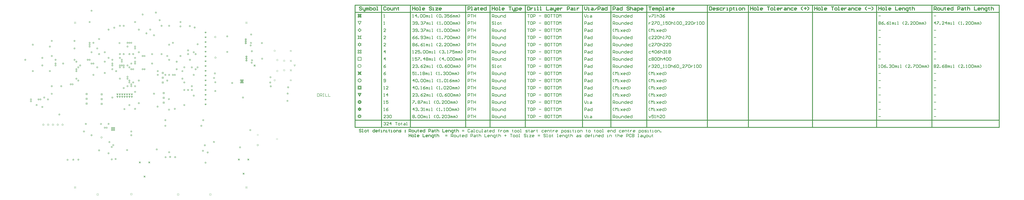
<source format=gbr>
%TF.GenerationSoftware,Altium Limited,Altium Designer,21.0.9 (235)*%
G04 Layer_Color=2752767*
%FSLAX26Y26*%
%MOIN*%
%TF.SameCoordinates,617CA12B-F850-4EA5-9EC3-0E5FEE419536*%
%TF.FilePolarity,Positive*%
%TF.FileFunction,Drawing*%
%TF.Part,Single*%
G01*
G75*
%TA.AperFunction,NonConductor*%
%ADD84C,0.006000*%
%ADD152C,0.010000*%
%ADD221C,0.003333*%
%ADD222C,0.015000*%
%ADD223C,0.016000*%
%ADD224C,0.014000*%
D84*
X7256000Y3465981D02*
Y3406000D01*
X7285990D01*
X7295987Y3415997D01*
Y3455984D01*
X7285990Y3465981D01*
X7256000D01*
X7315981Y3406000D02*
Y3465981D01*
X7345971D01*
X7355968Y3455984D01*
Y3435990D01*
X7345971Y3425994D01*
X7315981D01*
X7335974D02*
X7355968Y3406000D01*
X7375961Y3465981D02*
X7395955D01*
X7385958D01*
Y3406000D01*
X7375961D01*
X7395955D01*
X7425945Y3465981D02*
Y3406000D01*
X7465932D01*
X7485926Y3465981D02*
Y3406000D01*
X7525913D01*
D152*
X8165583Y4043333D02*
G03*
X8165583Y4043333I-33333J0D01*
G01*
X8152249Y2993333D02*
G03*
X8152249Y2993333I-20000J0D01*
G01*
X8165583D02*
G03*
X8165583Y2993333I-33333J0D01*
G01*
X8112249Y5073333D02*
Y5083333D01*
X8122249Y5093333D01*
X8112249Y5103333D02*
X8122249Y5093333D01*
X8112249Y5103333D02*
Y5113333D01*
X8122249D01*
X8132249Y5103333D01*
X8142249Y5113333D01*
X8152249D01*
Y5103333D02*
Y5113333D01*
X8142249Y5093333D02*
X8152249Y5103333D01*
X8142249Y5093333D02*
X8152249Y5083333D01*
Y5073333D02*
Y5083333D01*
X8142249Y5073333D02*
X8152249D01*
X8132249Y5083333D02*
X8142249Y5073333D01*
X8122249D02*
X8132249Y5083333D01*
X8112249Y5073333D02*
X8122249D01*
X8098916Y5060000D02*
Y5076667D01*
X8115583Y5093333D01*
X8098916Y5110000D02*
X8115583Y5093333D01*
X8098916Y5110000D02*
Y5126667D01*
X8115583D01*
X8132249Y5110000D01*
X8148916Y5126667D01*
X8165583D01*
Y5110000D02*
Y5126667D01*
X8148916Y5093333D02*
X8165583Y5110000D01*
X8148916Y5093333D02*
X8165583Y5076667D01*
Y5060000D02*
Y5076667D01*
X8148916Y5060000D02*
X8165583D01*
X8132249Y5076667D02*
X8148916Y5060000D01*
X8115583D02*
X8132249Y5076667D01*
X8098916Y5060000D02*
X8115583D01*
X8132249Y4910000D02*
X8165583Y4976667D01*
X8098916D02*
X8165583D01*
X8098916D02*
X8132249Y4910000D01*
X8098916Y4793333D02*
X8132249Y4760000D01*
X8165583Y4793333D01*
X8132249Y4826667D02*
X8165583Y4793333D01*
X8098916D02*
X8132249Y4826667D01*
X8098916Y4610000D02*
X8132249Y4626667D01*
X8165583Y4610000D01*
X8148916Y4643333D02*
X8165583Y4610000D01*
X8148916Y4643333D02*
X8165583Y4676667D01*
X8132249Y4660000D02*
X8165583Y4676667D01*
X8098916D02*
X8132249Y4660000D01*
X8098916Y4676667D02*
X8115583Y4643333D01*
X8098916Y4610000D02*
X8115583Y4643333D01*
Y4476667D02*
X8132249Y4460000D01*
X8098916Y4476667D02*
X8115583D01*
X8098916D02*
X8115583Y4493333D01*
X8098916Y4510000D02*
X8115583Y4493333D01*
X8098916Y4510000D02*
X8115583D01*
X8132249Y4526667D01*
X8148916Y4510000D01*
X8165583D01*
X8148916Y4493333D02*
X8165583Y4510000D01*
X8148916Y4493333D02*
X8165583Y4476667D01*
X8148916D02*
X8165583D01*
X8132249Y4460000D02*
X8148916Y4476667D01*
X8098916Y4310000D02*
Y4326667D01*
X8115583Y4343333D01*
X8098916Y4360000D02*
X8115583Y4343333D01*
X8098916Y4360000D02*
Y4376667D01*
X8115583D01*
X8132249Y4360000D01*
X8148916Y4376667D01*
X8165583D01*
Y4360000D02*
Y4376667D01*
X8148916Y4343333D02*
X8165583Y4360000D01*
X8148916Y4343333D02*
X8165583Y4326667D01*
Y4310000D02*
Y4326667D01*
X8148916Y4310000D02*
X8165583D01*
X8132249Y4326667D02*
X8148916Y4310000D01*
X8115583D02*
X8132249Y4326667D01*
X8098916Y4310000D02*
X8115583D01*
X8098916Y4160000D02*
X8165583D01*
Y4226667D01*
X8098916D02*
X8165583D01*
X8098916Y4160000D02*
Y4226667D01*
X8112249Y3873333D02*
X8132249Y3883333D01*
X8152249Y3873333D01*
X8142249Y3893333D02*
X8152249Y3873333D01*
X8142249Y3893333D02*
X8152249Y3913333D01*
X8132249Y3903333D02*
X8152249Y3913333D01*
X8112249D02*
X8132249Y3903333D01*
X8112249Y3913333D02*
X8122249Y3893333D01*
X8112249Y3873333D02*
X8122249Y3893333D01*
X8098916Y3860000D02*
X8132249Y3876667D01*
X8165583Y3860000D01*
X8148916Y3893333D02*
X8165583Y3860000D01*
X8148916Y3893333D02*
X8165583Y3926667D01*
X8132249Y3910000D02*
X8165583Y3926667D01*
X8098916D02*
X8132249Y3910000D01*
X8098916Y3926667D02*
X8115583Y3893333D01*
X8098916Y3860000D02*
X8115583Y3893333D01*
X8098916Y3726667D02*
X8115583D01*
X8098916D02*
Y3760000D01*
X8115583D01*
Y3776667D01*
X8148916D01*
Y3760000D02*
Y3776667D01*
Y3760000D02*
X8165583D01*
Y3726667D02*
Y3760000D01*
X8148916Y3726667D02*
X8165583D01*
X8148916Y3710000D02*
Y3726667D01*
X8115583Y3710000D02*
X8148916D01*
X8115583D02*
Y3726667D01*
X8112249Y3573333D02*
X8152249D01*
Y3613333D01*
X8112249D02*
X8152249D01*
X8112249Y3573333D02*
Y3613333D01*
X8098916Y3560000D02*
X8165583D01*
Y3626667D01*
X8098916D02*
X8165583D01*
X8098916Y3560000D02*
Y3626667D01*
X8132249Y3423333D02*
X8152249Y3463333D01*
X8112249D02*
X8152249D01*
X8112249D02*
X8132249Y3423333D01*
Y3410000D02*
X8165583Y3476667D01*
X8098916D02*
X8165583D01*
X8098916D02*
X8132249Y3410000D01*
X8112249Y3283333D02*
X8122249D01*
X8112249D02*
Y3303333D01*
X8122249D01*
Y3313333D01*
X8142249D01*
Y3303333D02*
Y3313333D01*
Y3303333D02*
X8152249D01*
Y3283333D02*
Y3303333D01*
X8142249Y3283333D02*
X8152249D01*
X8142249Y3273333D02*
Y3283333D01*
X8122249Y3273333D02*
X8142249D01*
X8122249D02*
Y3283333D01*
X8098916Y3276667D02*
X8115583D01*
X8098916D02*
Y3310000D01*
X8115583D01*
Y3326667D01*
X8148916D01*
Y3310000D02*
Y3326667D01*
Y3310000D02*
X8165583D01*
Y3276667D02*
Y3310000D01*
X8148916Y3276667D02*
X8165583D01*
X8148916Y3260000D02*
Y3276667D01*
X8115583Y3260000D02*
X8148916D01*
X8115583D02*
Y3276667D01*
X8122249Y3133333D02*
X8132249Y3123333D01*
X8112249Y3133333D02*
X8122249D01*
X8112249D02*
X8122249Y3143333D01*
X8112249Y3153333D02*
X8122249Y3143333D01*
X8112249Y3153333D02*
X8122249D01*
X8132249Y3163333D01*
X8142249Y3153333D01*
X8152249D01*
X8142249Y3143333D02*
X8152249Y3153333D01*
X8142249Y3143333D02*
X8152249Y3133333D01*
X8142249D02*
X8152249D01*
X8132249Y3123333D02*
X8142249Y3133333D01*
X8115583Y3126667D02*
X8132249Y3110000D01*
X8098916Y3126667D02*
X8115583D01*
X8098916D02*
X8115583Y3143333D01*
X8098916Y3160000D02*
X8115583Y3143333D01*
X8098916Y3160000D02*
X8115583D01*
X8132249Y3176667D01*
X8148916Y3160000D01*
X8165583D01*
X8148916Y3143333D02*
X8165583Y3160000D01*
X8148916Y3143333D02*
X8165583Y3126667D01*
X8148916D02*
X8165583D01*
X8132249Y3110000D02*
X8148916Y3126667D01*
X20079754Y5089990D02*
X20119741D01*
X20109745Y4910000D02*
Y4969981D01*
X20079754Y4939990D01*
X20119741D01*
X20139734Y4969981D02*
X20179722D01*
Y4959984D01*
X20139734Y4919997D01*
Y4910000D01*
X20199717D02*
Y4919997D01*
X20209711D01*
Y4910000D01*
X20199717D01*
X20289686D02*
X20249699D01*
X20289686Y4949987D01*
Y4959984D01*
X20279690Y4969981D01*
X20259695D01*
X20249699Y4959984D01*
X20339670Y4910000D02*
Y4969981D01*
X20309681Y4939990D01*
X20349667D01*
X20369661Y4910000D02*
Y4949987D01*
X20379658D01*
X20389654Y4939990D01*
Y4910000D01*
Y4939990D01*
X20399651Y4949987D01*
X20409649Y4939990D01*
Y4910000D01*
X20429642D02*
X20449635D01*
X20439638D01*
Y4949987D01*
X20429642D01*
X20479626Y4910000D02*
X20499619D01*
X20489622D01*
Y4969981D01*
X20479626D01*
X20609583Y4910000D02*
X20589588Y4929993D01*
Y4949987D01*
X20609583Y4969981D01*
X20639572Y4910000D02*
X20659567D01*
X20649570D01*
Y4969981D01*
X20639572Y4959984D01*
X20689556Y4910000D02*
Y4919997D01*
X20699554D01*
Y4910000D01*
X20689556D01*
X20779528D02*
X20739540D01*
X20779528Y4949987D01*
Y4959984D01*
X20769531Y4969981D01*
X20749538D01*
X20739540Y4959984D01*
X20799520D02*
X20809519Y4969981D01*
X20829512D01*
X20839508Y4959984D01*
Y4919997D01*
X20829512Y4910000D01*
X20809519D01*
X20799520Y4919997D01*
Y4959984D01*
X20859503D02*
X20869499Y4969981D01*
X20889492D01*
X20899488Y4959984D01*
Y4919997D01*
X20889492Y4910000D01*
X20869499D01*
X20859503Y4919997D01*
Y4959984D01*
X20919483Y4910000D02*
Y4949987D01*
X20929480D01*
X20939476Y4939990D01*
Y4910000D01*
Y4939990D01*
X20949472Y4949987D01*
X20959471Y4939990D01*
Y4910000D01*
X20979464D02*
Y4949987D01*
X20989460D01*
X20999456Y4939990D01*
Y4910000D01*
Y4939990D01*
X21009453Y4949987D01*
X21019449Y4939990D01*
Y4910000D01*
X21039444D02*
X21059437Y4929993D01*
Y4949987D01*
X21039444Y4969981D01*
X20079754Y4789990D02*
X20119741D01*
X20079754Y4639990D02*
X20119741D01*
X20079754Y4489990D02*
X20119741D01*
X20079754Y4339990D02*
X20119741D01*
X20079754Y4189990D02*
X20119741D01*
X20079754Y4059984D02*
X20089750Y4069981D01*
X20109745D01*
X20119741Y4059984D01*
Y4049987D01*
X20109745Y4039990D01*
X20119741Y4029994D01*
Y4019997D01*
X20109745Y4010000D01*
X20089750D01*
X20079754Y4019997D01*
Y4029994D01*
X20089750Y4039990D01*
X20079754Y4049987D01*
Y4059984D01*
X20089750Y4039990D02*
X20109745D01*
X20179722Y4010000D02*
X20139734D01*
X20179722Y4049987D01*
Y4059984D01*
X20169725Y4069981D01*
X20149733D01*
X20139734Y4059984D01*
X20199717Y4010000D02*
Y4019997D01*
X20209711D01*
Y4010000D01*
X20199717D01*
X20289686Y4069981D02*
X20269693Y4059984D01*
X20249699Y4039990D01*
Y4019997D01*
X20259695Y4010000D01*
X20279690D01*
X20289686Y4019997D01*
Y4029994D01*
X20279690Y4039990D01*
X20249699D01*
X20309681Y4059984D02*
X20319677Y4069981D01*
X20339670D01*
X20349667Y4059984D01*
Y4049987D01*
X20339670Y4039990D01*
X20349667Y4029994D01*
Y4019997D01*
X20339670Y4010000D01*
X20319677D01*
X20309681Y4019997D01*
Y4029994D01*
X20319677Y4039990D01*
X20309681Y4049987D01*
Y4059984D01*
X20319677Y4039990D02*
X20339670D01*
X20369661Y4010000D02*
Y4049987D01*
X20379658D01*
X20389654Y4039990D01*
Y4010000D01*
Y4039990D01*
X20399651Y4049987D01*
X20409649Y4039990D01*
Y4010000D01*
X20429642D02*
X20449635D01*
X20439638D01*
Y4049987D01*
X20429642D01*
X20479626Y4010000D02*
X20499619D01*
X20489622D01*
Y4069981D01*
X20479626D01*
X20609583Y4010000D02*
X20589588Y4029994D01*
Y4049987D01*
X20609583Y4069981D01*
X20679560Y4010000D02*
X20639572D01*
X20679560Y4049987D01*
Y4059984D01*
X20669563Y4069981D01*
X20649570D01*
X20639572Y4059984D01*
X20699554Y4010000D02*
Y4019997D01*
X20709551D01*
Y4010000D01*
X20699554D01*
X20749538D02*
X20769531D01*
X20759535D01*
Y4069981D01*
X20749538Y4059984D01*
X20799520D02*
X20809519Y4069981D01*
X20829512D01*
X20839508Y4059984D01*
Y4019997D01*
X20829512Y4010000D01*
X20809519D01*
X20799520Y4019997D01*
Y4059984D01*
X20859503D02*
X20869499Y4069981D01*
X20889492D01*
X20899488Y4059984D01*
Y4019997D01*
X20889492Y4010000D01*
X20869499D01*
X20859503Y4019997D01*
Y4059984D01*
X20919483Y4010000D02*
Y4049987D01*
X20929480D01*
X20939476Y4039990D01*
Y4010000D01*
Y4039990D01*
X20949472Y4049987D01*
X20959471Y4039990D01*
Y4010000D01*
X20979464D02*
Y4049987D01*
X20989460D01*
X20999456Y4039990D01*
Y4010000D01*
Y4039990D01*
X21009453Y4049987D01*
X21019449Y4039990D01*
Y4010000D01*
X21039444D02*
X21059437Y4029994D01*
Y4049987D01*
X21039444Y4069981D01*
X20079754Y3889990D02*
X20119741D01*
X20079754Y3739990D02*
X20119741D01*
X20079754Y3589990D02*
X20119741D01*
X20079754Y3439990D02*
X20119741D01*
X20079754Y3289990D02*
X20119741D01*
X20079754Y3139990D02*
X20119741D01*
X20079754Y2989990D02*
X20119741D01*
X18930092Y5089990D02*
X18970078D01*
X18930092Y4959984D02*
X18940088Y4969981D01*
X18960081D01*
X18970078Y4959984D01*
Y4949987D01*
X18960081Y4939990D01*
X18970078Y4929993D01*
Y4919997D01*
X18960081Y4910000D01*
X18940088D01*
X18930092Y4919997D01*
Y4929993D01*
X18940088Y4939990D01*
X18930092Y4949987D01*
Y4959984D01*
X18940088Y4939990D02*
X18960081D01*
X19030060Y4969981D02*
X19010065Y4959984D01*
X18990070Y4939990D01*
Y4919997D01*
X19000069Y4910000D01*
X19020061D01*
X19030060Y4919997D01*
Y4929993D01*
X19020061Y4939990D01*
X18990070D01*
X19050053Y4910000D02*
Y4919997D01*
X19060049D01*
Y4910000D01*
X19050053D01*
X19140022Y4969981D02*
X19120029Y4959984D01*
X19100037Y4939990D01*
Y4919997D01*
X19110033Y4910000D01*
X19130026D01*
X19140022Y4919997D01*
Y4929993D01*
X19130026Y4939990D01*
X19100037D01*
X19160017Y4910000D02*
X19180010D01*
X19170013D01*
Y4969981D01*
X19160017Y4959984D01*
X19209999Y4910000D02*
Y4949987D01*
X19219997D01*
X19229994Y4939990D01*
Y4910000D01*
Y4939990D01*
X19239990Y4949987D01*
X19249987Y4939990D01*
Y4910000D01*
X19269981D02*
X19289974D01*
X19279978D01*
Y4949987D01*
X19269981D01*
X19319965Y4910000D02*
X19339958D01*
X19329962D01*
Y4969981D01*
X19319965D01*
X19449923Y4910000D02*
X19429930Y4929993D01*
Y4949987D01*
X19449923Y4969981D01*
X19519899Y4910000D02*
X19479914D01*
X19519899Y4949987D01*
Y4959984D01*
X19509903Y4969981D01*
X19489910D01*
X19479914Y4959984D01*
X19539892Y4910000D02*
Y4919997D01*
X19549891D01*
Y4910000D01*
X19539892D01*
X19629864D02*
X19589876D01*
X19629864Y4949987D01*
Y4959984D01*
X19619867Y4969981D01*
X19599874D01*
X19589876Y4959984D01*
X19649858D02*
X19659855Y4969981D01*
X19679848D01*
X19689844Y4959984D01*
Y4919997D01*
X19679848Y4910000D01*
X19659855D01*
X19649858Y4919997D01*
Y4959984D01*
X19709839D02*
X19719835Y4969981D01*
X19739828D01*
X19749826Y4959984D01*
Y4919997D01*
X19739828Y4910000D01*
X19719835D01*
X19709839Y4919997D01*
Y4959984D01*
X19769819Y4910000D02*
Y4949987D01*
X19779816D01*
X19789812Y4939990D01*
Y4910000D01*
Y4939990D01*
X19799809Y4949987D01*
X19809807Y4939990D01*
Y4910000D01*
X19829800D02*
Y4949987D01*
X19839796D01*
X19849792Y4939990D01*
Y4910000D01*
Y4939990D01*
X19859791Y4949987D01*
X19869787Y4939990D01*
Y4910000D01*
X19889780D02*
X19909775Y4929993D01*
Y4949987D01*
X19889780Y4969981D01*
X18930092Y4789990D02*
X18970078D01*
X18930092Y4639990D02*
X18970078D01*
X18930092Y4489990D02*
X18970078D01*
X18930092Y4339990D02*
X18970078D01*
X18930092Y4189990D02*
X18970078D01*
X18930092Y4010000D02*
X18950085D01*
X18940088D01*
Y4069981D01*
X18930092Y4059984D01*
X18980076D02*
X18990070Y4069981D01*
X19010065D01*
X19020061Y4059984D01*
Y4019997D01*
X19010065Y4010000D01*
X18990070D01*
X18980076Y4019997D01*
Y4059984D01*
X19080042Y4069981D02*
X19060049Y4059984D01*
X19040054Y4039990D01*
Y4019997D01*
X19050053Y4010000D01*
X19070045D01*
X19080042Y4019997D01*
Y4029994D01*
X19070045Y4039990D01*
X19040054D01*
X19100037Y4010000D02*
Y4019997D01*
X19110033D01*
Y4010000D01*
X19100037D01*
X19150021Y4059984D02*
X19160017Y4069981D01*
X19180010D01*
X19190006Y4059984D01*
Y4049987D01*
X19180010Y4039990D01*
X19170013D01*
X19180010D01*
X19190006Y4029994D01*
Y4019997D01*
X19180010Y4010000D01*
X19160017D01*
X19150021Y4019997D01*
X19209999Y4059984D02*
X19219997Y4069981D01*
X19239990D01*
X19249987Y4059984D01*
Y4019997D01*
X19239990Y4010000D01*
X19219997D01*
X19209999Y4019997D01*
Y4059984D01*
X19269981Y4010000D02*
Y4049987D01*
X19279978D01*
X19289974Y4039990D01*
Y4010000D01*
Y4039990D01*
X19299971Y4049987D01*
X19309969Y4039990D01*
Y4010000D01*
X19329962D02*
X19349955D01*
X19339958D01*
Y4049987D01*
X19329962D01*
X19379946Y4010000D02*
X19399939D01*
X19389942D01*
Y4069981D01*
X19379946D01*
X19509903Y4010000D02*
X19489910Y4029994D01*
Y4049987D01*
X19509903Y4069981D01*
X19579882Y4010000D02*
X19539892D01*
X19579882Y4049987D01*
Y4059984D01*
X19569883Y4069981D01*
X19549891D01*
X19539892Y4059984D01*
X19599874Y4010000D02*
Y4019997D01*
X19609871D01*
Y4010000D01*
X19599874D01*
X19649858Y4069981D02*
X19689844D01*
Y4059984D01*
X19649858Y4019997D01*
Y4010000D01*
X19709839Y4059984D02*
X19719835Y4069981D01*
X19739828D01*
X19749826Y4059984D01*
Y4019997D01*
X19739828Y4010000D01*
X19719835D01*
X19709839Y4019997D01*
Y4059984D01*
X19769819D02*
X19779816Y4069981D01*
X19799809D01*
X19809807Y4059984D01*
Y4019997D01*
X19799809Y4010000D01*
X19779816D01*
X19769819Y4019997D01*
Y4059984D01*
X19829800Y4010000D02*
Y4049987D01*
X19839796D01*
X19849792Y4039990D01*
Y4010000D01*
Y4039990D01*
X19859791Y4049987D01*
X19869787Y4039990D01*
Y4010000D01*
X19889780D02*
Y4049987D01*
X19899776D01*
X19909775Y4039990D01*
Y4010000D01*
Y4039990D01*
X19919771Y4049987D01*
X19929768Y4039990D01*
Y4010000D01*
X19949760D02*
X19969753Y4029994D01*
Y4049987D01*
X19949760Y4069981D01*
X18930092Y3889990D02*
X18970078D01*
X18930092Y3739990D02*
X18970078D01*
X18930092Y3589990D02*
X18970078D01*
X18930092Y3439990D02*
X18970078D01*
X18930092Y3289990D02*
X18970078D01*
X18930092Y3139990D02*
X18970078D01*
X18930092Y2989990D02*
X18970078D01*
X14149484Y5099987D02*
X14169478Y5060000D01*
X14189471Y5099987D01*
X14209465Y5119981D02*
X14249452D01*
Y5109984D01*
X14209465Y5069997D01*
Y5060000D01*
X14269445D02*
X14289439D01*
X14279442D01*
Y5119981D01*
X14269445Y5109984D01*
X14319429Y5119981D02*
Y5060000D01*
Y5089990D01*
X14329426Y5099987D01*
X14349419D01*
X14359416Y5089990D01*
Y5060000D01*
X14379410Y5109984D02*
X14389406Y5119981D01*
X14409400D01*
X14419397Y5109984D01*
Y5099987D01*
X14409400Y5089990D01*
X14399403D01*
X14409400D01*
X14419397Y5079993D01*
Y5069997D01*
X14409400Y5060000D01*
X14389406D01*
X14379410Y5069997D01*
X14479377Y5119981D02*
X14459384Y5109984D01*
X14439390Y5089990D01*
Y5069997D01*
X14449387Y5060000D01*
X14469380D01*
X14479377Y5069997D01*
Y5079993D01*
X14469380Y5089990D01*
X14439390D01*
X14149484Y4949987D02*
Y4910000D01*
Y4929993D01*
X14159481Y4939990D01*
X14169478Y4949987D01*
X14179474D01*
X14249452Y4910000D02*
X14209465D01*
X14249452Y4949987D01*
Y4959984D01*
X14239455Y4969981D01*
X14219461D01*
X14209465Y4959984D01*
X14269445Y4969981D02*
X14309432D01*
Y4959984D01*
X14269445Y4919997D01*
Y4910000D01*
X14329426Y4959984D02*
X14339423Y4969981D01*
X14359416D01*
X14369413Y4959984D01*
Y4919997D01*
X14359416Y4910000D01*
X14339423D01*
X14329426Y4919997D01*
Y4959984D01*
X14389406Y4900003D02*
X14429394D01*
X14449387Y4910000D02*
X14469380D01*
X14459384D01*
Y4969981D01*
X14449387Y4959984D01*
X14539358Y4969981D02*
X14499371D01*
Y4939990D01*
X14519364Y4949987D01*
X14529361D01*
X14539358Y4939990D01*
Y4919997D01*
X14529361Y4910000D01*
X14509368D01*
X14499371Y4919997D01*
X14559351Y4959984D02*
X14569348Y4969981D01*
X14589342D01*
X14599338Y4959984D01*
Y4919997D01*
X14589342Y4910000D01*
X14569348D01*
X14559351Y4919997D01*
Y4959984D01*
X14619332Y4969981D02*
Y4910000D01*
Y4939990D01*
X14629329Y4949987D01*
X14649322D01*
X14659319Y4939990D01*
Y4910000D01*
X14679313D02*
X14699306D01*
X14689309D01*
Y4969981D01*
X14679313Y4959984D01*
X14729296D02*
X14739293Y4969981D01*
X14759287D01*
X14769283Y4959984D01*
Y4919997D01*
X14759287Y4910000D01*
X14739293D01*
X14729296Y4919997D01*
Y4959984D01*
X14789277D02*
X14799274Y4969981D01*
X14819267D01*
X14829264Y4959984D01*
Y4919997D01*
X14819267Y4910000D01*
X14799274D01*
X14789277Y4919997D01*
Y4959984D01*
X14849258Y4900003D02*
X14889245D01*
X14949225Y4910000D02*
X14909238D01*
X14949225Y4949987D01*
Y4959984D01*
X14939228Y4969981D01*
X14919235D01*
X14909238Y4959984D01*
X15009206Y4910000D02*
X14969219D01*
X15009206Y4949987D01*
Y4959984D01*
X14999209Y4969981D01*
X14979216D01*
X14969219Y4959984D01*
X15029199D02*
X15039196Y4969981D01*
X15059190D01*
X15069186Y4959984D01*
Y4919997D01*
X15059190Y4910000D01*
X15039196D01*
X15029199Y4919997D01*
Y4959984D01*
X15089180Y4949987D02*
Y4910000D01*
Y4929993D01*
X15099177Y4939990D01*
X15109174Y4949987D01*
X15119170D01*
X15149161Y4910000D02*
X15169154D01*
X15159157D01*
Y4969981D01*
X15149161Y4959984D01*
X15199144D02*
X15209141Y4969981D01*
X15229135D01*
X15239131Y4959984D01*
Y4919997D01*
X15229135Y4910000D01*
X15209141D01*
X15199144Y4919997D01*
Y4959984D01*
X15259125D02*
X15269122Y4969981D01*
X15289115D01*
X15299112Y4959984D01*
Y4919997D01*
X15289115Y4910000D01*
X15269122D01*
X15259125Y4919997D01*
Y4959984D01*
X14169478Y4760000D02*
X14149484Y4779993D01*
Y4799987D01*
X14169478Y4819981D01*
X14199468Y4760000D02*
Y4819981D01*
X14219461Y4799987D01*
X14239455Y4819981D01*
Y4760000D01*
X14259448D02*
X14279442D01*
X14269445D01*
Y4799987D01*
X14259448D01*
X14309432D02*
X14349419Y4760000D01*
X14329426Y4779993D01*
X14349419Y4799987D01*
X14309432Y4760000D01*
X14399403D02*
X14379410D01*
X14369413Y4769997D01*
Y4789990D01*
X14379410Y4799987D01*
X14399403D01*
X14409400Y4789990D01*
Y4779993D01*
X14369413D01*
X14469380Y4819981D02*
Y4760000D01*
X14439390D01*
X14429393Y4769997D01*
Y4789990D01*
X14439390Y4799987D01*
X14469380D01*
X14489374Y4760000D02*
X14509368Y4779993D01*
Y4799987D01*
X14489374Y4819981D01*
X14189471Y4649987D02*
X14159481D01*
X14149484Y4639990D01*
Y4619997D01*
X14159481Y4610000D01*
X14189471D01*
X14249452D02*
X14209465D01*
X14249452Y4649987D01*
Y4659984D01*
X14239455Y4669981D01*
X14219461D01*
X14209465Y4659984D01*
X14309432Y4610000D02*
X14269445D01*
X14309432Y4649987D01*
Y4659984D01*
X14299435Y4669981D01*
X14279442D01*
X14269445Y4659984D01*
X14329426D02*
X14339423Y4669981D01*
X14359416D01*
X14369413Y4659984D01*
Y4619997D01*
X14359416Y4610000D01*
X14339423D01*
X14329426Y4619997D01*
Y4659984D01*
X14389406Y4669981D02*
Y4610000D01*
Y4639990D01*
X14399403Y4649987D01*
X14419397D01*
X14429394Y4639990D01*
Y4610000D01*
X14449387D02*
X14469380D01*
X14459384D01*
Y4669981D01*
X14449387Y4659984D01*
X14499371Y4669981D02*
X14539358D01*
Y4659984D01*
X14499371Y4619997D01*
Y4610000D01*
X14559351Y4659984D02*
X14569348Y4669981D01*
X14589342D01*
X14599338Y4659984D01*
Y4619997D01*
X14589342Y4610000D01*
X14569348D01*
X14559351Y4619997D01*
Y4659984D01*
X14189471Y4499987D02*
X14159481D01*
X14149484Y4489990D01*
Y4469997D01*
X14159481Y4460000D01*
X14189471D01*
X14249452D02*
X14209465D01*
X14249452Y4499987D01*
Y4509984D01*
X14239455Y4519981D01*
X14219461D01*
X14209465Y4509984D01*
X14269445Y4519981D02*
X14309432D01*
Y4509984D01*
X14269445Y4469997D01*
Y4460000D01*
X14329426Y4509984D02*
X14339423Y4519981D01*
X14359416D01*
X14369413Y4509984D01*
Y4469997D01*
X14359416Y4460000D01*
X14339423D01*
X14329426Y4469997D01*
Y4509984D01*
X14389406Y4519981D02*
Y4460000D01*
Y4489990D01*
X14399403Y4499987D01*
X14419397D01*
X14429394Y4489990D01*
Y4460000D01*
X14489374D02*
X14449387D01*
X14489374Y4499987D01*
Y4509984D01*
X14479377Y4519981D01*
X14459384D01*
X14449387Y4509984D01*
X14549355Y4460000D02*
X14509368D01*
X14549355Y4499987D01*
Y4509984D01*
X14539358Y4519981D01*
X14519364D01*
X14509368Y4509984D01*
X14569348D02*
X14579345Y4519981D01*
X14599338D01*
X14609335Y4509984D01*
Y4469997D01*
X14599338Y4460000D01*
X14579345D01*
X14569348Y4469997D01*
Y4509984D01*
X14189471Y4349987D02*
X14159481D01*
X14149484Y4339990D01*
Y4319997D01*
X14159481Y4310000D01*
X14189471D01*
X14239455D02*
Y4369981D01*
X14209465Y4339990D01*
X14249452D01*
X14269445Y4359984D02*
X14279442Y4369981D01*
X14299435D01*
X14309432Y4359984D01*
Y4319997D01*
X14299435Y4310000D01*
X14279442D01*
X14269445Y4319997D01*
Y4359984D01*
X14369413Y4369981D02*
X14349419Y4359984D01*
X14329426Y4339990D01*
Y4319997D01*
X14339423Y4310000D01*
X14359416D01*
X14369413Y4319997D01*
Y4329993D01*
X14359416Y4339990D01*
X14329426D01*
X14389406Y4369981D02*
Y4310000D01*
Y4339990D01*
X14399403Y4349987D01*
X14419397D01*
X14429394Y4339990D01*
Y4310000D01*
X14449387Y4359984D02*
X14459384Y4369981D01*
X14479377D01*
X14489374Y4359984D01*
Y4349987D01*
X14479377Y4339990D01*
X14469380D01*
X14479377D01*
X14489374Y4329993D01*
Y4319997D01*
X14479377Y4310000D01*
X14459384D01*
X14449387Y4319997D01*
X14509368Y4310000D02*
X14529361D01*
X14519364D01*
Y4369981D01*
X14509368Y4359984D01*
X14559351D02*
X14569348Y4369981D01*
X14589342D01*
X14599338Y4359984D01*
Y4349987D01*
X14589342Y4339990D01*
X14599338Y4329993D01*
Y4319997D01*
X14589342Y4310000D01*
X14569348D01*
X14559351Y4319997D01*
Y4329993D01*
X14569348Y4339990D01*
X14559351Y4349987D01*
Y4359984D01*
X14569348Y4339990D02*
X14589342D01*
X14189471Y4199987D02*
X14159481D01*
X14149484Y4189990D01*
Y4169997D01*
X14159481Y4160000D01*
X14189471D01*
X14209465Y4209984D02*
X14219461Y4219981D01*
X14239455D01*
X14249452Y4209984D01*
Y4199987D01*
X14239455Y4189990D01*
X14249452Y4179993D01*
Y4169997D01*
X14239455Y4160000D01*
X14219461D01*
X14209465Y4169997D01*
Y4179993D01*
X14219461Y4189990D01*
X14209465Y4199987D01*
Y4209984D01*
X14219461Y4189990D02*
X14239455D01*
X14269445Y4209984D02*
X14279442Y4219981D01*
X14299435D01*
X14309432Y4209984D01*
Y4169997D01*
X14299435Y4160000D01*
X14279442D01*
X14269445Y4169997D01*
Y4209984D01*
X14329426D02*
X14339423Y4219981D01*
X14359416D01*
X14369413Y4209984D01*
Y4169997D01*
X14359416Y4160000D01*
X14339423D01*
X14329426Y4169997D01*
Y4209984D01*
X14389406Y4219981D02*
Y4160000D01*
Y4189990D01*
X14399403Y4199987D01*
X14419397D01*
X14429394Y4189990D01*
Y4160000D01*
X14479377D02*
Y4219981D01*
X14449387Y4189990D01*
X14489374D01*
X14509368Y4209984D02*
X14519364Y4219981D01*
X14539358D01*
X14549355Y4209984D01*
Y4169997D01*
X14539358Y4160000D01*
X14519364D01*
X14509368Y4169997D01*
Y4209984D01*
X14569348D02*
X14579345Y4219981D01*
X14599338D01*
X14609335Y4209984D01*
Y4169997D01*
X14599338Y4160000D01*
X14579345D01*
X14569348Y4169997D01*
Y4209984D01*
X14149484Y4049987D02*
Y4010000D01*
Y4029994D01*
X14159481Y4039990D01*
X14169478Y4049987D01*
X14179474D01*
X14209465Y4059984D02*
X14219461Y4069981D01*
X14239455D01*
X14249452Y4059984D01*
Y4049987D01*
X14239455Y4039990D01*
X14229458D01*
X14239455D01*
X14249452Y4029994D01*
Y4019997D01*
X14239455Y4010000D01*
X14219461D01*
X14209465Y4019997D01*
X14309432Y4010000D02*
X14269445D01*
X14309432Y4049987D01*
Y4059984D01*
X14299435Y4069981D01*
X14279442D01*
X14269445Y4059984D01*
X14329426D02*
X14339423Y4069981D01*
X14359416D01*
X14369413Y4059984D01*
Y4019997D01*
X14359416Y4010000D01*
X14339423D01*
X14329426Y4019997D01*
Y4059984D01*
X14389406Y4000003D02*
X14429394D01*
X14449387Y4010000D02*
X14469380D01*
X14459384D01*
Y4069981D01*
X14449387Y4059984D01*
X14499371Y4010000D02*
X14519364D01*
X14509368D01*
Y4069981D01*
X14499371Y4059984D01*
X14549355D02*
X14559351Y4069981D01*
X14579345D01*
X14589342Y4059984D01*
Y4019997D01*
X14579345Y4010000D01*
X14559351D01*
X14549355Y4019997D01*
Y4059984D01*
X14609335Y4069981D02*
Y4010000D01*
Y4039990D01*
X14619332Y4049987D01*
X14639326D01*
X14649322Y4039990D01*
Y4010000D01*
X14709303Y4069981D02*
X14689309Y4059984D01*
X14669316Y4039990D01*
Y4019997D01*
X14679313Y4010000D01*
X14699306D01*
X14709303Y4019997D01*
Y4029994D01*
X14699306Y4039990D01*
X14669316D01*
X14729296Y4059984D02*
X14739293Y4069981D01*
X14759287D01*
X14769283Y4059984D01*
Y4019997D01*
X14759287Y4010000D01*
X14739293D01*
X14729296Y4019997D01*
Y4059984D01*
X14789277Y4000003D02*
X14829264D01*
X14889245Y4010000D02*
X14849258D01*
X14889245Y4049987D01*
Y4059984D01*
X14879248Y4069981D01*
X14859254D01*
X14849258Y4059984D01*
X14909238Y4069981D02*
X14949225D01*
Y4059984D01*
X14909238Y4019997D01*
Y4010000D01*
X14969219Y4059984D02*
X14979216Y4069981D01*
X14999209D01*
X15009206Y4059984D01*
Y4019997D01*
X14999209Y4010000D01*
X14979216D01*
X14969219Y4019997D01*
Y4059984D01*
X15029199Y4049987D02*
Y4010000D01*
Y4029994D01*
X15039196Y4039990D01*
X15049193Y4049987D01*
X15059190D01*
X15089180Y4010000D02*
X15109174D01*
X15099177D01*
Y4069981D01*
X15089180Y4059984D01*
X15139164D02*
X15149161Y4069981D01*
X15169154D01*
X15179151Y4059984D01*
Y4019997D01*
X15169154Y4010000D01*
X15149161D01*
X15139164Y4019997D01*
Y4059984D01*
X15199144D02*
X15209141Y4069981D01*
X15229135D01*
X15239131Y4059984D01*
Y4019997D01*
X15229135Y4010000D01*
X15209141D01*
X15199144Y4019997D01*
Y4059984D01*
X14169478Y3860000D02*
X14149484Y3879994D01*
Y3899987D01*
X14169478Y3919981D01*
X14199468Y3860000D02*
Y3919981D01*
X14219461Y3899987D01*
X14239455Y3919981D01*
Y3860000D01*
X14259448D02*
X14279442D01*
X14269445D01*
Y3899987D01*
X14259448D01*
X14309432D02*
X14349419Y3860000D01*
X14329426Y3879994D01*
X14349419Y3899987D01*
X14309432Y3860000D01*
X14399403D02*
X14379410D01*
X14369413Y3869997D01*
Y3889990D01*
X14379410Y3899987D01*
X14399403D01*
X14409400Y3889990D01*
Y3879994D01*
X14369413D01*
X14469380Y3919981D02*
Y3860000D01*
X14439390D01*
X14429393Y3869997D01*
Y3889990D01*
X14439390Y3899987D01*
X14469380D01*
X14489374Y3860000D02*
X14509368Y3879994D01*
Y3899987D01*
X14489374Y3919981D01*
X14169478Y3710000D02*
X14149484Y3729994D01*
Y3749987D01*
X14169478Y3769981D01*
X14199468Y3710000D02*
Y3769981D01*
X14219461Y3749987D01*
X14239455Y3769981D01*
Y3710000D01*
X14259448D02*
X14279442D01*
X14269445D01*
Y3749987D01*
X14259448D01*
X14309432D02*
X14349419Y3710000D01*
X14329426Y3729994D01*
X14349419Y3749987D01*
X14309432Y3710000D01*
X14399403D02*
X14379410D01*
X14369413Y3719997D01*
Y3739990D01*
X14379410Y3749987D01*
X14399403D01*
X14409400Y3739990D01*
Y3729994D01*
X14369413D01*
X14469380Y3769981D02*
Y3710000D01*
X14439390D01*
X14429393Y3719997D01*
Y3739990D01*
X14439390Y3749987D01*
X14469380D01*
X14489374Y3710000D02*
X14509368Y3729994D01*
Y3749987D01*
X14489374Y3769981D01*
X14169478Y3560000D02*
X14149484Y3579994D01*
Y3599987D01*
X14169478Y3619981D01*
X14199468Y3560000D02*
Y3619981D01*
X14219461Y3599987D01*
X14239455Y3619981D01*
Y3560000D01*
X14259448D02*
X14279442D01*
X14269445D01*
Y3599987D01*
X14259448D01*
X14309432D02*
X14349419Y3560000D01*
X14329426Y3579994D01*
X14349419Y3599987D01*
X14309432Y3560000D01*
X14399403D02*
X14379410D01*
X14369413Y3569997D01*
Y3589990D01*
X14379410Y3599987D01*
X14399403D01*
X14409400Y3589990D01*
Y3579994D01*
X14369413D01*
X14469380Y3619981D02*
Y3560000D01*
X14439390D01*
X14429393Y3569997D01*
Y3589990D01*
X14439390Y3599987D01*
X14469380D01*
X14489374Y3560000D02*
X14509368Y3579994D01*
Y3599987D01*
X14489374Y3619981D01*
X14169478Y3410000D02*
X14149484Y3429994D01*
Y3449987D01*
X14169478Y3469981D01*
X14199468Y3410000D02*
Y3469981D01*
X14219461Y3449987D01*
X14239455Y3469981D01*
Y3410000D01*
X14259448D02*
X14279442D01*
X14269445D01*
Y3449987D01*
X14259448D01*
X14309432D02*
X14349419Y3410000D01*
X14329426Y3429994D01*
X14349419Y3449987D01*
X14309432Y3410000D01*
X14399403D02*
X14379410D01*
X14369413Y3419997D01*
Y3439990D01*
X14379410Y3449987D01*
X14399403D01*
X14409400Y3439990D01*
Y3429994D01*
X14369413D01*
X14469380Y3469981D02*
Y3410000D01*
X14439390D01*
X14429393Y3419997D01*
Y3439990D01*
X14439390Y3449987D01*
X14469380D01*
X14489374Y3410000D02*
X14509368Y3429994D01*
Y3449987D01*
X14489374Y3469981D01*
X14169478Y3260000D02*
X14149484Y3279994D01*
Y3299987D01*
X14169478Y3319981D01*
X14199468Y3260000D02*
Y3319981D01*
X14219461Y3299987D01*
X14239455Y3319981D01*
Y3260000D01*
X14259448D02*
X14279442D01*
X14269445D01*
Y3299987D01*
X14259448D01*
X14309432D02*
X14349419Y3260000D01*
X14329426Y3279994D01*
X14349419Y3299987D01*
X14309432Y3260000D01*
X14399403D02*
X14379410D01*
X14369413Y3269997D01*
Y3289990D01*
X14379410Y3299987D01*
X14399403D01*
X14409400Y3289990D01*
Y3279994D01*
X14369413D01*
X14469380Y3319981D02*
Y3260000D01*
X14439390D01*
X14429393Y3269997D01*
Y3289990D01*
X14439390Y3299987D01*
X14469380D01*
X14489374Y3260000D02*
X14509368Y3279994D01*
Y3299987D01*
X14489374Y3319981D01*
X14169478Y3110000D02*
X14149484Y3129994D01*
Y3149987D01*
X14169478Y3169981D01*
X14199468Y3110000D02*
Y3169981D01*
X14219461Y3149987D01*
X14239455Y3169981D01*
Y3110000D01*
X14259448D02*
X14279442D01*
X14269445D01*
Y3149987D01*
X14259448D01*
X14309432D02*
X14349419Y3110000D01*
X14329426Y3129994D01*
X14349419Y3149987D01*
X14309432Y3110000D01*
X14399403D02*
X14379410D01*
X14369413Y3119997D01*
Y3139990D01*
X14379410Y3149987D01*
X14399403D01*
X14409400Y3139990D01*
Y3129994D01*
X14369413D01*
X14469380Y3169981D02*
Y3110000D01*
X14439390D01*
X14429393Y3119997D01*
Y3139990D01*
X14439390Y3149987D01*
X14469380D01*
X14489374Y3110000D02*
X14509368Y3129994D01*
Y3149987D01*
X14489374Y3169981D01*
X14149484Y2999987D02*
X14169478Y2960000D01*
X14189471Y2999987D01*
X14249452Y3019981D02*
X14209465D01*
Y2989990D01*
X14229458Y2999987D01*
X14239455D01*
X14249452Y2989990D01*
Y2969997D01*
X14239455Y2960000D01*
X14219461D01*
X14209465Y2969997D01*
X14269445Y2960000D02*
X14289439D01*
X14279442D01*
Y3019981D01*
X14269445Y3009984D01*
X14319429Y3019981D02*
Y2960000D01*
Y2989990D01*
X14329426Y2999987D01*
X14349419D01*
X14359416Y2989990D01*
Y2960000D01*
X14419397D02*
X14379410D01*
X14419397Y2999987D01*
Y3009984D01*
X14409400Y3019981D01*
X14389406D01*
X14379410Y3009984D01*
X14439390D02*
X14449387Y3019981D01*
X14469380D01*
X14479377Y3009984D01*
Y2969997D01*
X14469380Y2960000D01*
X14449387D01*
X14439390Y2969997D01*
Y3009984D01*
X13403686Y5060000D02*
Y5119981D01*
X13433676D01*
X13443673Y5109984D01*
Y5089990D01*
X13433676Y5079993D01*
X13403686D01*
X13423679D02*
X13443673Y5060000D01*
X13473663D02*
X13493657D01*
X13503654Y5069997D01*
Y5089990D01*
X13493657Y5099987D01*
X13473663D01*
X13463666Y5089990D01*
Y5069997D01*
X13473663Y5060000D01*
X13523647Y5099987D02*
Y5069997D01*
X13533644Y5060000D01*
X13563634D01*
Y5099987D01*
X13583628Y5060000D02*
Y5099987D01*
X13613618D01*
X13623615Y5089990D01*
Y5060000D01*
X13683595Y5119981D02*
Y5060000D01*
X13653605D01*
X13643608Y5069997D01*
Y5089990D01*
X13653605Y5099987D01*
X13683595D01*
X13733579Y5060000D02*
X13713586D01*
X13703589Y5069997D01*
Y5089990D01*
X13713586Y5099987D01*
X13733579D01*
X13743576Y5089990D01*
Y5079993D01*
X13703589D01*
X13803557Y5119981D02*
Y5060000D01*
X13773566D01*
X13763569Y5069997D01*
Y5089990D01*
X13773566Y5099987D01*
X13803557D01*
X13403686Y4910000D02*
Y4969981D01*
X13433676D01*
X13443673Y4959984D01*
Y4939990D01*
X13433676Y4929993D01*
X13403686D01*
X13423679D02*
X13443673Y4910000D01*
X13473663D02*
X13493657D01*
X13503654Y4919997D01*
Y4939990D01*
X13493657Y4949987D01*
X13473663D01*
X13463666Y4939990D01*
Y4919997D01*
X13473663Y4910000D01*
X13523647Y4949987D02*
Y4919997D01*
X13533644Y4910000D01*
X13563634D01*
Y4949987D01*
X13583628Y4910000D02*
Y4949987D01*
X13613618D01*
X13623615Y4939990D01*
Y4910000D01*
X13683595Y4969981D02*
Y4910000D01*
X13653605D01*
X13643608Y4919997D01*
Y4939990D01*
X13653605Y4949987D01*
X13683595D01*
X13733579Y4910000D02*
X13713586D01*
X13703589Y4919997D01*
Y4939990D01*
X13713586Y4949987D01*
X13733579D01*
X13743576Y4939990D01*
Y4929993D01*
X13703589D01*
X13803557Y4969981D02*
Y4910000D01*
X13773566D01*
X13763569Y4919997D01*
Y4939990D01*
X13773566Y4949987D01*
X13803557D01*
X13423679Y4760000D02*
X13403686Y4779993D01*
Y4799987D01*
X13423679Y4819981D01*
X13453670Y4760000D02*
Y4819981D01*
X13473663Y4799987D01*
X13493657Y4819981D01*
Y4760000D01*
X13513650D02*
X13533644D01*
X13523647D01*
Y4799987D01*
X13513650D01*
X13563634D02*
X13603621Y4760000D01*
X13583628Y4779993D01*
X13603621Y4799987D01*
X13563634Y4760000D01*
X13653605D02*
X13633612D01*
X13623615Y4769997D01*
Y4789990D01*
X13633612Y4799987D01*
X13653605D01*
X13663602Y4789990D01*
Y4779993D01*
X13623615D01*
X13723582Y4819981D02*
Y4760000D01*
X13693592D01*
X13683595Y4769997D01*
Y4789990D01*
X13693592Y4799987D01*
X13723582D01*
X13743576Y4760000D02*
X13763569Y4779993D01*
Y4799987D01*
X13743576Y4819981D01*
X13403686Y4610000D02*
Y4669981D01*
X13433676D01*
X13443673Y4659984D01*
Y4639990D01*
X13433676Y4629993D01*
X13403686D01*
X13423679D02*
X13443673Y4610000D01*
X13473663D02*
X13493657D01*
X13503654Y4619997D01*
Y4639990D01*
X13493657Y4649987D01*
X13473663D01*
X13463666Y4639990D01*
Y4619997D01*
X13473663Y4610000D01*
X13523647Y4649987D02*
Y4619997D01*
X13533644Y4610000D01*
X13563634D01*
Y4649987D01*
X13583628Y4610000D02*
Y4649987D01*
X13613618D01*
X13623615Y4639990D01*
Y4610000D01*
X13683595Y4669981D02*
Y4610000D01*
X13653605D01*
X13643608Y4619997D01*
Y4639990D01*
X13653605Y4649987D01*
X13683595D01*
X13733579Y4610000D02*
X13713586D01*
X13703589Y4619997D01*
Y4639990D01*
X13713586Y4649987D01*
X13733579D01*
X13743576Y4639990D01*
Y4629993D01*
X13703589D01*
X13803557Y4669981D02*
Y4610000D01*
X13773566D01*
X13763569Y4619997D01*
Y4639990D01*
X13773566Y4649987D01*
X13803557D01*
X13403686Y4460000D02*
Y4519981D01*
X13433676D01*
X13443673Y4509984D01*
Y4489990D01*
X13433676Y4479993D01*
X13403686D01*
X13423679D02*
X13443673Y4460000D01*
X13473663D02*
X13493657D01*
X13503654Y4469997D01*
Y4489990D01*
X13493657Y4499987D01*
X13473663D01*
X13463666Y4489990D01*
Y4469997D01*
X13473663Y4460000D01*
X13523647Y4499987D02*
Y4469997D01*
X13533644Y4460000D01*
X13563634D01*
Y4499987D01*
X13583628Y4460000D02*
Y4499987D01*
X13613618D01*
X13623615Y4489990D01*
Y4460000D01*
X13683595Y4519981D02*
Y4460000D01*
X13653605D01*
X13643608Y4469997D01*
Y4489990D01*
X13653605Y4499987D01*
X13683595D01*
X13733579Y4460000D02*
X13713586D01*
X13703589Y4469997D01*
Y4489990D01*
X13713586Y4499987D01*
X13733579D01*
X13743576Y4489990D01*
Y4479993D01*
X13703589D01*
X13803557Y4519981D02*
Y4460000D01*
X13773566D01*
X13763569Y4469997D01*
Y4489990D01*
X13773566Y4499987D01*
X13803557D01*
X13403686Y4310000D02*
Y4369981D01*
X13433676D01*
X13443673Y4359984D01*
Y4339990D01*
X13433676Y4329993D01*
X13403686D01*
X13423679D02*
X13443673Y4310000D01*
X13473663D02*
X13493657D01*
X13503654Y4319997D01*
Y4339990D01*
X13493657Y4349987D01*
X13473663D01*
X13463666Y4339990D01*
Y4319997D01*
X13473663Y4310000D01*
X13523647Y4349987D02*
Y4319997D01*
X13533644Y4310000D01*
X13563634D01*
Y4349987D01*
X13583628Y4310000D02*
Y4349987D01*
X13613618D01*
X13623615Y4339990D01*
Y4310000D01*
X13683595Y4369981D02*
Y4310000D01*
X13653605D01*
X13643608Y4319997D01*
Y4339990D01*
X13653605Y4349987D01*
X13683595D01*
X13733579Y4310000D02*
X13713586D01*
X13703589Y4319997D01*
Y4339990D01*
X13713586Y4349987D01*
X13733579D01*
X13743576Y4339990D01*
Y4329993D01*
X13703589D01*
X13803557Y4369981D02*
Y4310000D01*
X13773566D01*
X13763569Y4319997D01*
Y4339990D01*
X13773566Y4349987D01*
X13803557D01*
X13403686Y4160000D02*
Y4219981D01*
X13433676D01*
X13443673Y4209984D01*
Y4189990D01*
X13433676Y4179993D01*
X13403686D01*
X13423679D02*
X13443673Y4160000D01*
X13473663D02*
X13493657D01*
X13503654Y4169997D01*
Y4189990D01*
X13493657Y4199987D01*
X13473663D01*
X13463666Y4189990D01*
Y4169997D01*
X13473663Y4160000D01*
X13523647Y4199987D02*
Y4169997D01*
X13533644Y4160000D01*
X13563634D01*
Y4199987D01*
X13583628Y4160000D02*
Y4199987D01*
X13613618D01*
X13623615Y4189990D01*
Y4160000D01*
X13683595Y4219981D02*
Y4160000D01*
X13653605D01*
X13643608Y4169997D01*
Y4189990D01*
X13653605Y4199987D01*
X13683595D01*
X13733579Y4160000D02*
X13713586D01*
X13703589Y4169997D01*
Y4189990D01*
X13713586Y4199987D01*
X13733579D01*
X13743576Y4189990D01*
Y4179993D01*
X13703589D01*
X13803557Y4219981D02*
Y4160000D01*
X13773566D01*
X13763569Y4169997D01*
Y4189990D01*
X13773566Y4199987D01*
X13803557D01*
X13403686Y4010000D02*
Y4069981D01*
X13433676D01*
X13443673Y4059984D01*
Y4039990D01*
X13433676Y4029994D01*
X13403686D01*
X13423679D02*
X13443673Y4010000D01*
X13473663D02*
X13493657D01*
X13503654Y4019997D01*
Y4039990D01*
X13493657Y4049987D01*
X13473663D01*
X13463666Y4039990D01*
Y4019997D01*
X13473663Y4010000D01*
X13523647Y4049987D02*
Y4019997D01*
X13533644Y4010000D01*
X13563634D01*
Y4049987D01*
X13583628Y4010000D02*
Y4049987D01*
X13613618D01*
X13623615Y4039990D01*
Y4010000D01*
X13683595Y4069981D02*
Y4010000D01*
X13653605D01*
X13643608Y4019997D01*
Y4039990D01*
X13653605Y4049987D01*
X13683595D01*
X13733579Y4010000D02*
X13713586D01*
X13703589Y4019997D01*
Y4039990D01*
X13713586Y4049987D01*
X13733579D01*
X13743576Y4039990D01*
Y4029994D01*
X13703589D01*
X13803557Y4069981D02*
Y4010000D01*
X13773566D01*
X13763569Y4019997D01*
Y4039990D01*
X13773566Y4049987D01*
X13803557D01*
X13423679Y3860000D02*
X13403686Y3879994D01*
Y3899987D01*
X13423679Y3919981D01*
X13453670Y3860000D02*
Y3919981D01*
X13473663Y3899987D01*
X13493657Y3919981D01*
Y3860000D01*
X13513650D02*
X13533644D01*
X13523647D01*
Y3899987D01*
X13513650D01*
X13563634D02*
X13603621Y3860000D01*
X13583628Y3879994D01*
X13603621Y3899987D01*
X13563634Y3860000D01*
X13653605D02*
X13633612D01*
X13623615Y3869997D01*
Y3889990D01*
X13633612Y3899987D01*
X13653605D01*
X13663602Y3889990D01*
Y3879994D01*
X13623615D01*
X13723582Y3919981D02*
Y3860000D01*
X13693592D01*
X13683595Y3869997D01*
Y3889990D01*
X13693592Y3899987D01*
X13723582D01*
X13743576Y3860000D02*
X13763569Y3879994D01*
Y3899987D01*
X13743576Y3919981D01*
X13423679Y3710000D02*
X13403686Y3729994D01*
Y3749987D01*
X13423679Y3769981D01*
X13453670Y3710000D02*
Y3769981D01*
X13473663Y3749987D01*
X13493657Y3769981D01*
Y3710000D01*
X13513650D02*
X13533644D01*
X13523647D01*
Y3749987D01*
X13513650D01*
X13563634D02*
X13603621Y3710000D01*
X13583628Y3729994D01*
X13603621Y3749987D01*
X13563634Y3710000D01*
X13653605D02*
X13633612D01*
X13623615Y3719997D01*
Y3739990D01*
X13633612Y3749987D01*
X13653605D01*
X13663602Y3739990D01*
Y3729994D01*
X13623615D01*
X13723582Y3769981D02*
Y3710000D01*
X13693592D01*
X13683595Y3719997D01*
Y3739990D01*
X13693592Y3749987D01*
X13723582D01*
X13743576Y3710000D02*
X13763569Y3729994D01*
Y3749987D01*
X13743576Y3769981D01*
X13423679Y3560000D02*
X13403686Y3579994D01*
Y3599987D01*
X13423679Y3619981D01*
X13453670Y3560000D02*
Y3619981D01*
X13473663Y3599987D01*
X13493657Y3619981D01*
Y3560000D01*
X13513650D02*
X13533644D01*
X13523647D01*
Y3599987D01*
X13513650D01*
X13563634D02*
X13603621Y3560000D01*
X13583628Y3579994D01*
X13603621Y3599987D01*
X13563634Y3560000D01*
X13653605D02*
X13633612D01*
X13623615Y3569997D01*
Y3589990D01*
X13633612Y3599987D01*
X13653605D01*
X13663602Y3589990D01*
Y3579994D01*
X13623615D01*
X13723582Y3619981D02*
Y3560000D01*
X13693592D01*
X13683595Y3569997D01*
Y3589990D01*
X13693592Y3599987D01*
X13723582D01*
X13743576Y3560000D02*
X13763569Y3579994D01*
Y3599987D01*
X13743576Y3619981D01*
X13423679Y3410000D02*
X13403686Y3429994D01*
Y3449987D01*
X13423679Y3469981D01*
X13453670Y3410000D02*
Y3469981D01*
X13473663Y3449987D01*
X13493657Y3469981D01*
Y3410000D01*
X13513650D02*
X13533644D01*
X13523647D01*
Y3449987D01*
X13513650D01*
X13563634D02*
X13603621Y3410000D01*
X13583628Y3429994D01*
X13603621Y3449987D01*
X13563634Y3410000D01*
X13653605D02*
X13633612D01*
X13623615Y3419997D01*
Y3439990D01*
X13633612Y3449987D01*
X13653605D01*
X13663602Y3439990D01*
Y3429994D01*
X13623615D01*
X13723582Y3469981D02*
Y3410000D01*
X13693592D01*
X13683595Y3419997D01*
Y3439990D01*
X13693592Y3449987D01*
X13723582D01*
X13743576Y3410000D02*
X13763569Y3429994D01*
Y3449987D01*
X13743576Y3469981D01*
X13403686Y3260000D02*
Y3319981D01*
X13433676D01*
X13443673Y3309984D01*
Y3289990D01*
X13433676Y3279994D01*
X13403686D01*
X13423679D02*
X13443673Y3260000D01*
X13473663D02*
X13493657D01*
X13503654Y3269997D01*
Y3289990D01*
X13493657Y3299987D01*
X13473663D01*
X13463666Y3289990D01*
Y3269997D01*
X13473663Y3260000D01*
X13523647Y3299987D02*
Y3269997D01*
X13533644Y3260000D01*
X13563634D01*
Y3299987D01*
X13583628Y3260000D02*
Y3299987D01*
X13613618D01*
X13623615Y3289990D01*
Y3260000D01*
X13683595Y3319981D02*
Y3260000D01*
X13653605D01*
X13643608Y3269997D01*
Y3289990D01*
X13653605Y3299987D01*
X13683595D01*
X13733579Y3260000D02*
X13713586D01*
X13703589Y3269997D01*
Y3289990D01*
X13713586Y3299987D01*
X13733579D01*
X13743576Y3289990D01*
Y3279994D01*
X13703589D01*
X13803557Y3319981D02*
Y3260000D01*
X13773566D01*
X13763569Y3269997D01*
Y3289990D01*
X13773566Y3299987D01*
X13803557D01*
X13423679Y3110000D02*
X13403686Y3129994D01*
Y3149987D01*
X13423679Y3169981D01*
X13453670Y3110000D02*
Y3169981D01*
X13473663Y3149987D01*
X13493657Y3169981D01*
Y3110000D01*
X13513650D02*
X13533644D01*
X13523647D01*
Y3149987D01*
X13513650D01*
X13563634D02*
X13603621Y3110000D01*
X13583628Y3129994D01*
X13603621Y3149987D01*
X13563634Y3110000D01*
X13653605D02*
X13633612D01*
X13623615Y3119997D01*
Y3139990D01*
X13633612Y3149987D01*
X13653605D01*
X13663602Y3139990D01*
Y3129994D01*
X13623615D01*
X13723582Y3169981D02*
Y3110000D01*
X13693592D01*
X13683595Y3119997D01*
Y3139990D01*
X13693592Y3149987D01*
X13723582D01*
X13743576Y3110000D02*
X13763569Y3129994D01*
Y3149987D01*
X13743576Y3169981D01*
X13403686Y2960000D02*
Y3019981D01*
X13433676D01*
X13443673Y3009984D01*
Y2989990D01*
X13433676Y2979994D01*
X13403686D01*
X13423679D02*
X13443673Y2960000D01*
X13473663D02*
X13493657D01*
X13503654Y2969997D01*
Y2989990D01*
X13493657Y2999987D01*
X13473663D01*
X13463666Y2989990D01*
Y2969997D01*
X13473663Y2960000D01*
X13523647Y2999987D02*
Y2969997D01*
X13533644Y2960000D01*
X13563634D01*
Y2999987D01*
X13583628Y2960000D02*
Y2999987D01*
X13613618D01*
X13623615Y2989990D01*
Y2960000D01*
X13683595Y3019981D02*
Y2960000D01*
X13653605D01*
X13643608Y2969997D01*
Y2989990D01*
X13653605Y2999987D01*
X13683595D01*
X13733579Y2960000D02*
X13713586D01*
X13703589Y2969997D01*
Y2989990D01*
X13713586Y2999987D01*
X13733579D01*
X13743576Y2989990D01*
Y2979994D01*
X13703589D01*
X13803557Y3019981D02*
Y2960000D01*
X13773566D01*
X13763569Y2969997D01*
Y2989990D01*
X13773566Y2999987D01*
X13803557D01*
X12813837Y5119981D02*
Y5079993D01*
X12833831Y5060000D01*
X12853824Y5079993D01*
Y5119981D01*
X12873818Y5060000D02*
X12893811D01*
X12883815D01*
Y5099987D01*
X12873818D01*
X12933799D02*
X12953792D01*
X12963789Y5089990D01*
Y5060000D01*
X12933799D01*
X12923802Y5069997D01*
X12933799Y5079993D01*
X12963789D01*
X12813837Y4910000D02*
Y4969981D01*
X12843828D01*
X12853824Y4959984D01*
Y4939990D01*
X12843828Y4929993D01*
X12813837D01*
X12883815Y4949987D02*
X12903808D01*
X12913805Y4939990D01*
Y4910000D01*
X12883815D01*
X12873818Y4919997D01*
X12883815Y4929993D01*
X12913805D01*
X12973786Y4969981D02*
Y4910000D01*
X12943795D01*
X12933799Y4919997D01*
Y4939990D01*
X12943795Y4949987D01*
X12973786D01*
X12813837Y4760000D02*
Y4819981D01*
X12843828D01*
X12853824Y4809984D01*
Y4789990D01*
X12843828Y4779993D01*
X12813837D01*
X12883815Y4799987D02*
X12903808D01*
X12913805Y4789990D01*
Y4760000D01*
X12883815D01*
X12873818Y4769997D01*
X12883815Y4779993D01*
X12913805D01*
X12973786Y4819981D02*
Y4760000D01*
X12943795D01*
X12933799Y4769997D01*
Y4789990D01*
X12943795Y4799987D01*
X12973786D01*
X12813837Y4610000D02*
Y4669981D01*
X12843828D01*
X12853824Y4659984D01*
Y4639990D01*
X12843828Y4629993D01*
X12813837D01*
X12883815Y4649987D02*
X12903808D01*
X12913805Y4639990D01*
Y4610000D01*
X12883815D01*
X12873818Y4619997D01*
X12883815Y4629993D01*
X12913805D01*
X12973786Y4669981D02*
Y4610000D01*
X12943795D01*
X12933799Y4619997D01*
Y4639990D01*
X12943795Y4649987D01*
X12973786D01*
X12813837Y4460000D02*
Y4519981D01*
X12843828D01*
X12853824Y4509984D01*
Y4489990D01*
X12843828Y4479993D01*
X12813837D01*
X12883815Y4499987D02*
X12903808D01*
X12913805Y4489990D01*
Y4460000D01*
X12883815D01*
X12873818Y4469997D01*
X12883815Y4479993D01*
X12913805D01*
X12973786Y4519981D02*
Y4460000D01*
X12943795D01*
X12933799Y4469997D01*
Y4489990D01*
X12943795Y4499987D01*
X12973786D01*
X12813837Y4310000D02*
Y4369981D01*
X12843828D01*
X12853824Y4359984D01*
Y4339990D01*
X12843828Y4329993D01*
X12813837D01*
X12883815Y4349987D02*
X12903808D01*
X12913805Y4339990D01*
Y4310000D01*
X12883815D01*
X12873818Y4319997D01*
X12883815Y4329993D01*
X12913805D01*
X12973786Y4369981D02*
Y4310000D01*
X12943795D01*
X12933799Y4319997D01*
Y4339990D01*
X12943795Y4349987D01*
X12973786D01*
X12813837Y4160000D02*
Y4219981D01*
X12843828D01*
X12853824Y4209984D01*
Y4189990D01*
X12843828Y4179993D01*
X12813837D01*
X12883815Y4199987D02*
X12903808D01*
X12913805Y4189990D01*
Y4160000D01*
X12883815D01*
X12873818Y4169997D01*
X12883815Y4179993D01*
X12913805D01*
X12973786Y4219981D02*
Y4160000D01*
X12943795D01*
X12933799Y4169997D01*
Y4189990D01*
X12943795Y4199987D01*
X12973786D01*
X12813837Y4010000D02*
Y4069981D01*
X12843828D01*
X12853824Y4059984D01*
Y4039990D01*
X12843828Y4029994D01*
X12813837D01*
X12883815Y4049987D02*
X12903808D01*
X12913805Y4039990D01*
Y4010000D01*
X12883815D01*
X12873818Y4019997D01*
X12883815Y4029994D01*
X12913805D01*
X12973786Y4069981D02*
Y4010000D01*
X12943795D01*
X12933799Y4019997D01*
Y4039990D01*
X12943795Y4049987D01*
X12973786D01*
X12813837Y3860000D02*
Y3919981D01*
X12843828D01*
X12853824Y3909984D01*
Y3889990D01*
X12843828Y3879994D01*
X12813837D01*
X12883815Y3899987D02*
X12903808D01*
X12913805Y3889990D01*
Y3860000D01*
X12883815D01*
X12873818Y3869997D01*
X12883815Y3879994D01*
X12913805D01*
X12973786Y3919981D02*
Y3860000D01*
X12943795D01*
X12933799Y3869997D01*
Y3889990D01*
X12943795Y3899987D01*
X12973786D01*
X12813837Y3710000D02*
Y3769981D01*
X12843828D01*
X12853824Y3759984D01*
Y3739990D01*
X12843828Y3729994D01*
X12813837D01*
X12883815Y3749987D02*
X12903808D01*
X12913805Y3739990D01*
Y3710000D01*
X12883815D01*
X12873818Y3719997D01*
X12883815Y3729994D01*
X12913805D01*
X12973786Y3769981D02*
Y3710000D01*
X12943795D01*
X12933799Y3719997D01*
Y3739990D01*
X12943795Y3749987D01*
X12973786D01*
X12813837Y3560000D02*
Y3619981D01*
X12843828D01*
X12853824Y3609984D01*
Y3589990D01*
X12843828Y3579994D01*
X12813837D01*
X12883815Y3599987D02*
X12903808D01*
X12913805Y3589990D01*
Y3560000D01*
X12883815D01*
X12873818Y3569997D01*
X12883815Y3579994D01*
X12913805D01*
X12973786Y3619981D02*
Y3560000D01*
X12943795D01*
X12933799Y3569997D01*
Y3589990D01*
X12943795Y3599987D01*
X12973786D01*
X12813837Y3410000D02*
Y3469981D01*
X12843828D01*
X12853824Y3459984D01*
Y3439990D01*
X12843828Y3429994D01*
X12813837D01*
X12883815Y3449987D02*
X12903808D01*
X12913805Y3439990D01*
Y3410000D01*
X12883815D01*
X12873818Y3419997D01*
X12883815Y3429994D01*
X12913805D01*
X12973786Y3469981D02*
Y3410000D01*
X12943795D01*
X12933799Y3419997D01*
Y3439990D01*
X12943795Y3449987D01*
X12973786D01*
X12813837Y3319981D02*
Y3279994D01*
X12833831Y3260000D01*
X12853824Y3279994D01*
Y3319981D01*
X12873818Y3260000D02*
X12893811D01*
X12883815D01*
Y3299987D01*
X12873818D01*
X12933799D02*
X12953792D01*
X12963789Y3289990D01*
Y3260000D01*
X12933799D01*
X12923802Y3269997D01*
X12933799Y3279994D01*
X12963789D01*
X12813837Y3110000D02*
Y3169981D01*
X12843828D01*
X12853824Y3159984D01*
Y3139990D01*
X12843828Y3129994D01*
X12813837D01*
X12883815Y3149987D02*
X12903808D01*
X12913805Y3139990D01*
Y3110000D01*
X12883815D01*
X12873818Y3119997D01*
X12883815Y3129994D01*
X12913805D01*
X12973786Y3169981D02*
Y3110000D01*
X12943795D01*
X12933799Y3119997D01*
Y3139990D01*
X12943795Y3149987D01*
X12973786D01*
X12813837Y3019981D02*
Y2979994D01*
X12833831Y2960000D01*
X12853824Y2979994D01*
Y3019981D01*
X12873818Y2960000D02*
X12893811D01*
X12883815D01*
Y2999987D01*
X12873818D01*
X12933799D02*
X12953792D01*
X12963789Y2989990D01*
Y2960000D01*
X12933799D01*
X12923802Y2969997D01*
X12933799Y2979994D01*
X12963789D01*
X11624183Y5119981D02*
X11664170D01*
X11644176D01*
Y5060000D01*
X11714154Y5119981D02*
X11694160D01*
X11684163Y5109984D01*
Y5069997D01*
X11694160Y5060000D01*
X11714154D01*
X11724150Y5069997D01*
Y5109984D01*
X11714154Y5119981D01*
X11744144Y5060000D02*
Y5119981D01*
X11774134D01*
X11784131Y5109984D01*
Y5089990D01*
X11774134Y5079993D01*
X11744144D01*
X11864105Y5089990D02*
X11904092D01*
X11984066Y5119981D02*
Y5060000D01*
X12014057D01*
X12024053Y5069997D01*
Y5079993D01*
X12014057Y5089990D01*
X11984066D01*
X12014057D01*
X12024053Y5099987D01*
Y5109984D01*
X12014057Y5119981D01*
X11984066D01*
X12074037D02*
X12054044D01*
X12044047Y5109984D01*
Y5069997D01*
X12054044Y5060000D01*
X12074037D01*
X12084034Y5069997D01*
Y5109984D01*
X12074037Y5119981D01*
X12104028D02*
X12144015D01*
X12124021D01*
Y5060000D01*
X12164008Y5119981D02*
X12203995D01*
X12184002D01*
Y5060000D01*
X12253979Y5119981D02*
X12233986D01*
X12223989Y5109984D01*
Y5069997D01*
X12233986Y5060000D01*
X12253979D01*
X12263976Y5069997D01*
Y5109984D01*
X12253979Y5119981D01*
X12283969Y5060000D02*
Y5119981D01*
X12303963Y5099987D01*
X12323957Y5119981D01*
Y5060000D01*
X11624183Y4969981D02*
X11664170D01*
X11644176D01*
Y4910000D01*
X11714154Y4969981D02*
X11694160D01*
X11684163Y4959984D01*
Y4919997D01*
X11694160Y4910000D01*
X11714154D01*
X11724150Y4919997D01*
Y4959984D01*
X11714154Y4969981D01*
X11744144Y4910000D02*
Y4969981D01*
X11774134D01*
X11784131Y4959984D01*
Y4939990D01*
X11774134Y4929993D01*
X11744144D01*
X11864105Y4939990D02*
X11904092D01*
X11984066Y4969981D02*
Y4910000D01*
X12014057D01*
X12024053Y4919997D01*
Y4929993D01*
X12014057Y4939990D01*
X11984066D01*
X12014057D01*
X12024053Y4949987D01*
Y4959984D01*
X12014057Y4969981D01*
X11984066D01*
X12074037D02*
X12054044D01*
X12044047Y4959984D01*
Y4919997D01*
X12054044Y4910000D01*
X12074037D01*
X12084034Y4919997D01*
Y4959984D01*
X12074037Y4969981D01*
X12104028D02*
X12144015D01*
X12124021D01*
Y4910000D01*
X12164008Y4969981D02*
X12203995D01*
X12184002D01*
Y4910000D01*
X12253979Y4969981D02*
X12233986D01*
X12223989Y4959984D01*
Y4919997D01*
X12233986Y4910000D01*
X12253979D01*
X12263976Y4919997D01*
Y4959984D01*
X12253979Y4969981D01*
X12283969Y4910000D02*
Y4969981D01*
X12303963Y4949987D01*
X12323957Y4969981D01*
Y4910000D01*
X11624183Y4819981D02*
X11664170D01*
X11644176D01*
Y4760000D01*
X11714154Y4819981D02*
X11694160D01*
X11684163Y4809984D01*
Y4769997D01*
X11694160Y4760000D01*
X11714154D01*
X11724150Y4769997D01*
Y4809984D01*
X11714154Y4819981D01*
X11744144Y4760000D02*
Y4819981D01*
X11774134D01*
X11784131Y4809984D01*
Y4789990D01*
X11774134Y4779993D01*
X11744144D01*
X11864105Y4789990D02*
X11904092D01*
X11984066Y4819981D02*
Y4760000D01*
X12014057D01*
X12024053Y4769997D01*
Y4779993D01*
X12014057Y4789990D01*
X11984066D01*
X12014057D01*
X12024053Y4799987D01*
Y4809984D01*
X12014057Y4819981D01*
X11984066D01*
X12074037D02*
X12054044D01*
X12044047Y4809984D01*
Y4769997D01*
X12054044Y4760000D01*
X12074037D01*
X12084034Y4769997D01*
Y4809984D01*
X12074037Y4819981D01*
X12104028D02*
X12144015D01*
X12124021D01*
Y4760000D01*
X12164008Y4819981D02*
X12203995D01*
X12184002D01*
Y4760000D01*
X12253979Y4819981D02*
X12233986D01*
X12223989Y4809984D01*
Y4769997D01*
X12233986Y4760000D01*
X12253979D01*
X12263976Y4769997D01*
Y4809984D01*
X12253979Y4819981D01*
X12283969Y4760000D02*
Y4819981D01*
X12303963Y4799987D01*
X12323957Y4819981D01*
Y4760000D01*
X11624183Y4669981D02*
X11664170D01*
X11644176D01*
Y4610000D01*
X11714154Y4669981D02*
X11694160D01*
X11684163Y4659984D01*
Y4619997D01*
X11694160Y4610000D01*
X11714154D01*
X11724150Y4619997D01*
Y4659984D01*
X11714154Y4669981D01*
X11744144Y4610000D02*
Y4669981D01*
X11774134D01*
X11784131Y4659984D01*
Y4639990D01*
X11774134Y4629993D01*
X11744144D01*
X11864105Y4639990D02*
X11904092D01*
X11984066Y4669981D02*
Y4610000D01*
X12014057D01*
X12024053Y4619997D01*
Y4629993D01*
X12014057Y4639990D01*
X11984066D01*
X12014057D01*
X12024053Y4649987D01*
Y4659984D01*
X12014057Y4669981D01*
X11984066D01*
X12074037D02*
X12054044D01*
X12044047Y4659984D01*
Y4619997D01*
X12054044Y4610000D01*
X12074037D01*
X12084034Y4619997D01*
Y4659984D01*
X12074037Y4669981D01*
X12104028D02*
X12144015D01*
X12124021D01*
Y4610000D01*
X12164008Y4669981D02*
X12203995D01*
X12184002D01*
Y4610000D01*
X12253979Y4669981D02*
X12233986D01*
X12223989Y4659984D01*
Y4619997D01*
X12233986Y4610000D01*
X12253979D01*
X12263976Y4619997D01*
Y4659984D01*
X12253979Y4669981D01*
X12283969Y4610000D02*
Y4669981D01*
X12303963Y4649987D01*
X12323957Y4669981D01*
Y4610000D01*
X11624183Y4519981D02*
X11664170D01*
X11644176D01*
Y4460000D01*
X11714154Y4519981D02*
X11694160D01*
X11684163Y4509984D01*
Y4469997D01*
X11694160Y4460000D01*
X11714154D01*
X11724150Y4469997D01*
Y4509984D01*
X11714154Y4519981D01*
X11744144Y4460000D02*
Y4519981D01*
X11774134D01*
X11784131Y4509984D01*
Y4489990D01*
X11774134Y4479993D01*
X11744144D01*
X11864105Y4489990D02*
X11904092D01*
X11984066Y4519981D02*
Y4460000D01*
X12014057D01*
X12024053Y4469997D01*
Y4479993D01*
X12014057Y4489990D01*
X11984066D01*
X12014057D01*
X12024053Y4499987D01*
Y4509984D01*
X12014057Y4519981D01*
X11984066D01*
X12074037D02*
X12054044D01*
X12044047Y4509984D01*
Y4469997D01*
X12054044Y4460000D01*
X12074037D01*
X12084034Y4469997D01*
Y4509984D01*
X12074037Y4519981D01*
X12104028D02*
X12144015D01*
X12124021D01*
Y4460000D01*
X12164008Y4519981D02*
X12203995D01*
X12184002D01*
Y4460000D01*
X12253979Y4519981D02*
X12233986D01*
X12223989Y4509984D01*
Y4469997D01*
X12233986Y4460000D01*
X12253979D01*
X12263976Y4469997D01*
Y4509984D01*
X12253979Y4519981D01*
X12283969Y4460000D02*
Y4519981D01*
X12303963Y4499987D01*
X12323957Y4519981D01*
Y4460000D01*
X11624183Y4369981D02*
X11664170D01*
X11644176D01*
Y4310000D01*
X11714154Y4369981D02*
X11694160D01*
X11684163Y4359984D01*
Y4319997D01*
X11694160Y4310000D01*
X11714154D01*
X11724150Y4319997D01*
Y4359984D01*
X11714154Y4369981D01*
X11744144Y4310000D02*
Y4369981D01*
X11774134D01*
X11784131Y4359984D01*
Y4339990D01*
X11774134Y4329993D01*
X11744144D01*
X11864105Y4339990D02*
X11904092D01*
X11984066Y4369981D02*
Y4310000D01*
X12014057D01*
X12024053Y4319997D01*
Y4329993D01*
X12014057Y4339990D01*
X11984066D01*
X12014057D01*
X12024053Y4349987D01*
Y4359984D01*
X12014057Y4369981D01*
X11984066D01*
X12074037D02*
X12054044D01*
X12044047Y4359984D01*
Y4319997D01*
X12054044Y4310000D01*
X12074037D01*
X12084034Y4319997D01*
Y4359984D01*
X12074037Y4369981D01*
X12104028D02*
X12144015D01*
X12124021D01*
Y4310000D01*
X12164008Y4369981D02*
X12203995D01*
X12184002D01*
Y4310000D01*
X12253979Y4369981D02*
X12233986D01*
X12223989Y4359984D01*
Y4319997D01*
X12233986Y4310000D01*
X12253979D01*
X12263976Y4319997D01*
Y4359984D01*
X12253979Y4369981D01*
X12283969Y4310000D02*
Y4369981D01*
X12303963Y4349987D01*
X12323957Y4369981D01*
Y4310000D01*
X11624183Y4219981D02*
X11664170D01*
X11644176D01*
Y4160000D01*
X11714154Y4219981D02*
X11694160D01*
X11684163Y4209984D01*
Y4169997D01*
X11694160Y4160000D01*
X11714154D01*
X11724150Y4169997D01*
Y4209984D01*
X11714154Y4219981D01*
X11744144Y4160000D02*
Y4219981D01*
X11774134D01*
X11784131Y4209984D01*
Y4189990D01*
X11774134Y4179993D01*
X11744144D01*
X11864105Y4189990D02*
X11904092D01*
X11984066Y4219981D02*
Y4160000D01*
X12014057D01*
X12024053Y4169997D01*
Y4179993D01*
X12014057Y4189990D01*
X11984066D01*
X12014057D01*
X12024053Y4199987D01*
Y4209984D01*
X12014057Y4219981D01*
X11984066D01*
X12074037D02*
X12054044D01*
X12044047Y4209984D01*
Y4169997D01*
X12054044Y4160000D01*
X12074037D01*
X12084034Y4169997D01*
Y4209984D01*
X12074037Y4219981D01*
X12104028D02*
X12144015D01*
X12124021D01*
Y4160000D01*
X12164008Y4219981D02*
X12203995D01*
X12184002D01*
Y4160000D01*
X12253979Y4219981D02*
X12233986D01*
X12223989Y4209984D01*
Y4169997D01*
X12233986Y4160000D01*
X12253979D01*
X12263976Y4169997D01*
Y4209984D01*
X12253979Y4219981D01*
X12283969Y4160000D02*
Y4219981D01*
X12303963Y4199987D01*
X12323957Y4219981D01*
Y4160000D01*
X11624183Y4069981D02*
X11664170D01*
X11644176D01*
Y4010000D01*
X11714154Y4069981D02*
X11694160D01*
X11684163Y4059984D01*
Y4019997D01*
X11694160Y4010000D01*
X11714154D01*
X11724150Y4019997D01*
Y4059984D01*
X11714154Y4069981D01*
X11744144Y4010000D02*
Y4069981D01*
X11774134D01*
X11784131Y4059984D01*
Y4039990D01*
X11774134Y4029994D01*
X11744144D01*
X11864105Y4039990D02*
X11904092D01*
X11984066Y4069981D02*
Y4010000D01*
X12014057D01*
X12024053Y4019997D01*
Y4029994D01*
X12014057Y4039990D01*
X11984066D01*
X12014057D01*
X12024053Y4049987D01*
Y4059984D01*
X12014057Y4069981D01*
X11984066D01*
X12074037D02*
X12054044D01*
X12044047Y4059984D01*
Y4019997D01*
X12054044Y4010000D01*
X12074037D01*
X12084034Y4019997D01*
Y4059984D01*
X12074037Y4069981D01*
X12104028D02*
X12144015D01*
X12124021D01*
Y4010000D01*
X12164008Y4069981D02*
X12203995D01*
X12184002D01*
Y4010000D01*
X12253979Y4069981D02*
X12233986D01*
X12223989Y4059984D01*
Y4019997D01*
X12233986Y4010000D01*
X12253979D01*
X12263976Y4019997D01*
Y4059984D01*
X12253979Y4069981D01*
X12283969Y4010000D02*
Y4069981D01*
X12303963Y4049987D01*
X12323957Y4069981D01*
Y4010000D01*
X11624183Y3919981D02*
X11664170D01*
X11644176D01*
Y3860000D01*
X11714154Y3919981D02*
X11694160D01*
X11684163Y3909984D01*
Y3869997D01*
X11694160Y3860000D01*
X11714154D01*
X11724150Y3869997D01*
Y3909984D01*
X11714154Y3919981D01*
X11744144Y3860000D02*
Y3919981D01*
X11774134D01*
X11784131Y3909984D01*
Y3889990D01*
X11774134Y3879994D01*
X11744144D01*
X11864105Y3889990D02*
X11904092D01*
X11984066Y3919981D02*
Y3860000D01*
X12014057D01*
X12024053Y3869997D01*
Y3879994D01*
X12014057Y3889990D01*
X11984066D01*
X12014057D01*
X12024053Y3899987D01*
Y3909984D01*
X12014057Y3919981D01*
X11984066D01*
X12074037D02*
X12054044D01*
X12044047Y3909984D01*
Y3869997D01*
X12054044Y3860000D01*
X12074037D01*
X12084034Y3869997D01*
Y3909984D01*
X12074037Y3919981D01*
X12104028D02*
X12144015D01*
X12124021D01*
Y3860000D01*
X12164008Y3919981D02*
X12203995D01*
X12184002D01*
Y3860000D01*
X12253979Y3919981D02*
X12233986D01*
X12223989Y3909984D01*
Y3869997D01*
X12233986Y3860000D01*
X12253979D01*
X12263976Y3869997D01*
Y3909984D01*
X12253979Y3919981D01*
X12283969Y3860000D02*
Y3919981D01*
X12303963Y3899987D01*
X12323957Y3919981D01*
Y3860000D01*
X11624183Y3769981D02*
X11664170D01*
X11644176D01*
Y3710000D01*
X11714154Y3769981D02*
X11694160D01*
X11684163Y3759984D01*
Y3719997D01*
X11694160Y3710000D01*
X11714154D01*
X11724150Y3719997D01*
Y3759984D01*
X11714154Y3769981D01*
X11744144Y3710000D02*
Y3769981D01*
X11774134D01*
X11784131Y3759984D01*
Y3739990D01*
X11774134Y3729994D01*
X11744144D01*
X11864105Y3739990D02*
X11904092D01*
X11984066Y3769981D02*
Y3710000D01*
X12014057D01*
X12024053Y3719997D01*
Y3729994D01*
X12014057Y3739990D01*
X11984066D01*
X12014057D01*
X12024053Y3749987D01*
Y3759984D01*
X12014057Y3769981D01*
X11984066D01*
X12074037D02*
X12054044D01*
X12044047Y3759984D01*
Y3719997D01*
X12054044Y3710000D01*
X12074037D01*
X12084034Y3719997D01*
Y3759984D01*
X12074037Y3769981D01*
X12104028D02*
X12144015D01*
X12124021D01*
Y3710000D01*
X12164008Y3769981D02*
X12203995D01*
X12184002D01*
Y3710000D01*
X12253979Y3769981D02*
X12233986D01*
X12223989Y3759984D01*
Y3719997D01*
X12233986Y3710000D01*
X12253979D01*
X12263976Y3719997D01*
Y3759984D01*
X12253979Y3769981D01*
X12283969Y3710000D02*
Y3769981D01*
X12303963Y3749987D01*
X12323957Y3769981D01*
Y3710000D01*
X11624183Y3619981D02*
X11664170D01*
X11644176D01*
Y3560000D01*
X11714154Y3619981D02*
X11694160D01*
X11684163Y3609984D01*
Y3569997D01*
X11694160Y3560000D01*
X11714154D01*
X11724150Y3569997D01*
Y3609984D01*
X11714154Y3619981D01*
X11744144Y3560000D02*
Y3619981D01*
X11774134D01*
X11784131Y3609984D01*
Y3589990D01*
X11774134Y3579994D01*
X11744144D01*
X11864105Y3589990D02*
X11904092D01*
X11984066Y3619981D02*
Y3560000D01*
X12014057D01*
X12024053Y3569997D01*
Y3579994D01*
X12014057Y3589990D01*
X11984066D01*
X12014057D01*
X12024053Y3599987D01*
Y3609984D01*
X12014057Y3619981D01*
X11984066D01*
X12074037D02*
X12054044D01*
X12044047Y3609984D01*
Y3569997D01*
X12054044Y3560000D01*
X12074037D01*
X12084034Y3569997D01*
Y3609984D01*
X12074037Y3619981D01*
X12104028D02*
X12144015D01*
X12124021D01*
Y3560000D01*
X12164008Y3619981D02*
X12203995D01*
X12184002D01*
Y3560000D01*
X12253979Y3619981D02*
X12233986D01*
X12223989Y3609984D01*
Y3569997D01*
X12233986Y3560000D01*
X12253979D01*
X12263976Y3569997D01*
Y3609984D01*
X12253979Y3619981D01*
X12283969Y3560000D02*
Y3619981D01*
X12303963Y3599987D01*
X12323957Y3619981D01*
Y3560000D01*
X11624183Y3469981D02*
X11664170D01*
X11644176D01*
Y3410000D01*
X11714154Y3469981D02*
X11694160D01*
X11684163Y3459984D01*
Y3419997D01*
X11694160Y3410000D01*
X11714154D01*
X11724150Y3419997D01*
Y3459984D01*
X11714154Y3469981D01*
X11744144Y3410000D02*
Y3469981D01*
X11774134D01*
X11784131Y3459984D01*
Y3439990D01*
X11774134Y3429994D01*
X11744144D01*
X11864105Y3439990D02*
X11904092D01*
X11984066Y3469981D02*
Y3410000D01*
X12014057D01*
X12024053Y3419997D01*
Y3429994D01*
X12014057Y3439990D01*
X11984066D01*
X12014057D01*
X12024053Y3449987D01*
Y3459984D01*
X12014057Y3469981D01*
X11984066D01*
X12074037D02*
X12054044D01*
X12044047Y3459984D01*
Y3419997D01*
X12054044Y3410000D01*
X12074037D01*
X12084034Y3419997D01*
Y3459984D01*
X12074037Y3469981D01*
X12104028D02*
X12144015D01*
X12124021D01*
Y3410000D01*
X12164008Y3469981D02*
X12203995D01*
X12184002D01*
Y3410000D01*
X12253979Y3469981D02*
X12233986D01*
X12223989Y3459984D01*
Y3419997D01*
X12233986Y3410000D01*
X12253979D01*
X12263976Y3419997D01*
Y3459984D01*
X12253979Y3469981D01*
X12283969Y3410000D02*
Y3469981D01*
X12303963Y3449987D01*
X12323957Y3469981D01*
Y3410000D01*
X11624183Y3319981D02*
X11664170D01*
X11644176D01*
Y3260000D01*
X11714154Y3319981D02*
X11694160D01*
X11684163Y3309984D01*
Y3269997D01*
X11694160Y3260000D01*
X11714154D01*
X11724150Y3269997D01*
Y3309984D01*
X11714154Y3319981D01*
X11744144Y3260000D02*
Y3319981D01*
X11774134D01*
X11784131Y3309984D01*
Y3289990D01*
X11774134Y3279994D01*
X11744144D01*
X11864105Y3289990D02*
X11904092D01*
X11984066Y3319981D02*
Y3260000D01*
X12014057D01*
X12024053Y3269997D01*
Y3279994D01*
X12014057Y3289990D01*
X11984066D01*
X12014057D01*
X12024053Y3299987D01*
Y3309984D01*
X12014057Y3319981D01*
X11984066D01*
X12074037D02*
X12054044D01*
X12044047Y3309984D01*
Y3269997D01*
X12054044Y3260000D01*
X12074037D01*
X12084034Y3269997D01*
Y3309984D01*
X12074037Y3319981D01*
X12104028D02*
X12144015D01*
X12124021D01*
Y3260000D01*
X12164008Y3319981D02*
X12203995D01*
X12184002D01*
Y3260000D01*
X12253979Y3319981D02*
X12233986D01*
X12223989Y3309984D01*
Y3269997D01*
X12233986Y3260000D01*
X12253979D01*
X12263976Y3269997D01*
Y3309984D01*
X12253979Y3319981D01*
X12283969Y3260000D02*
Y3319981D01*
X12303963Y3299987D01*
X12323957Y3319981D01*
Y3260000D01*
X11624183Y3169981D02*
X11664170D01*
X11644176D01*
Y3110000D01*
X11714154Y3169981D02*
X11694160D01*
X11684163Y3159984D01*
Y3119997D01*
X11694160Y3110000D01*
X11714154D01*
X11724150Y3119997D01*
Y3159984D01*
X11714154Y3169981D01*
X11744144Y3110000D02*
Y3169981D01*
X11774134D01*
X11784131Y3159984D01*
Y3139990D01*
X11774134Y3129994D01*
X11744144D01*
X11864105Y3139990D02*
X11904092D01*
X11984066Y3169981D02*
Y3110000D01*
X12014057D01*
X12024053Y3119997D01*
Y3129994D01*
X12014057Y3139990D01*
X11984066D01*
X12014057D01*
X12024053Y3149987D01*
Y3159984D01*
X12014057Y3169981D01*
X11984066D01*
X12074037D02*
X12054044D01*
X12044047Y3159984D01*
Y3119997D01*
X12054044Y3110000D01*
X12074037D01*
X12084034Y3119997D01*
Y3159984D01*
X12074037Y3169981D01*
X12104028D02*
X12144015D01*
X12124021D01*
Y3110000D01*
X12164008Y3169981D02*
X12203995D01*
X12184002D01*
Y3110000D01*
X12253979Y3169981D02*
X12233986D01*
X12223989Y3159984D01*
Y3119997D01*
X12233986Y3110000D01*
X12253979D01*
X12263976Y3119997D01*
Y3159984D01*
X12253979Y3169981D01*
X12283969Y3110000D02*
Y3169981D01*
X12303963Y3149987D01*
X12323957Y3169981D01*
Y3110000D01*
X11624183Y3019981D02*
X11664170D01*
X11644176D01*
Y2960000D01*
X11714154Y3019981D02*
X11694160D01*
X11684163Y3009984D01*
Y2969997D01*
X11694160Y2960000D01*
X11714154D01*
X11724150Y2969997D01*
Y3009984D01*
X11714154Y3019981D01*
X11744144Y2960000D02*
Y3019981D01*
X11774134D01*
X11784131Y3009984D01*
Y2989990D01*
X11774134Y2979994D01*
X11744144D01*
X11864105Y2989990D02*
X11904092D01*
X11984066Y3019981D02*
Y2960000D01*
X12014057D01*
X12024053Y2969997D01*
Y2979994D01*
X12014057Y2989990D01*
X11984066D01*
X12014057D01*
X12024053Y2999987D01*
Y3009984D01*
X12014057Y3019981D01*
X11984066D01*
X12074037D02*
X12054044D01*
X12044047Y3009984D01*
Y2969997D01*
X12054044Y2960000D01*
X12074037D01*
X12084034Y2969997D01*
Y3009984D01*
X12074037Y3019981D01*
X12104028D02*
X12144015D01*
X12124021D01*
Y2960000D01*
X12164008Y3019981D02*
X12203995D01*
X12184002D01*
Y2960000D01*
X12253979Y3019981D02*
X12233986D01*
X12223989Y3009984D01*
Y2969997D01*
X12233986Y2960000D01*
X12253979D01*
X12263976Y2969997D01*
Y3009984D01*
X12253979Y3019981D01*
X12283969Y2960000D02*
Y3019981D01*
X12303963Y2999987D01*
X12323957Y3019981D01*
Y2960000D01*
X10890381Y5060000D02*
Y5119981D01*
X10920371D01*
X10930368Y5109984D01*
Y5089990D01*
X10920371Y5079993D01*
X10890381D01*
X10910374D02*
X10930368Y5060000D01*
X10960358D02*
X10980352D01*
X10990349Y5069997D01*
Y5089990D01*
X10980352Y5099987D01*
X10960358D01*
X10950361Y5089990D01*
Y5069997D01*
X10960358Y5060000D01*
X11010342Y5099987D02*
Y5069997D01*
X11020339Y5060000D01*
X11050329D01*
Y5099987D01*
X11070323Y5060000D02*
Y5099987D01*
X11100313D01*
X11110310Y5089990D01*
Y5060000D01*
X11170290Y5119981D02*
Y5060000D01*
X11140300D01*
X11130303Y5069997D01*
Y5089990D01*
X11140300Y5099987D01*
X11170290D01*
X10930368Y4959984D02*
X10920371Y4969981D01*
X10900378D01*
X10890381Y4959984D01*
Y4949987D01*
X10900378Y4939990D01*
X10920371D01*
X10930368Y4929993D01*
Y4919997D01*
X10920371Y4910000D01*
X10900378D01*
X10890381Y4919997D01*
X10950361Y4910000D02*
X10970355D01*
X10960358D01*
Y4969981D01*
X10950361D01*
X11010342Y4910000D02*
X11030335D01*
X11040332Y4919997D01*
Y4939990D01*
X11030335Y4949987D01*
X11010342D01*
X11000345Y4939990D01*
Y4919997D01*
X11010342Y4910000D01*
X11070323Y4959984D02*
Y4949987D01*
X11060326D01*
X11080319D01*
X11070323D01*
Y4919997D01*
X11080319Y4910000D01*
X10890381Y4760000D02*
Y4819981D01*
X10920371D01*
X10930368Y4809984D01*
Y4789990D01*
X10920371Y4779993D01*
X10890381D01*
X10910374D02*
X10930368Y4760000D01*
X10960358D02*
X10980352D01*
X10990349Y4769997D01*
Y4789990D01*
X10980352Y4799987D01*
X10960358D01*
X10950361Y4789990D01*
Y4769997D01*
X10960358Y4760000D01*
X11010342Y4799987D02*
Y4769997D01*
X11020339Y4760000D01*
X11050329D01*
Y4799987D01*
X11070323Y4760000D02*
Y4799987D01*
X11100313D01*
X11110310Y4789990D01*
Y4760000D01*
X11170290Y4819981D02*
Y4760000D01*
X11140300D01*
X11130303Y4769997D01*
Y4789990D01*
X11140300Y4799987D01*
X11170290D01*
X10890381Y4610000D02*
Y4669981D01*
X10920371D01*
X10930368Y4659984D01*
Y4639990D01*
X10920371Y4629993D01*
X10890381D01*
X10910374D02*
X10930368Y4610000D01*
X10960358D02*
X10980352D01*
X10990349Y4619997D01*
Y4639990D01*
X10980352Y4649987D01*
X10960358D01*
X10950361Y4639990D01*
Y4619997D01*
X10960358Y4610000D01*
X11010342Y4649987D02*
Y4619997D01*
X11020339Y4610000D01*
X11050329D01*
Y4649987D01*
X11070323Y4610000D02*
Y4649987D01*
X11100313D01*
X11110310Y4639990D01*
Y4610000D01*
X11170290Y4669981D02*
Y4610000D01*
X11140300D01*
X11130303Y4619997D01*
Y4639990D01*
X11140300Y4649987D01*
X11170290D01*
X10890381Y4460000D02*
Y4519981D01*
X10920371D01*
X10930368Y4509984D01*
Y4489990D01*
X10920371Y4479993D01*
X10890381D01*
X10910374D02*
X10930368Y4460000D01*
X10960358D02*
X10980352D01*
X10990349Y4469997D01*
Y4489990D01*
X10980352Y4499987D01*
X10960358D01*
X10950361Y4489990D01*
Y4469997D01*
X10960358Y4460000D01*
X11010342Y4499987D02*
Y4469997D01*
X11020339Y4460000D01*
X11050329D01*
Y4499987D01*
X11070323Y4460000D02*
Y4499987D01*
X11100313D01*
X11110310Y4489990D01*
Y4460000D01*
X11170290Y4519981D02*
Y4460000D01*
X11140300D01*
X11130303Y4469997D01*
Y4489990D01*
X11140300Y4499987D01*
X11170290D01*
X10890381Y4310000D02*
Y4369981D01*
X10920371D01*
X10930368Y4359984D01*
Y4339990D01*
X10920371Y4329993D01*
X10890381D01*
X10910374D02*
X10930368Y4310000D01*
X10960358D02*
X10980352D01*
X10990349Y4319997D01*
Y4339990D01*
X10980352Y4349987D01*
X10960358D01*
X10950361Y4339990D01*
Y4319997D01*
X10960358Y4310000D01*
X11010342Y4349987D02*
Y4319997D01*
X11020339Y4310000D01*
X11050329D01*
Y4349987D01*
X11070323Y4310000D02*
Y4349987D01*
X11100313D01*
X11110310Y4339990D01*
Y4310000D01*
X11170290Y4369981D02*
Y4310000D01*
X11140300D01*
X11130303Y4319997D01*
Y4339990D01*
X11140300Y4349987D01*
X11170290D01*
X10890381Y4160000D02*
Y4219981D01*
X10920371D01*
X10930368Y4209984D01*
Y4189990D01*
X10920371Y4179993D01*
X10890381D01*
X10910374D02*
X10930368Y4160000D01*
X10960358D02*
X10980352D01*
X10990349Y4169997D01*
Y4189990D01*
X10980352Y4199987D01*
X10960358D01*
X10950361Y4189990D01*
Y4169997D01*
X10960358Y4160000D01*
X11010342Y4199987D02*
Y4169997D01*
X11020339Y4160000D01*
X11050329D01*
Y4199987D01*
X11070323Y4160000D02*
Y4199987D01*
X11100313D01*
X11110310Y4189990D01*
Y4160000D01*
X11170290Y4219981D02*
Y4160000D01*
X11140300D01*
X11130303Y4169997D01*
Y4189990D01*
X11140300Y4199987D01*
X11170290D01*
X10930368Y4059984D02*
X10920371Y4069981D01*
X10900378D01*
X10890381Y4059984D01*
Y4049987D01*
X10900378Y4039990D01*
X10920371D01*
X10930368Y4029994D01*
Y4019997D01*
X10920371Y4010000D01*
X10900378D01*
X10890381Y4019997D01*
X10950361Y4010000D02*
X10970355D01*
X10960358D01*
Y4069981D01*
X10950361D01*
X11010342Y4010000D02*
X11030335D01*
X11040332Y4019997D01*
Y4039990D01*
X11030335Y4049987D01*
X11010342D01*
X11000345Y4039990D01*
Y4019997D01*
X11010342Y4010000D01*
X11070323Y4059984D02*
Y4049987D01*
X11060326D01*
X11080319D01*
X11070323D01*
Y4019997D01*
X11080319Y4010000D01*
X10890381Y3860000D02*
Y3919981D01*
X10920371D01*
X10930368Y3909984D01*
Y3889990D01*
X10920371Y3879994D01*
X10890381D01*
X10910374D02*
X10930368Y3860000D01*
X10960358D02*
X10980352D01*
X10990349Y3869997D01*
Y3889990D01*
X10980352Y3899987D01*
X10960358D01*
X10950361Y3889990D01*
Y3869997D01*
X10960358Y3860000D01*
X11010342Y3899987D02*
Y3869997D01*
X11020339Y3860000D01*
X11050329D01*
Y3899987D01*
X11070323Y3860000D02*
Y3899987D01*
X11100313D01*
X11110310Y3889990D01*
Y3860000D01*
X11170290Y3919981D02*
Y3860000D01*
X11140300D01*
X11130303Y3869997D01*
Y3889990D01*
X11140300Y3899987D01*
X11170290D01*
X10890381Y3710000D02*
Y3769981D01*
X10920371D01*
X10930368Y3759984D01*
Y3739990D01*
X10920371Y3729994D01*
X10890381D01*
X10910374D02*
X10930368Y3710000D01*
X10960358D02*
X10980352D01*
X10990349Y3719997D01*
Y3739990D01*
X10980352Y3749987D01*
X10960358D01*
X10950361Y3739990D01*
Y3719997D01*
X10960358Y3710000D01*
X11010342Y3749987D02*
Y3719997D01*
X11020339Y3710000D01*
X11050329D01*
Y3749987D01*
X11070323Y3710000D02*
Y3749987D01*
X11100313D01*
X11110310Y3739990D01*
Y3710000D01*
X11170290Y3769981D02*
Y3710000D01*
X11140300D01*
X11130303Y3719997D01*
Y3739990D01*
X11140300Y3749987D01*
X11170290D01*
X10890381Y3560000D02*
Y3619981D01*
X10920371D01*
X10930368Y3609984D01*
Y3589990D01*
X10920371Y3579994D01*
X10890381D01*
X10910374D02*
X10930368Y3560000D01*
X10960358D02*
X10980352D01*
X10990349Y3569997D01*
Y3589990D01*
X10980352Y3599987D01*
X10960358D01*
X10950361Y3589990D01*
Y3569997D01*
X10960358Y3560000D01*
X11010342Y3599987D02*
Y3569997D01*
X11020339Y3560000D01*
X11050329D01*
Y3599987D01*
X11070323Y3560000D02*
Y3599987D01*
X11100313D01*
X11110310Y3589990D01*
Y3560000D01*
X11170290Y3619981D02*
Y3560000D01*
X11140300D01*
X11130303Y3569997D01*
Y3589990D01*
X11140300Y3599987D01*
X11170290D01*
X10890381Y3410000D02*
Y3469981D01*
X10920371D01*
X10930368Y3459984D01*
Y3439990D01*
X10920371Y3429994D01*
X10890381D01*
X10910374D02*
X10930368Y3410000D01*
X10960358D02*
X10980352D01*
X10990349Y3419997D01*
Y3439990D01*
X10980352Y3449987D01*
X10960358D01*
X10950361Y3439990D01*
Y3419997D01*
X10960358Y3410000D01*
X11010342Y3449987D02*
Y3419997D01*
X11020339Y3410000D01*
X11050329D01*
Y3449987D01*
X11070323Y3410000D02*
Y3449987D01*
X11100313D01*
X11110310Y3439990D01*
Y3410000D01*
X11170290Y3469981D02*
Y3410000D01*
X11140300D01*
X11130303Y3419997D01*
Y3439990D01*
X11140300Y3449987D01*
X11170290D01*
X10890381Y3260000D02*
Y3319981D01*
X10920371D01*
X10930368Y3309984D01*
Y3289990D01*
X10920371Y3279994D01*
X10890381D01*
X10910374D02*
X10930368Y3260000D01*
X10960358D02*
X10980352D01*
X10990349Y3269997D01*
Y3289990D01*
X10980352Y3299987D01*
X10960358D01*
X10950361Y3289990D01*
Y3269997D01*
X10960358Y3260000D01*
X11010342Y3299987D02*
Y3269997D01*
X11020339Y3260000D01*
X11050329D01*
Y3299987D01*
X11070323Y3260000D02*
Y3299987D01*
X11100313D01*
X11110310Y3289990D01*
Y3260000D01*
X11170290Y3319981D02*
Y3260000D01*
X11140300D01*
X11130303Y3269997D01*
Y3289990D01*
X11140300Y3299987D01*
X11170290D01*
X10890381Y3110000D02*
Y3169981D01*
X10920371D01*
X10930368Y3159984D01*
Y3139990D01*
X10920371Y3129994D01*
X10890381D01*
X10910374D02*
X10930368Y3110000D01*
X10960358D02*
X10980352D01*
X10990349Y3119997D01*
Y3139990D01*
X10980352Y3149987D01*
X10960358D01*
X10950361Y3139990D01*
Y3119997D01*
X10960358Y3110000D01*
X11010342Y3149987D02*
Y3119997D01*
X11020339Y3110000D01*
X11050329D01*
Y3149987D01*
X11070323Y3110000D02*
Y3149987D01*
X11100313D01*
X11110310Y3139990D01*
Y3110000D01*
X11170290Y3169981D02*
Y3110000D01*
X11140300D01*
X11130303Y3119997D01*
Y3139990D01*
X11140300Y3149987D01*
X11170290D01*
X10890381Y2960000D02*
Y3019981D01*
X10920371D01*
X10930368Y3009984D01*
Y2989990D01*
X10920371Y2979994D01*
X10890381D01*
X10910374D02*
X10930368Y2960000D01*
X10960358D02*
X10980352D01*
X10990349Y2969997D01*
Y2989990D01*
X10980352Y2999987D01*
X10960358D01*
X10950361Y2989990D01*
Y2969997D01*
X10960358Y2960000D01*
X11010342Y2999987D02*
Y2969997D01*
X11020339Y2960000D01*
X11050329D01*
Y2999987D01*
X11070323Y2960000D02*
Y2999987D01*
X11100313D01*
X11110310Y2989990D01*
Y2960000D01*
X11170290Y3019981D02*
Y2960000D01*
X11140300D01*
X11130303Y2969997D01*
Y2989990D01*
X11140300Y2999987D01*
X11170290D01*
X10384505Y5060000D02*
Y5119981D01*
X10414495D01*
X10424492Y5109984D01*
Y5089990D01*
X10414495Y5079993D01*
X10384505D01*
X10444486Y5119981D02*
X10484473D01*
X10464479D01*
Y5060000D01*
X10504466Y5119981D02*
Y5060000D01*
Y5089990D01*
X10544453D01*
Y5119981D01*
Y5060000D01*
X10384505Y4910000D02*
Y4969981D01*
X10414495D01*
X10424492Y4959984D01*
Y4939990D01*
X10414495Y4929993D01*
X10384505D01*
X10444486Y4969981D02*
X10484473D01*
X10464479D01*
Y4910000D01*
X10504466Y4969981D02*
Y4910000D01*
Y4939990D01*
X10544453D01*
Y4969981D01*
Y4910000D01*
X10384505Y4760000D02*
Y4819981D01*
X10414495D01*
X10424492Y4809984D01*
Y4789990D01*
X10414495Y4779993D01*
X10384505D01*
X10444486Y4819981D02*
X10484473D01*
X10464479D01*
Y4760000D01*
X10504466Y4819981D02*
Y4760000D01*
Y4789990D01*
X10544453D01*
Y4819981D01*
Y4760000D01*
X10384505Y4610000D02*
Y4669981D01*
X10414495D01*
X10424492Y4659984D01*
Y4639990D01*
X10414495Y4629993D01*
X10384505D01*
X10444486Y4669981D02*
X10484473D01*
X10464479D01*
Y4610000D01*
X10504466Y4669981D02*
Y4610000D01*
Y4639990D01*
X10544453D01*
Y4669981D01*
Y4610000D01*
X10384505Y4460000D02*
Y4519981D01*
X10414495D01*
X10424492Y4509984D01*
Y4489990D01*
X10414495Y4479993D01*
X10384505D01*
X10444486Y4519981D02*
X10484473D01*
X10464479D01*
Y4460000D01*
X10504466Y4519981D02*
Y4460000D01*
Y4489990D01*
X10544453D01*
Y4519981D01*
Y4460000D01*
X10384505Y4310000D02*
Y4369981D01*
X10414495D01*
X10424492Y4359984D01*
Y4339990D01*
X10414495Y4329993D01*
X10384505D01*
X10444486Y4369981D02*
X10484473D01*
X10464479D01*
Y4310000D01*
X10504466Y4369981D02*
Y4310000D01*
Y4339990D01*
X10544453D01*
Y4369981D01*
Y4310000D01*
X10384505Y4160000D02*
Y4219981D01*
X10414495D01*
X10424492Y4209984D01*
Y4189990D01*
X10414495Y4179993D01*
X10384505D01*
X10444486Y4219981D02*
X10484473D01*
X10464479D01*
Y4160000D01*
X10504466Y4219981D02*
Y4160000D01*
Y4189990D01*
X10544453D01*
Y4219981D01*
Y4160000D01*
X10384505Y4010000D02*
Y4069981D01*
X10414495D01*
X10424492Y4059984D01*
Y4039990D01*
X10414495Y4029994D01*
X10384505D01*
X10444486Y4069981D02*
X10484473D01*
X10464479D01*
Y4010000D01*
X10504466Y4069981D02*
Y4010000D01*
Y4039990D01*
X10544453D01*
Y4069981D01*
Y4010000D01*
X10384505Y3860000D02*
Y3919981D01*
X10414495D01*
X10424492Y3909984D01*
Y3889990D01*
X10414495Y3879994D01*
X10384505D01*
X10444486Y3919981D02*
X10484473D01*
X10464479D01*
Y3860000D01*
X10504466Y3919981D02*
Y3860000D01*
Y3889990D01*
X10544453D01*
Y3919981D01*
Y3860000D01*
X10384505Y3710000D02*
Y3769981D01*
X10414495D01*
X10424492Y3759984D01*
Y3739990D01*
X10414495Y3729994D01*
X10384505D01*
X10444486Y3769981D02*
X10484473D01*
X10464479D01*
Y3710000D01*
X10504466Y3769981D02*
Y3710000D01*
Y3739990D01*
X10544453D01*
Y3769981D01*
Y3710000D01*
X10384505Y3560000D02*
Y3619981D01*
X10414495D01*
X10424492Y3609984D01*
Y3589990D01*
X10414495Y3579994D01*
X10384505D01*
X10444486Y3619981D02*
X10484473D01*
X10464479D01*
Y3560000D01*
X10504466Y3619981D02*
Y3560000D01*
Y3589990D01*
X10544453D01*
Y3619981D01*
Y3560000D01*
X10384505Y3410000D02*
Y3469981D01*
X10414495D01*
X10424492Y3459984D01*
Y3439990D01*
X10414495Y3429994D01*
X10384505D01*
X10444486Y3469981D02*
X10484473D01*
X10464479D01*
Y3410000D01*
X10504466Y3469981D02*
Y3410000D01*
Y3439990D01*
X10544453D01*
Y3469981D01*
Y3410000D01*
X10384505Y3260000D02*
Y3319981D01*
X10414495D01*
X10424492Y3309984D01*
Y3289990D01*
X10414495Y3279994D01*
X10384505D01*
X10444486Y3319981D02*
X10484473D01*
X10464479D01*
Y3260000D01*
X10504466Y3319981D02*
Y3260000D01*
Y3289990D01*
X10544453D01*
Y3319981D01*
Y3260000D01*
X10384505Y3110000D02*
Y3169981D01*
X10414495D01*
X10424492Y3159984D01*
Y3139990D01*
X10414495Y3129994D01*
X10384505D01*
X10444486Y3169981D02*
X10484473D01*
X10464479D01*
Y3110000D01*
X10504466Y3169981D02*
Y3110000D01*
Y3139990D01*
X10544453D01*
Y3169981D01*
Y3110000D01*
X10384505Y2960000D02*
Y3019981D01*
X10414495D01*
X10424492Y3009984D01*
Y2989990D01*
X10414495Y2979994D01*
X10384505D01*
X10444486Y3019981D02*
X10484473D01*
X10464479D01*
Y2960000D01*
X10504466Y3019981D02*
Y2960000D01*
Y2989990D01*
X10544453D01*
Y3019981D01*
Y2960000D01*
X9234842Y5060000D02*
X9254835D01*
X9244838D01*
Y5119981D01*
X9234842Y5109984D01*
X9314816Y5060000D02*
Y5119981D01*
X9284825Y5089990D01*
X9324812D01*
X9344806Y5060000D02*
Y5069997D01*
X9354803D01*
Y5060000D01*
X9344806D01*
X9394790Y5109984D02*
X9404787Y5119981D01*
X9424780D01*
X9434777Y5109984D01*
Y5069997D01*
X9424780Y5060000D01*
X9404787D01*
X9394790Y5069997D01*
Y5109984D01*
X9454770D02*
X9464767Y5119981D01*
X9484761D01*
X9494757Y5109984D01*
Y5069997D01*
X9484761Y5060000D01*
X9464767D01*
X9454770Y5069997D01*
Y5109984D01*
X9514751Y5060000D02*
Y5099987D01*
X9524748D01*
X9534744Y5089990D01*
Y5060000D01*
Y5089990D01*
X9544741Y5099987D01*
X9554738Y5089990D01*
Y5060000D01*
X9574731D02*
X9594725D01*
X9584728D01*
Y5099987D01*
X9574731D01*
X9624715Y5060000D02*
X9644709D01*
X9634712D01*
Y5119981D01*
X9624715D01*
X9754673Y5060000D02*
X9734680Y5079993D01*
Y5099987D01*
X9754673Y5119981D01*
X9784664Y5109984D02*
X9794660Y5119981D01*
X9814654D01*
X9824651Y5109984D01*
Y5069997D01*
X9814654Y5060000D01*
X9794660D01*
X9784664Y5069997D01*
Y5109984D01*
X9844644Y5060000D02*
Y5069997D01*
X9854641D01*
Y5060000D01*
X9844644D01*
X9894628Y5109984D02*
X9904625Y5119981D01*
X9924618D01*
X9934615Y5109984D01*
Y5099987D01*
X9924618Y5089990D01*
X9914621D01*
X9924618D01*
X9934615Y5079993D01*
Y5069997D01*
X9924618Y5060000D01*
X9904625D01*
X9894628Y5069997D01*
X9994596Y5119981D02*
X9954609D01*
Y5089990D01*
X9974602Y5099987D01*
X9984599D01*
X9994596Y5089990D01*
Y5069997D01*
X9984599Y5060000D01*
X9964605D01*
X9954609Y5069997D01*
X10054576Y5119981D02*
X10034583Y5109984D01*
X10014589Y5089990D01*
Y5069997D01*
X10024586Y5060000D01*
X10044579D01*
X10054576Y5069997D01*
Y5079993D01*
X10044579Y5089990D01*
X10014589D01*
X10074570Y5060000D02*
Y5099987D01*
X10084567D01*
X10094563Y5089990D01*
Y5060000D01*
Y5089990D01*
X10104560Y5099987D01*
X10114557Y5089990D01*
Y5060000D01*
X10134550D02*
Y5099987D01*
X10144547D01*
X10154544Y5089990D01*
Y5060000D01*
Y5089990D01*
X10164541Y5099987D01*
X10174537Y5089990D01*
Y5060000D01*
X10194531D02*
X10214524Y5079993D01*
Y5099987D01*
X10194531Y5119981D01*
X9234842Y4959984D02*
X9244838Y4969981D01*
X9264832D01*
X9274829Y4959984D01*
Y4949987D01*
X9264832Y4939990D01*
X9254835D01*
X9264832D01*
X9274829Y4929993D01*
Y4919997D01*
X9264832Y4910000D01*
X9244838D01*
X9234842Y4919997D01*
X9294822D02*
X9304819Y4910000D01*
X9324812D01*
X9334809Y4919997D01*
Y4959984D01*
X9324812Y4969981D01*
X9304819D01*
X9294822Y4959984D01*
Y4949987D01*
X9304819Y4939990D01*
X9334809D01*
X9354803Y4910000D02*
Y4919997D01*
X9364799D01*
Y4910000D01*
X9354803D01*
X9404787Y4959984D02*
X9414783Y4969981D01*
X9434777D01*
X9444774Y4959984D01*
Y4949987D01*
X9434777Y4939990D01*
X9424780D01*
X9434777D01*
X9444774Y4929993D01*
Y4919997D01*
X9434777Y4910000D01*
X9414783D01*
X9404787Y4919997D01*
X9464767Y4969981D02*
X9504754D01*
Y4959984D01*
X9464767Y4919997D01*
Y4910000D01*
X9524748D02*
Y4949987D01*
X9534745D01*
X9544741Y4939990D01*
Y4910000D01*
Y4939990D01*
X9554738Y4949987D01*
X9564735Y4939990D01*
Y4910000D01*
X9584728D02*
X9604722D01*
X9594725D01*
Y4949987D01*
X9584728D01*
X9634712Y4910000D02*
X9654706D01*
X9644709D01*
Y4969981D01*
X9634712D01*
X9764670Y4910000D02*
X9744676Y4929993D01*
Y4949987D01*
X9764670Y4969981D01*
X9794660Y4910000D02*
X9814654D01*
X9804657D01*
Y4969981D01*
X9794660Y4959984D01*
X9844644Y4910000D02*
Y4919997D01*
X9854641D01*
Y4910000D01*
X9844644D01*
X9894628Y4959984D02*
X9904625Y4969981D01*
X9924618D01*
X9934615Y4959984D01*
Y4919997D01*
X9924618Y4910000D01*
X9904625D01*
X9894628Y4919997D01*
Y4959984D01*
X9954609D02*
X9964605Y4969981D01*
X9984599D01*
X9994596Y4959984D01*
Y4919997D01*
X9984599Y4910000D01*
X9964605D01*
X9954609Y4919997D01*
Y4959984D01*
X10014589D02*
X10024586Y4969981D01*
X10044579D01*
X10054576Y4959984D01*
Y4919997D01*
X10044579Y4910000D01*
X10024586D01*
X10014589Y4919997D01*
Y4959984D01*
X10074570Y4910000D02*
Y4949987D01*
X10084567D01*
X10094563Y4939990D01*
Y4910000D01*
Y4939990D01*
X10104560Y4949987D01*
X10114557Y4939990D01*
Y4910000D01*
X10134550D02*
Y4949987D01*
X10144547D01*
X10154544Y4939990D01*
Y4910000D01*
Y4939990D01*
X10164541Y4949987D01*
X10174537Y4939990D01*
Y4910000D01*
X10194531D02*
X10214524Y4929993D01*
Y4949987D01*
X10194531Y4969981D01*
X9234842Y4809984D02*
X9244838Y4819981D01*
X9264832D01*
X9274829Y4809984D01*
Y4799987D01*
X9264832Y4789990D01*
X9254835D01*
X9264832D01*
X9274829Y4779993D01*
Y4769997D01*
X9264832Y4760000D01*
X9244838D01*
X9234842Y4769997D01*
X9294822D02*
X9304819Y4760000D01*
X9324812D01*
X9334809Y4769997D01*
Y4809984D01*
X9324812Y4819981D01*
X9304819D01*
X9294822Y4809984D01*
Y4799987D01*
X9304819Y4789990D01*
X9334809D01*
X9354803Y4760000D02*
Y4769997D01*
X9364799D01*
Y4760000D01*
X9354803D01*
X9404787Y4809984D02*
X9414783Y4819981D01*
X9434777D01*
X9444774Y4809984D01*
Y4799987D01*
X9434777Y4789990D01*
X9424780D01*
X9434777D01*
X9444774Y4779993D01*
Y4769997D01*
X9434777Y4760000D01*
X9414783D01*
X9404787Y4769997D01*
X9464767Y4819981D02*
X9504754D01*
Y4809984D01*
X9464767Y4769997D01*
Y4760000D01*
X9524748D02*
Y4799987D01*
X9534745D01*
X9544741Y4789990D01*
Y4760000D01*
Y4789990D01*
X9554738Y4799987D01*
X9564735Y4789990D01*
Y4760000D01*
X9584728D02*
X9604722D01*
X9594725D01*
Y4799987D01*
X9584728D01*
X9634712Y4760000D02*
X9654706D01*
X9644709D01*
Y4819981D01*
X9634712D01*
X9764670Y4760000D02*
X9744676Y4779993D01*
Y4799987D01*
X9764670Y4819981D01*
X9794660Y4760000D02*
X9814654D01*
X9804657D01*
Y4819981D01*
X9794660Y4809984D01*
X9844644Y4760000D02*
Y4769997D01*
X9854641D01*
Y4760000D01*
X9844644D01*
X9894628Y4809984D02*
X9904625Y4819981D01*
X9924618D01*
X9934615Y4809984D01*
Y4769997D01*
X9924618Y4760000D01*
X9904625D01*
X9894628Y4769997D01*
Y4809984D01*
X9954609D02*
X9964605Y4819981D01*
X9984599D01*
X9994596Y4809984D01*
Y4769997D01*
X9984599Y4760000D01*
X9964605D01*
X9954609Y4769997D01*
Y4809984D01*
X10014589D02*
X10024586Y4819981D01*
X10044579D01*
X10054576Y4809984D01*
Y4769997D01*
X10044579Y4760000D01*
X10024586D01*
X10014589Y4769997D01*
Y4809984D01*
X10074570Y4760000D02*
Y4799987D01*
X10084567D01*
X10094563Y4789990D01*
Y4760000D01*
Y4789990D01*
X10104560Y4799987D01*
X10114557Y4789990D01*
Y4760000D01*
X10134550D02*
Y4799987D01*
X10144547D01*
X10154544Y4789990D01*
Y4760000D01*
Y4789990D01*
X10164541Y4799987D01*
X10174537Y4789990D01*
Y4760000D01*
X10194531D02*
X10214524Y4779993D01*
Y4799987D01*
X10194531Y4819981D01*
X9274829Y4669981D02*
X9254835Y4659984D01*
X9234842Y4639990D01*
Y4619997D01*
X9244838Y4610000D01*
X9264832D01*
X9274829Y4619997D01*
Y4629993D01*
X9264832Y4639990D01*
X9234842D01*
X9334809Y4669981D02*
X9314816Y4659984D01*
X9294822Y4639990D01*
Y4619997D01*
X9304819Y4610000D01*
X9324812D01*
X9334809Y4619997D01*
Y4629993D01*
X9324812Y4639990D01*
X9294822D01*
X9354803Y4610000D02*
Y4619997D01*
X9364799D01*
Y4610000D01*
X9354803D01*
X9404787Y4619997D02*
X9414783Y4610000D01*
X9434777D01*
X9444774Y4619997D01*
Y4659984D01*
X9434777Y4669981D01*
X9414783D01*
X9404787Y4659984D01*
Y4649987D01*
X9414783Y4639990D01*
X9444774D01*
X9464767Y4659984D02*
X9474764Y4669981D01*
X9494757D01*
X9504754Y4659984D01*
Y4649987D01*
X9494757Y4639990D01*
X9484761D01*
X9494757D01*
X9504754Y4629993D01*
Y4619997D01*
X9494757Y4610000D01*
X9474764D01*
X9464767Y4619997D01*
X9524748Y4610000D02*
Y4649987D01*
X9534745D01*
X9544741Y4639990D01*
Y4610000D01*
Y4639990D01*
X9554738Y4649987D01*
X9564735Y4639990D01*
Y4610000D01*
X9584728D02*
X9604722D01*
X9594725D01*
Y4649987D01*
X9584728D01*
X9634712Y4610000D02*
X9654706D01*
X9644709D01*
Y4669981D01*
X9634712D01*
X9764670Y4610000D02*
X9744676Y4629993D01*
Y4649987D01*
X9764670Y4669981D01*
X9794660Y4610000D02*
X9814654D01*
X9804657D01*
Y4669981D01*
X9794660Y4659984D01*
X9844644Y4610000D02*
Y4619997D01*
X9854641D01*
Y4610000D01*
X9844644D01*
X9894628Y4669981D02*
X9934615D01*
Y4659984D01*
X9894628Y4619997D01*
Y4610000D01*
X9954609Y4659984D02*
X9964605Y4669981D01*
X9984599D01*
X9994596Y4659984D01*
Y4619997D01*
X9984599Y4610000D01*
X9964605D01*
X9954609Y4619997D01*
Y4659984D01*
X10014589D02*
X10024586Y4669981D01*
X10044579D01*
X10054576Y4659984D01*
Y4619997D01*
X10044579Y4610000D01*
X10024586D01*
X10014589Y4619997D01*
Y4659984D01*
X10074570Y4610000D02*
Y4649987D01*
X10084567D01*
X10094563Y4639990D01*
Y4610000D01*
Y4639990D01*
X10104560Y4649987D01*
X10114557Y4639990D01*
Y4610000D01*
X10134550D02*
Y4649987D01*
X10144547D01*
X10154544Y4639990D01*
Y4610000D01*
Y4639990D01*
X10164541Y4649987D01*
X10174537Y4639990D01*
Y4610000D01*
X10194531D02*
X10214524Y4629993D01*
Y4649987D01*
X10194531Y4669981D01*
X9234842Y4509984D02*
X9244838Y4519981D01*
X9264832D01*
X9274829Y4509984D01*
Y4499987D01*
X9264832Y4489990D01*
X9274829Y4479993D01*
Y4469997D01*
X9264832Y4460000D01*
X9244838D01*
X9234842Y4469997D01*
Y4479993D01*
X9244838Y4489990D01*
X9234842Y4499987D01*
Y4509984D01*
X9244838Y4489990D02*
X9264832D01*
X9334809Y4519981D02*
X9314816Y4509984D01*
X9294822Y4489990D01*
Y4469997D01*
X9304819Y4460000D01*
X9324812D01*
X9334809Y4469997D01*
Y4479993D01*
X9324812Y4489990D01*
X9294822D01*
X9354803Y4460000D02*
Y4469997D01*
X9364799D01*
Y4460000D01*
X9354803D01*
X9444774Y4519981D02*
X9424780Y4509984D01*
X9404787Y4489990D01*
Y4469997D01*
X9414783Y4460000D01*
X9434777D01*
X9444774Y4469997D01*
Y4479993D01*
X9434777Y4489990D01*
X9404787D01*
X9464767Y4460000D02*
X9484761D01*
X9474764D01*
Y4519981D01*
X9464767Y4509984D01*
X9514751Y4460000D02*
Y4499987D01*
X9524748D01*
X9534744Y4489990D01*
Y4460000D01*
Y4489990D01*
X9544741Y4499987D01*
X9554738Y4489990D01*
Y4460000D01*
X9574731D02*
X9594725D01*
X9584728D01*
Y4499987D01*
X9574731D01*
X9624715Y4460000D02*
X9644709D01*
X9634712D01*
Y4519981D01*
X9624715D01*
X9754673Y4460000D02*
X9734680Y4479993D01*
Y4499987D01*
X9754673Y4519981D01*
X9824651Y4460000D02*
X9784664D01*
X9824651Y4499987D01*
Y4509984D01*
X9814654Y4519981D01*
X9794660D01*
X9784664Y4509984D01*
X9844644Y4460000D02*
Y4469997D01*
X9854641D01*
Y4460000D01*
X9844644D01*
X9934615D02*
X9894628D01*
X9934615Y4499987D01*
Y4509984D01*
X9924618Y4519981D01*
X9904625D01*
X9894628Y4509984D01*
X9954609D02*
X9964605Y4519981D01*
X9984599D01*
X9994596Y4509984D01*
Y4469997D01*
X9984599Y4460000D01*
X9964605D01*
X9954609Y4469997D01*
Y4509984D01*
X10014589D02*
X10024586Y4519981D01*
X10044579D01*
X10054576Y4509984D01*
Y4469997D01*
X10044579Y4460000D01*
X10024586D01*
X10014589Y4469997D01*
Y4509984D01*
X10074570Y4460000D02*
Y4499987D01*
X10084567D01*
X10094563Y4489990D01*
Y4460000D01*
Y4489990D01*
X10104560Y4499987D01*
X10114557Y4489990D01*
Y4460000D01*
X10134550D02*
Y4499987D01*
X10144547D01*
X10154544Y4489990D01*
Y4460000D01*
Y4489990D01*
X10164541Y4499987D01*
X10174537Y4489990D01*
Y4460000D01*
X10194531D02*
X10214524Y4479993D01*
Y4499987D01*
X10194531Y4519981D01*
X9234842Y4310000D02*
X9254835D01*
X9244838D01*
Y4369981D01*
X9234842Y4359984D01*
X9324812Y4310000D02*
X9284825D01*
X9324812Y4349987D01*
Y4359984D01*
X9314816Y4369981D01*
X9294822D01*
X9284825Y4359984D01*
X9384793Y4369981D02*
X9344806D01*
Y4339990D01*
X9364799Y4349987D01*
X9374796D01*
X9384793Y4339990D01*
Y4319997D01*
X9374796Y4310000D01*
X9354803D01*
X9344806Y4319997D01*
X9404787Y4310000D02*
Y4319997D01*
X9414783D01*
Y4310000D01*
X9404787D01*
X9454770Y4359984D02*
X9464767Y4369981D01*
X9484761D01*
X9494757Y4359984D01*
Y4319997D01*
X9484761Y4310000D01*
X9464767D01*
X9454770Y4319997D01*
Y4359984D01*
X9514751D02*
X9524748Y4369981D01*
X9544741D01*
X9554738Y4359984D01*
Y4319997D01*
X9544741Y4310000D01*
X9524748D01*
X9514751Y4319997D01*
Y4359984D01*
X9574731Y4310000D02*
Y4349987D01*
X9584728D01*
X9594725Y4339990D01*
Y4310000D01*
Y4339990D01*
X9604722Y4349987D01*
X9614719Y4339990D01*
Y4310000D01*
X9634712D02*
X9654706D01*
X9644709D01*
Y4349987D01*
X9634712D01*
X9684696Y4310000D02*
X9704689D01*
X9694693D01*
Y4369981D01*
X9684696D01*
X9814654Y4310000D02*
X9794660Y4329993D01*
Y4349987D01*
X9814654Y4369981D01*
X9844644Y4359984D02*
X9854641Y4369981D01*
X9874634D01*
X9884631Y4359984D01*
Y4349987D01*
X9874634Y4339990D01*
X9864638D01*
X9874634D01*
X9884631Y4329993D01*
Y4319997D01*
X9874634Y4310000D01*
X9854641D01*
X9844644Y4319997D01*
X9904625Y4310000D02*
Y4319997D01*
X9914621D01*
Y4310000D01*
X9904625D01*
X9954609D02*
X9974602D01*
X9964605D01*
Y4369981D01*
X9954609Y4359984D01*
X10004592Y4369981D02*
X10044579D01*
Y4359984D01*
X10004592Y4319997D01*
Y4310000D01*
X10104560Y4369981D02*
X10064573D01*
Y4339990D01*
X10084566Y4349987D01*
X10094563D01*
X10104560Y4339990D01*
Y4319997D01*
X10094563Y4310000D01*
X10074570D01*
X10064573Y4319997D01*
X10124553Y4310000D02*
Y4349987D01*
X10134550D01*
X10144547Y4339990D01*
Y4310000D01*
Y4339990D01*
X10154544Y4349987D01*
X10164541Y4339990D01*
Y4310000D01*
X10184534D02*
Y4349987D01*
X10194531D01*
X10204528Y4339990D01*
Y4310000D01*
Y4339990D01*
X10214524Y4349987D01*
X10224521Y4339990D01*
Y4310000D01*
X10244515D02*
X10264508Y4329993D01*
Y4349987D01*
X10244515Y4369981D01*
X9234842Y4160000D02*
X9254835D01*
X9244838D01*
Y4219981D01*
X9234842Y4209984D01*
X9324812Y4219981D02*
X9284825D01*
Y4189990D01*
X9304819Y4199987D01*
X9314816D01*
X9324812Y4189990D01*
Y4169997D01*
X9314816Y4160000D01*
X9294822D01*
X9284825Y4169997D01*
X9344806Y4219981D02*
X9384793D01*
Y4209984D01*
X9344806Y4169997D01*
Y4160000D01*
X9404787D02*
Y4169997D01*
X9414783D01*
Y4160000D01*
X9404787D01*
X9484761D02*
Y4219981D01*
X9454770Y4189990D01*
X9494757D01*
X9514751Y4209984D02*
X9524748Y4219981D01*
X9544741D01*
X9554738Y4209984D01*
Y4199987D01*
X9544741Y4189990D01*
X9554738Y4179993D01*
Y4169997D01*
X9544741Y4160000D01*
X9524748D01*
X9514751Y4169997D01*
Y4179993D01*
X9524748Y4189990D01*
X9514751Y4199987D01*
Y4209984D01*
X9524748Y4189990D02*
X9544741D01*
X9574731Y4160000D02*
Y4199987D01*
X9584728D01*
X9594725Y4189990D01*
Y4160000D01*
Y4189990D01*
X9604722Y4199987D01*
X9614719Y4189990D01*
Y4160000D01*
X9634712D02*
X9654706D01*
X9644709D01*
Y4199987D01*
X9634712D01*
X9684696Y4160000D02*
X9704689D01*
X9694693D01*
Y4219981D01*
X9684696D01*
X9814654Y4160000D02*
X9794660Y4179993D01*
Y4199987D01*
X9814654Y4219981D01*
X9874634Y4160000D02*
Y4219981D01*
X9844644Y4189990D01*
X9884631D01*
X9904625Y4160000D02*
Y4169997D01*
X9914621D01*
Y4160000D01*
X9904625D01*
X9954609Y4209984D02*
X9964605Y4219981D01*
X9984599D01*
X9994596Y4209984D01*
Y4169997D01*
X9984599Y4160000D01*
X9964605D01*
X9954609Y4169997D01*
Y4209984D01*
X10014589D02*
X10024586Y4219981D01*
X10044579D01*
X10054576Y4209984D01*
Y4169997D01*
X10044579Y4160000D01*
X10024586D01*
X10014589Y4169997D01*
Y4209984D01*
X10074570D02*
X10084567Y4219981D01*
X10104560D01*
X10114557Y4209984D01*
Y4169997D01*
X10104560Y4160000D01*
X10084567D01*
X10074570Y4169997D01*
Y4209984D01*
X10134550Y4160000D02*
Y4199987D01*
X10144547D01*
X10154544Y4189990D01*
Y4160000D01*
Y4189990D01*
X10164541Y4199987D01*
X10174537Y4189990D01*
Y4160000D01*
X10194531D02*
Y4199987D01*
X10204528D01*
X10214524Y4189990D01*
Y4160000D01*
Y4189990D01*
X10224521Y4199987D01*
X10234518Y4189990D01*
Y4160000D01*
X10254512D02*
X10274505Y4179993D01*
Y4199987D01*
X10254512Y4219981D01*
X9274829Y4010000D02*
X9234842D01*
X9274829Y4049987D01*
Y4059984D01*
X9264832Y4069981D01*
X9244838D01*
X9234842Y4059984D01*
X9294822D02*
X9304819Y4069981D01*
X9324812D01*
X9334809Y4059984D01*
Y4049987D01*
X9324812Y4039990D01*
X9314816D01*
X9324812D01*
X9334809Y4029994D01*
Y4019997D01*
X9324812Y4010000D01*
X9304819D01*
X9294822Y4019997D01*
X9354803Y4010000D02*
Y4019997D01*
X9364799D01*
Y4010000D01*
X9354803D01*
X9444774Y4069981D02*
X9424780Y4059984D01*
X9404787Y4039990D01*
Y4019997D01*
X9414783Y4010000D01*
X9434777D01*
X9444774Y4019997D01*
Y4029994D01*
X9434777Y4039990D01*
X9404787D01*
X9504754Y4010000D02*
X9464767D01*
X9504754Y4049987D01*
Y4059984D01*
X9494757Y4069981D01*
X9474764D01*
X9464767Y4059984D01*
X9524748Y4010000D02*
Y4049987D01*
X9534745D01*
X9544741Y4039990D01*
Y4010000D01*
Y4039990D01*
X9554738Y4049987D01*
X9564735Y4039990D01*
Y4010000D01*
X9584728D02*
X9604722D01*
X9594725D01*
Y4049987D01*
X9584728D01*
X9634712Y4010000D02*
X9654706D01*
X9644709D01*
Y4069981D01*
X9634712D01*
X9764670Y4010000D02*
X9744676Y4029994D01*
Y4049987D01*
X9764670Y4069981D01*
X9794660Y4059984D02*
X9804657Y4069981D01*
X9824651D01*
X9834647Y4059984D01*
Y4019997D01*
X9824651Y4010000D01*
X9804657D01*
X9794660Y4019997D01*
Y4059984D01*
X9854641Y4010000D02*
Y4019997D01*
X9864638D01*
Y4010000D01*
X9854641D01*
X9944612Y4069981D02*
X9924618Y4059984D01*
X9904625Y4039990D01*
Y4019997D01*
X9914621Y4010000D01*
X9934615D01*
X9944612Y4019997D01*
Y4029994D01*
X9934615Y4039990D01*
X9904625D01*
X9964605Y4059984D02*
X9974602Y4069981D01*
X9994596D01*
X10004592Y4059984D01*
Y4019997D01*
X9994596Y4010000D01*
X9974602D01*
X9964605Y4019997D01*
Y4059984D01*
X10024586D02*
X10034583Y4069981D01*
X10054576D01*
X10064573Y4059984D01*
Y4019997D01*
X10054576Y4010000D01*
X10034583D01*
X10024586Y4019997D01*
Y4059984D01*
X10084567Y4010000D02*
Y4049987D01*
X10094563D01*
X10104560Y4039990D01*
Y4010000D01*
Y4039990D01*
X10114557Y4049987D01*
X10124554Y4039990D01*
Y4010000D01*
X10144547D02*
Y4049987D01*
X10154544D01*
X10164541Y4039990D01*
Y4010000D01*
Y4039990D01*
X10174537Y4049987D01*
X10184534Y4039990D01*
Y4010000D01*
X10204528D02*
X10224521Y4029994D01*
Y4049987D01*
X10204528Y4069981D01*
X9274829Y3919981D02*
X9234842D01*
Y3889990D01*
X9254835Y3899987D01*
X9264832D01*
X9274829Y3889990D01*
Y3869997D01*
X9264832Y3860000D01*
X9244838D01*
X9234842Y3869997D01*
X9294822Y3860000D02*
X9314816D01*
X9304819D01*
Y3919981D01*
X9294822Y3909984D01*
X9344806Y3860000D02*
Y3869997D01*
X9354803D01*
Y3860000D01*
X9344806D01*
X9394790D02*
X9414783D01*
X9404787D01*
Y3919981D01*
X9394790Y3909984D01*
X9444773D02*
X9454770Y3919981D01*
X9474764D01*
X9484761Y3909984D01*
Y3899987D01*
X9474764Y3889990D01*
X9484761Y3879994D01*
Y3869997D01*
X9474764Y3860000D01*
X9454770D01*
X9444773Y3869997D01*
Y3879994D01*
X9454770Y3889990D01*
X9444773Y3899987D01*
Y3909984D01*
X9454770Y3889990D02*
X9474764D01*
X9504754Y3860000D02*
Y3899987D01*
X9514751D01*
X9524748Y3889990D01*
Y3860000D01*
Y3889990D01*
X9534744Y3899987D01*
X9544741Y3889990D01*
Y3860000D01*
X9564735D02*
X9584728D01*
X9574731D01*
Y3899987D01*
X9564735D01*
X9614719Y3860000D02*
X9634712D01*
X9624715D01*
Y3919981D01*
X9614719D01*
X9744676Y3860000D02*
X9724683Y3879994D01*
Y3899987D01*
X9744676Y3919981D01*
X9774667Y3860000D02*
X9794660D01*
X9784664D01*
Y3919981D01*
X9774667Y3909984D01*
X9824650Y3860000D02*
Y3869997D01*
X9834647D01*
Y3860000D01*
X9824650D01*
X9874634Y3909984D02*
X9884631Y3919981D01*
X9904625D01*
X9914621Y3909984D01*
Y3899987D01*
X9904625Y3889990D01*
X9894628D01*
X9904625D01*
X9914621Y3879994D01*
Y3869997D01*
X9904625Y3860000D01*
X9884631D01*
X9874634Y3869997D01*
X9934615Y3909984D02*
X9944612Y3919981D01*
X9964605D01*
X9974602Y3909984D01*
Y3869997D01*
X9964605Y3860000D01*
X9944612D01*
X9934615Y3869997D01*
Y3909984D01*
X9994595D02*
X10004592Y3919981D01*
X10024586D01*
X10034583Y3909984D01*
Y3869997D01*
X10024586Y3860000D01*
X10004592D01*
X9994595Y3869997D01*
Y3909984D01*
X10054576Y3860000D02*
Y3899987D01*
X10064573D01*
X10074570Y3889990D01*
Y3860000D01*
Y3889990D01*
X10084566Y3899987D01*
X10094563Y3889990D01*
Y3860000D01*
X10114557D02*
Y3899987D01*
X10124553D01*
X10134550Y3889990D01*
Y3860000D01*
Y3889990D01*
X10144547Y3899987D01*
X10154544Y3889990D01*
Y3860000D01*
X10174537D02*
X10194531Y3879994D01*
Y3899987D01*
X10174537Y3919981D01*
X9264832Y3710000D02*
Y3769981D01*
X9234842Y3739990D01*
X9274829D01*
X9294822Y3759984D02*
X9304819Y3769981D01*
X9324812D01*
X9334809Y3759984D01*
Y3719997D01*
X9324812Y3710000D01*
X9304819D01*
X9294822Y3719997D01*
Y3759984D01*
X9354803Y3710000D02*
Y3719997D01*
X9364799D01*
Y3710000D01*
X9354803D01*
X9404787Y3759984D02*
X9414783Y3769981D01*
X9434777D01*
X9444774Y3759984D01*
Y3719997D01*
X9434777Y3710000D01*
X9414783D01*
X9404787Y3719997D01*
Y3759984D01*
X9464767D02*
X9474764Y3769981D01*
X9494757D01*
X9504754Y3759984D01*
Y3719997D01*
X9494757Y3710000D01*
X9474764D01*
X9464767Y3719997D01*
Y3759984D01*
X9524748Y3710000D02*
Y3749987D01*
X9534745D01*
X9544741Y3739990D01*
Y3710000D01*
Y3739990D01*
X9554738Y3749987D01*
X9564735Y3739990D01*
Y3710000D01*
X9584728D02*
X9604722D01*
X9594725D01*
Y3749987D01*
X9584728D01*
X9634712Y3710000D02*
X9654706D01*
X9644709D01*
Y3769981D01*
X9634712D01*
X9764670Y3710000D02*
X9744676Y3729994D01*
Y3749987D01*
X9764670Y3769981D01*
X9794660Y3710000D02*
X9814654D01*
X9804657D01*
Y3769981D01*
X9794660Y3759984D01*
X9844644Y3710000D02*
Y3719997D01*
X9854641D01*
Y3710000D01*
X9844644D01*
X9894628Y3759984D02*
X9904625Y3769981D01*
X9924618D01*
X9934615Y3759984D01*
Y3719997D01*
X9924618Y3710000D01*
X9904625D01*
X9894628Y3719997D01*
Y3759984D01*
X9954609Y3710000D02*
X9974602D01*
X9964605D01*
Y3769981D01*
X9954609Y3759984D01*
X10044579Y3769981D02*
X10024586Y3759984D01*
X10004592Y3739990D01*
Y3719997D01*
X10014589Y3710000D01*
X10034583D01*
X10044579Y3719997D01*
Y3729994D01*
X10034583Y3739990D01*
X10004592D01*
X10064573Y3710000D02*
Y3749987D01*
X10074570D01*
X10084566Y3739990D01*
Y3710000D01*
Y3739990D01*
X10094563Y3749987D01*
X10104560Y3739990D01*
Y3710000D01*
X10124553D02*
Y3749987D01*
X10134550D01*
X10144547Y3739990D01*
Y3710000D01*
Y3739990D01*
X10154544Y3749987D01*
X10164541Y3739990D01*
Y3710000D01*
X10184534D02*
X10204528Y3729994D01*
Y3749987D01*
X10184534Y3769981D01*
X9264832Y3560000D02*
Y3619981D01*
X9234842Y3589990D01*
X9274829D01*
X9294822Y3609984D02*
X9304819Y3619981D01*
X9324812D01*
X9334809Y3609984D01*
Y3569997D01*
X9324812Y3560000D01*
X9304819D01*
X9294822Y3569997D01*
Y3609984D01*
X9354803Y3560000D02*
Y3569997D01*
X9364799D01*
Y3560000D01*
X9354803D01*
X9404787D02*
X9424780D01*
X9414783D01*
Y3619981D01*
X9404787Y3609984D01*
X9494757Y3619981D02*
X9474764Y3609984D01*
X9454770Y3589990D01*
Y3569997D01*
X9464767Y3560000D01*
X9484761D01*
X9494757Y3569997D01*
Y3579994D01*
X9484761Y3589990D01*
X9454770D01*
X9514751Y3560000D02*
Y3599987D01*
X9524748D01*
X9534744Y3589990D01*
Y3560000D01*
Y3589990D01*
X9544741Y3599987D01*
X9554738Y3589990D01*
Y3560000D01*
X9574731D02*
X9594725D01*
X9584728D01*
Y3599987D01*
X9574731D01*
X9624715Y3560000D02*
X9644709D01*
X9634712D01*
Y3619981D01*
X9624715D01*
X9754673Y3560000D02*
X9734680Y3579994D01*
Y3599987D01*
X9754673Y3619981D01*
X9784664Y3560000D02*
X9804657D01*
X9794660D01*
Y3619981D01*
X9784664Y3609984D01*
X9834647Y3560000D02*
Y3569997D01*
X9844644D01*
Y3560000D01*
X9834647D01*
X9884631Y3609984D02*
X9894628Y3619981D01*
X9914621D01*
X9924618Y3609984D01*
Y3569997D01*
X9914621Y3560000D01*
X9894628D01*
X9884631Y3569997D01*
Y3609984D01*
X9984599Y3560000D02*
X9944612D01*
X9984599Y3599987D01*
Y3609984D01*
X9974602Y3619981D01*
X9954609D01*
X9944612Y3609984D01*
X10004592D02*
X10014589Y3619981D01*
X10034583D01*
X10044579Y3609984D01*
Y3569997D01*
X10034583Y3560000D01*
X10014589D01*
X10004592Y3569997D01*
Y3609984D01*
X10064573Y3560000D02*
Y3599987D01*
X10074570D01*
X10084566Y3589990D01*
Y3560000D01*
Y3589990D01*
X10094563Y3599987D01*
X10104560Y3589990D01*
Y3560000D01*
X10124553D02*
Y3599987D01*
X10134550D01*
X10144547Y3589990D01*
Y3560000D01*
Y3589990D01*
X10154544Y3599987D01*
X10164541Y3589990D01*
Y3560000D01*
X10184534D02*
X10204528Y3579994D01*
Y3599987D01*
X10184534Y3619981D01*
X9274829Y3410000D02*
X9234842D01*
X9274829Y3449987D01*
Y3459984D01*
X9264832Y3469981D01*
X9244838D01*
X9234842Y3459984D01*
X9294822D02*
X9304819Y3469981D01*
X9324812D01*
X9334809Y3459984D01*
Y3449987D01*
X9324812Y3439990D01*
X9314816D01*
X9324812D01*
X9334809Y3429994D01*
Y3419997D01*
X9324812Y3410000D01*
X9304819D01*
X9294822Y3419997D01*
X9354803Y3410000D02*
Y3419997D01*
X9364799D01*
Y3410000D01*
X9354803D01*
X9444774Y3469981D02*
X9424780Y3459984D01*
X9404787Y3439990D01*
Y3419997D01*
X9414783Y3410000D01*
X9434777D01*
X9444774Y3419997D01*
Y3429994D01*
X9434777Y3439990D01*
X9404787D01*
X9504754Y3410000D02*
X9464767D01*
X9504754Y3449987D01*
Y3459984D01*
X9494757Y3469981D01*
X9474764D01*
X9464767Y3459984D01*
X9524748Y3410000D02*
Y3449987D01*
X9534745D01*
X9544741Y3439990D01*
Y3410000D01*
Y3439990D01*
X9554738Y3449987D01*
X9564735Y3439990D01*
Y3410000D01*
X9584728D02*
X9604722D01*
X9594725D01*
Y3449987D01*
X9584728D01*
X9634712Y3410000D02*
X9654706D01*
X9644709D01*
Y3469981D01*
X9634712D01*
X9764670Y3410000D02*
X9744676Y3429994D01*
Y3449987D01*
X9764670Y3469981D01*
X9794660Y3459984D02*
X9804657Y3469981D01*
X9824651D01*
X9834647Y3459984D01*
Y3419997D01*
X9824651Y3410000D01*
X9804657D01*
X9794660Y3419997D01*
Y3459984D01*
X9854641Y3410000D02*
Y3419997D01*
X9864638D01*
Y3410000D01*
X9854641D01*
X9944612Y3469981D02*
X9924618Y3459984D01*
X9904625Y3439990D01*
Y3419997D01*
X9914621Y3410000D01*
X9934615D01*
X9944612Y3419997D01*
Y3429994D01*
X9934615Y3439990D01*
X9904625D01*
X9964605Y3459984D02*
X9974602Y3469981D01*
X9994596D01*
X10004592Y3459984D01*
Y3419997D01*
X9994596Y3410000D01*
X9974602D01*
X9964605Y3419997D01*
Y3459984D01*
X10024586D02*
X10034583Y3469981D01*
X10054576D01*
X10064573Y3459984D01*
Y3419997D01*
X10054576Y3410000D01*
X10034583D01*
X10024586Y3419997D01*
Y3459984D01*
X10084567Y3410000D02*
Y3449987D01*
X10094563D01*
X10104560Y3439990D01*
Y3410000D01*
Y3439990D01*
X10114557Y3449987D01*
X10124554Y3439990D01*
Y3410000D01*
X10144547D02*
Y3449987D01*
X10154544D01*
X10164541Y3439990D01*
Y3410000D01*
Y3439990D01*
X10174537Y3449987D01*
X10184534Y3439990D01*
Y3410000D01*
X10204528D02*
X10224521Y3429994D01*
Y3449987D01*
X10204528Y3469981D01*
X9234842Y3319981D02*
X9274829D01*
Y3309984D01*
X9234842Y3269997D01*
Y3260000D01*
X9294822D02*
Y3269997D01*
X9304819D01*
Y3260000D01*
X9294822D01*
X9344806Y3309984D02*
X9354803Y3319981D01*
X9374796D01*
X9384793Y3309984D01*
Y3299987D01*
X9374796Y3289990D01*
X9384793Y3279994D01*
Y3269997D01*
X9374796Y3260000D01*
X9354803D01*
X9344806Y3269997D01*
Y3279994D01*
X9354803Y3289990D01*
X9344806Y3299987D01*
Y3309984D01*
X9354803Y3289990D02*
X9374796D01*
X9404787Y3319981D02*
X9444774D01*
Y3309984D01*
X9404787Y3269997D01*
Y3260000D01*
X9464767D02*
Y3299987D01*
X9474764D01*
X9484761Y3289990D01*
Y3260000D01*
Y3289990D01*
X9494757Y3299987D01*
X9504754Y3289990D01*
Y3260000D01*
X9524748D02*
X9544741D01*
X9534745D01*
Y3299987D01*
X9524748D01*
X9574731Y3260000D02*
X9594725D01*
X9584728D01*
Y3319981D01*
X9574731D01*
X9704689Y3260000D02*
X9684696Y3279994D01*
Y3299987D01*
X9704689Y3319981D01*
X9734680Y3309984D02*
X9744676Y3319981D01*
X9764670D01*
X9774667Y3309984D01*
Y3269997D01*
X9764670Y3260000D01*
X9744676D01*
X9734680Y3269997D01*
Y3309984D01*
X9794660Y3260000D02*
Y3269997D01*
X9804657D01*
Y3260000D01*
X9794660D01*
X9884631D02*
X9844644D01*
X9884631Y3299987D01*
Y3309984D01*
X9874634Y3319981D01*
X9854641D01*
X9844644Y3309984D01*
X9904625D02*
X9914621Y3319981D01*
X9934615D01*
X9944612Y3309984D01*
Y3269997D01*
X9934615Y3260000D01*
X9914621D01*
X9904625Y3269997D01*
Y3309984D01*
X9964605D02*
X9974602Y3319981D01*
X9994596D01*
X10004592Y3309984D01*
Y3269997D01*
X9994596Y3260000D01*
X9974602D01*
X9964605Y3269997D01*
Y3309984D01*
X10024586Y3260000D02*
Y3299987D01*
X10034583D01*
X10044579Y3289990D01*
Y3260000D01*
Y3289990D01*
X10054576Y3299987D01*
X10064573Y3289990D01*
Y3260000D01*
X10084567D02*
Y3299987D01*
X10094563D01*
X10104560Y3289990D01*
Y3260000D01*
Y3289990D01*
X10114557Y3299987D01*
X10124554Y3289990D01*
Y3260000D01*
X10144547D02*
X10164541Y3279994D01*
Y3299987D01*
X10144547Y3319981D01*
X9264832Y3110000D02*
Y3169981D01*
X9234842Y3139990D01*
X9274829D01*
X9294822Y3159984D02*
X9304819Y3169981D01*
X9324812D01*
X9334809Y3159984D01*
Y3149987D01*
X9324812Y3139990D01*
X9314816D01*
X9324812D01*
X9334809Y3129994D01*
Y3119997D01*
X9324812Y3110000D01*
X9304819D01*
X9294822Y3119997D01*
X9354803Y3110000D02*
Y3119997D01*
X9364799D01*
Y3110000D01*
X9354803D01*
X9404787Y3159984D02*
X9414783Y3169981D01*
X9434777D01*
X9444774Y3159984D01*
Y3149987D01*
X9434777Y3139990D01*
X9424780D01*
X9434777D01*
X9444774Y3129994D01*
Y3119997D01*
X9434777Y3110000D01*
X9414783D01*
X9404787Y3119997D01*
X9464767Y3110000D02*
X9484761D01*
X9474764D01*
Y3169981D01*
X9464767Y3159984D01*
X9514751Y3110000D02*
Y3149987D01*
X9524748D01*
X9534744Y3139990D01*
Y3110000D01*
Y3139990D01*
X9544741Y3149987D01*
X9554738Y3139990D01*
Y3110000D01*
X9574731D02*
X9594725D01*
X9584728D01*
Y3149987D01*
X9574731D01*
X9624715Y3110000D02*
X9644709D01*
X9634712D01*
Y3169981D01*
X9624715D01*
X9754673Y3110000D02*
X9734680Y3129994D01*
Y3149987D01*
X9754673Y3169981D01*
X9784664Y3110000D02*
X9804657D01*
X9794660D01*
Y3169981D01*
X9784664Y3159984D01*
X9834647Y3110000D02*
Y3119997D01*
X9844644D01*
Y3110000D01*
X9834647D01*
X9884631D02*
X9904625D01*
X9894628D01*
Y3169981D01*
X9884631Y3159984D01*
X9934615D02*
X9944612Y3169981D01*
X9964605D01*
X9974602Y3159984D01*
Y3119997D01*
X9964605Y3110000D01*
X9944612D01*
X9934615Y3119997D01*
Y3159984D01*
X9994595D02*
X10004592Y3169981D01*
X10024586D01*
X10034583Y3159984D01*
Y3119997D01*
X10024586Y3110000D01*
X10004592D01*
X9994595Y3119997D01*
Y3159984D01*
X10054576Y3110000D02*
Y3149987D01*
X10064573D01*
X10074570Y3139990D01*
Y3110000D01*
Y3139990D01*
X10084566Y3149987D01*
X10094563Y3139990D01*
Y3110000D01*
X10114557D02*
Y3149987D01*
X10124553D01*
X10134550Y3139990D01*
Y3110000D01*
Y3139990D01*
X10144547Y3149987D01*
X10154544Y3139990D01*
Y3110000D01*
X10174537D02*
X10194531Y3129994D01*
Y3149987D01*
X10174537Y3169981D01*
X9234842Y3009984D02*
X9244838Y3019981D01*
X9264832D01*
X9274829Y3009984D01*
Y2999987D01*
X9264832Y2989990D01*
X9274829Y2979994D01*
Y2969997D01*
X9264832Y2960000D01*
X9244838D01*
X9234842Y2969997D01*
Y2979994D01*
X9244838Y2989990D01*
X9234842Y2999987D01*
Y3009984D01*
X9244838Y2989990D02*
X9264832D01*
X9294822Y2960000D02*
Y2969997D01*
X9304819D01*
Y2960000D01*
X9294822D01*
X9344806Y3009984D02*
X9354803Y3019981D01*
X9374796D01*
X9384793Y3009984D01*
Y2969997D01*
X9374796Y2960000D01*
X9354803D01*
X9344806Y2969997D01*
Y3009984D01*
X9404787D02*
X9414783Y3019981D01*
X9434777D01*
X9444774Y3009984D01*
Y2969997D01*
X9434777Y2960000D01*
X9414783D01*
X9404787Y2969997D01*
Y3009984D01*
X9464767Y2960000D02*
Y2999987D01*
X9474764D01*
X9484761Y2989990D01*
Y2960000D01*
Y2989990D01*
X9494757Y2999987D01*
X9504754Y2989990D01*
Y2960000D01*
X9524748D02*
X9544741D01*
X9534745D01*
Y2999987D01*
X9524748D01*
X9574731Y2960000D02*
X9594725D01*
X9584728D01*
Y3019981D01*
X9574731D01*
X9704689Y2960000D02*
X9684696Y2979994D01*
Y2999987D01*
X9704689Y3019981D01*
X9734680Y3009984D02*
X9744676Y3019981D01*
X9764670D01*
X9774667Y3009984D01*
Y2969997D01*
X9764670Y2960000D01*
X9744676D01*
X9734680Y2969997D01*
Y3009984D01*
X9794660Y2960000D02*
Y2969997D01*
X9804657D01*
Y2960000D01*
X9794660D01*
X9884631D02*
X9844644D01*
X9884631Y2999987D01*
Y3009984D01*
X9874634Y3019981D01*
X9854641D01*
X9844644Y3009984D01*
X9904625D02*
X9914621Y3019981D01*
X9934615D01*
X9944612Y3009984D01*
Y2969997D01*
X9934615Y2960000D01*
X9914621D01*
X9904625Y2969997D01*
Y3009984D01*
X9964605D02*
X9974602Y3019981D01*
X9994596D01*
X10004592Y3009984D01*
Y2999987D01*
X9994596Y2989990D01*
X9984599D01*
X9994596D01*
X10004592Y2979994D01*
Y2969997D01*
X9994596Y2960000D01*
X9974602D01*
X9964605Y2969997D01*
X10024586Y2960000D02*
Y2999987D01*
X10034583D01*
X10044579Y2989990D01*
Y2960000D01*
Y2989990D01*
X10054576Y2999987D01*
X10064573Y2989990D01*
Y2960000D01*
X10084567D02*
Y2999987D01*
X10094563D01*
X10104560Y2989990D01*
Y2960000D01*
Y2989990D01*
X10114557Y2999987D01*
X10124554Y2989990D01*
Y2960000D01*
X10144547D02*
X10164541Y2979994D01*
Y2999987D01*
X10144547Y3019981D01*
X8635000Y2859984D02*
X8644997Y2869981D01*
X8664990D01*
X8674987Y2859984D01*
Y2849987D01*
X8664990Y2839990D01*
X8654994D01*
X8664990D01*
X8674987Y2829994D01*
Y2819997D01*
X8664990Y2810000D01*
X8644997D01*
X8635000Y2819997D01*
X8734968Y2810000D02*
X8694981D01*
X8734968Y2849987D01*
Y2859984D01*
X8724971Y2869981D01*
X8704977D01*
X8694981Y2859984D01*
X8784951Y2810000D02*
Y2869981D01*
X8754961Y2839990D01*
X8794948D01*
X8874922Y2869981D02*
X8914909D01*
X8894916D01*
Y2810000D01*
X8944900D02*
X8964893D01*
X8974890Y2819997D01*
Y2839990D01*
X8964893Y2849987D01*
X8944900D01*
X8934903Y2839990D01*
Y2819997D01*
X8944900Y2810000D01*
X9004880Y2859984D02*
Y2849987D01*
X8994884D01*
X9014877D01*
X9004880D01*
Y2819997D01*
X9014877Y2810000D01*
X9054864Y2849987D02*
X9074858D01*
X9084854Y2839990D01*
Y2810000D01*
X9054864D01*
X9044867Y2819997D01*
X9054864Y2829994D01*
X9084854D01*
X9104848Y2810000D02*
X9124842D01*
X9114845D01*
Y2869981D01*
X9104848D01*
X8635000Y5060000D02*
X8654994D01*
X8644997D01*
Y5119981D01*
X8635000Y5109984D01*
Y4910000D02*
X8654994D01*
X8644997D01*
Y4969981D01*
X8635000Y4959984D01*
X8674987Y4760000D02*
X8635000D01*
X8674987Y4799987D01*
Y4809984D01*
X8664990Y4819981D01*
X8644997D01*
X8635000Y4809984D01*
X8674987Y4610000D02*
X8635000D01*
X8674987Y4649987D01*
Y4659984D01*
X8664990Y4669981D01*
X8644997D01*
X8635000Y4659984D01*
X8674987Y4460000D02*
X8635000D01*
X8674987Y4499987D01*
Y4509984D01*
X8664990Y4519981D01*
X8644997D01*
X8635000Y4509984D01*
X8664990Y4310000D02*
Y4369981D01*
X8635000Y4339990D01*
X8674987D01*
X8664990Y4160000D02*
Y4219981D01*
X8635000Y4189990D01*
X8674987D01*
Y4069981D02*
X8654994Y4059984D01*
X8635000Y4039990D01*
Y4019997D01*
X8644997Y4010000D01*
X8664990D01*
X8674987Y4019997D01*
Y4029994D01*
X8664990Y4039990D01*
X8635000D01*
X8674987Y3919981D02*
X8654994Y3909984D01*
X8635000Y3889990D01*
Y3869997D01*
X8644997Y3860000D01*
X8664990D01*
X8674987Y3869997D01*
Y3879994D01*
X8664990Y3889990D01*
X8635000D01*
Y3719997D02*
X8644997Y3710000D01*
X8664990D01*
X8674987Y3719997D01*
Y3759984D01*
X8664990Y3769981D01*
X8644997D01*
X8635000Y3759984D01*
Y3749987D01*
X8644997Y3739990D01*
X8674987D01*
X8635000Y3560000D02*
X8654994D01*
X8644997D01*
Y3619981D01*
X8635000Y3609984D01*
X8724971Y3560000D02*
X8684984D01*
X8724971Y3599987D01*
Y3609984D01*
X8714974Y3619981D01*
X8694981D01*
X8684984Y3609984D01*
X8635000Y3410000D02*
X8654994D01*
X8644997D01*
Y3469981D01*
X8635000Y3459984D01*
X8714974Y3410000D02*
Y3469981D01*
X8684984Y3439990D01*
X8724971D01*
X8635000Y3260000D02*
X8654994D01*
X8644997D01*
Y3319981D01*
X8635000Y3309984D01*
X8724971Y3319981D02*
X8684984D01*
Y3289990D01*
X8704977Y3299987D01*
X8714974D01*
X8724971Y3289990D01*
Y3269997D01*
X8714974Y3260000D01*
X8694981D01*
X8684984Y3269997D01*
X8635000Y3110000D02*
X8654994D01*
X8644997D01*
Y3169981D01*
X8635000Y3159984D01*
X8724971Y3169981D02*
X8704977Y3159984D01*
X8684984Y3139990D01*
Y3119997D01*
X8694981Y3110000D01*
X8714974D01*
X8724971Y3119997D01*
Y3129994D01*
X8714974Y3139990D01*
X8684984D01*
X8674987Y2960000D02*
X8635000D01*
X8674987Y2999987D01*
Y3009984D01*
X8664990Y3019981D01*
X8644997D01*
X8635000Y3009984D01*
X8694981D02*
X8704977Y3019981D01*
X8724971D01*
X8734968Y3009984D01*
Y2999987D01*
X8724971Y2989990D01*
X8714974D01*
X8724971D01*
X8734968Y2979994D01*
Y2969997D01*
X8724971Y2960000D01*
X8704977D01*
X8694981Y2969997D01*
X8754961Y3009984D02*
X8764958Y3019981D01*
X8784951D01*
X8794948Y3009984D01*
Y2969997D01*
X8784951Y2960000D01*
X8764958D01*
X8754961Y2969997D01*
Y3009984D01*
X9914594Y2585045D02*
X9954581D01*
X9914594Y2605039D02*
X9954581D01*
X10034555Y2565052D02*
Y2625032D01*
X10064545D01*
X10074542Y2615036D01*
Y2595042D01*
X10064545Y2585045D01*
X10034555D01*
X10054549D02*
X10074542Y2565052D01*
X10104532D02*
X10124526D01*
X10134523Y2575049D01*
Y2595042D01*
X10124526Y2605039D01*
X10104532D01*
X10094536Y2595042D01*
Y2575049D01*
X10104532Y2565052D01*
X10154516Y2605039D02*
Y2575049D01*
X10164513Y2565052D01*
X10194503D01*
Y2605039D01*
X10224494Y2615036D02*
Y2605039D01*
X10214497D01*
X10234490D01*
X10224494D01*
Y2575049D01*
X10234490Y2565052D01*
X10294471D02*
X10274477D01*
X10264481Y2575049D01*
Y2595042D01*
X10274477Y2605039D01*
X10294471D01*
X10304468Y2595042D01*
Y2585045D01*
X10264481D01*
X10364448Y2625032D02*
Y2565052D01*
X10334458D01*
X10324461Y2575049D01*
Y2595042D01*
X10334458Y2605039D01*
X10364448D01*
X10444422Y2565052D02*
Y2625032D01*
X10474413D01*
X10484409Y2615036D01*
Y2595042D01*
X10474413Y2585045D01*
X10444422D01*
X10514400Y2605039D02*
X10534393D01*
X10544390Y2595042D01*
Y2565052D01*
X10514400D01*
X10504403Y2575049D01*
X10514400Y2585045D01*
X10544390D01*
X10574380Y2615036D02*
Y2605039D01*
X10564384D01*
X10584377D01*
X10574380D01*
Y2575049D01*
X10584377Y2565052D01*
X10614367Y2625032D02*
Y2565052D01*
Y2595042D01*
X10624364Y2605039D01*
X10644358D01*
X10654354Y2595042D01*
Y2565052D01*
X10734329Y2625032D02*
Y2565052D01*
X10774316D01*
X10824299D02*
X10804306D01*
X10794309Y2575049D01*
Y2595042D01*
X10804306Y2605039D01*
X10824299D01*
X10834296Y2595042D01*
Y2585045D01*
X10794309D01*
X10854290Y2565052D02*
Y2605039D01*
X10884280D01*
X10894277Y2595042D01*
Y2565052D01*
X10934264Y2545058D02*
X10944261D01*
X10954257Y2555055D01*
Y2605039D01*
X10924267D01*
X10914270Y2595042D01*
Y2575049D01*
X10924267Y2565052D01*
X10954257D01*
X10984248Y2615036D02*
Y2605039D01*
X10974251D01*
X10994245D01*
X10984248D01*
Y2575049D01*
X10994245Y2565052D01*
X11024235Y2625032D02*
Y2565052D01*
Y2595042D01*
X11034232Y2605039D01*
X11054225D01*
X11064222Y2595042D01*
Y2565052D01*
X11144196Y2595042D02*
X11184183D01*
X11164190Y2615036D02*
Y2575049D01*
X11264157Y2625032D02*
X11304144D01*
X11284151D01*
Y2565052D01*
X11334135D02*
X11354128D01*
X11364125Y2575049D01*
Y2595042D01*
X11354128Y2605039D01*
X11334135D01*
X11324138Y2595042D01*
Y2575049D01*
X11334135Y2565052D01*
X11394115D02*
X11414109D01*
X11424105Y2575049D01*
Y2595042D01*
X11414109Y2605039D01*
X11394115D01*
X11384118Y2595042D01*
Y2575049D01*
X11394115Y2565052D01*
X11444099D02*
X11464093D01*
X11454096D01*
Y2625032D01*
X11444099D01*
X11594050Y2615036D02*
X11584054Y2625032D01*
X11564060D01*
X11554063Y2615036D01*
Y2605039D01*
X11564060Y2595042D01*
X11584054D01*
X11594050Y2585045D01*
Y2575049D01*
X11584054Y2565052D01*
X11564060D01*
X11554063Y2575049D01*
X11614044Y2565052D02*
X11634038D01*
X11624041D01*
Y2605039D01*
X11614044D01*
X11664028D02*
X11704015D01*
X11664028Y2565052D01*
X11704015D01*
X11753999D02*
X11734005D01*
X11724008Y2575049D01*
Y2595042D01*
X11734005Y2605039D01*
X11753999D01*
X11763996Y2595042D01*
Y2585045D01*
X11724008D01*
X11843970D02*
X11883957D01*
X11843970Y2605039D02*
X11883957D01*
X12003918Y2615036D02*
X11993921Y2625032D01*
X11973928D01*
X11963931Y2615036D01*
Y2605039D01*
X11973928Y2595042D01*
X11993921D01*
X12003918Y2585045D01*
Y2575049D01*
X11993921Y2565052D01*
X11973928D01*
X11963931Y2575049D01*
X12023911Y2565052D02*
X12043905D01*
X12033908D01*
Y2625032D01*
X12023911D01*
X12083892Y2565052D02*
X12103886D01*
X12113882Y2575049D01*
Y2595042D01*
X12103886Y2605039D01*
X12083892D01*
X12073895Y2595042D01*
Y2575049D01*
X12083892Y2565052D01*
X12143873Y2615036D02*
Y2605039D01*
X12133876D01*
X12153869D01*
X12143873D01*
Y2575049D01*
X12153869Y2565052D01*
X12243840D02*
X12263834D01*
X12253837D01*
Y2625032D01*
X12243840D01*
X12323814Y2565052D02*
X12303821D01*
X12293824Y2575049D01*
Y2595042D01*
X12303821Y2605039D01*
X12323814D01*
X12333811Y2595042D01*
Y2585045D01*
X12293824D01*
X12353805Y2565052D02*
Y2605039D01*
X12383795D01*
X12393792Y2595042D01*
Y2565052D01*
X12433779Y2545058D02*
X12443775D01*
X12453772Y2555055D01*
Y2605039D01*
X12423782D01*
X12413785Y2595042D01*
Y2575049D01*
X12423782Y2565052D01*
X12453772D01*
X12483763Y2615036D02*
Y2605039D01*
X12473766D01*
X12493759D01*
X12483763D01*
Y2575049D01*
X12493759Y2565052D01*
X12523750Y2625032D02*
Y2565052D01*
Y2595042D01*
X12533746Y2605039D01*
X12553740D01*
X12563737Y2595042D01*
Y2565052D01*
X12653708Y2605039D02*
X12673701D01*
X12683698Y2595042D01*
Y2565052D01*
X12653708D01*
X12643711Y2575049D01*
X12653708Y2585045D01*
X12683698D01*
X12703691Y2565052D02*
X12733682D01*
X12743678Y2575049D01*
X12733682Y2585045D01*
X12713688D01*
X12703691Y2595042D01*
X12713688Y2605039D01*
X12743678D01*
X12863640Y2625032D02*
Y2565052D01*
X12833649D01*
X12823653Y2575049D01*
Y2595042D01*
X12833649Y2605039D01*
X12863640D01*
X12913623Y2565052D02*
X12893630D01*
X12883633Y2575049D01*
Y2595042D01*
X12893630Y2605039D01*
X12913623D01*
X12923620Y2595042D01*
Y2585045D01*
X12883633D01*
X12953611Y2565052D02*
Y2615036D01*
Y2595042D01*
X12943614D01*
X12963607D01*
X12953611D01*
Y2615036D01*
X12963607Y2625032D01*
X12993598Y2565052D02*
X13013591D01*
X13003594D01*
Y2605039D01*
X12993598D01*
X13043581Y2565052D02*
Y2605039D01*
X13073572D01*
X13083568Y2595042D01*
Y2565052D01*
X13133552D02*
X13113559D01*
X13103562Y2575049D01*
Y2595042D01*
X13113559Y2605039D01*
X13133552D01*
X13143549Y2595042D01*
Y2585045D01*
X13103562D01*
X13203530Y2625032D02*
Y2565052D01*
X13173539D01*
X13163543Y2575049D01*
Y2595042D01*
X13173539Y2605039D01*
X13203530D01*
X13283504Y2565052D02*
X13303497D01*
X13293501D01*
Y2605039D01*
X13283504D01*
X13333488Y2565052D02*
Y2605039D01*
X13363478D01*
X13373475Y2595042D01*
Y2565052D01*
X13463446Y2615036D02*
Y2605039D01*
X13453449D01*
X13473442D01*
X13463446D01*
Y2575049D01*
X13473442Y2565052D01*
X13503433Y2625032D02*
Y2565052D01*
Y2595042D01*
X13513429Y2605039D01*
X13533423D01*
X13543420Y2595042D01*
Y2565052D01*
X13593404D02*
X13573410D01*
X13563413Y2575049D01*
Y2595042D01*
X13573410Y2605039D01*
X13593404D01*
X13603400Y2595042D01*
Y2585045D01*
X13563413D01*
X13683374Y2565052D02*
Y2625032D01*
X13713365D01*
X13723362Y2615036D01*
Y2595042D01*
X13713365Y2585045D01*
X13683374D01*
X13783342Y2615036D02*
X13773345Y2625032D01*
X13753352D01*
X13743355Y2615036D01*
Y2575049D01*
X13753352Y2565052D01*
X13773345D01*
X13783342Y2575049D01*
X13803336Y2625032D02*
Y2565052D01*
X13833326D01*
X13843323Y2575049D01*
Y2585045D01*
X13833326Y2595042D01*
X13803336D01*
X13833326D01*
X13843323Y2605039D01*
Y2615036D01*
X13833326Y2625032D01*
X13803336D01*
X13923297Y2565052D02*
X13943290D01*
X13933294D01*
Y2625032D01*
X13923297D01*
X13983277Y2605039D02*
X14003271D01*
X14013268Y2595042D01*
Y2565052D01*
X13983277D01*
X13973281Y2575049D01*
X13983277Y2585045D01*
X14013268D01*
X14033261Y2605039D02*
Y2575049D01*
X14043258Y2565052D01*
X14073248D01*
Y2555055D01*
X14063252Y2545058D01*
X14053255D01*
X14073248Y2565052D02*
Y2605039D01*
X14103239Y2565052D02*
X14123232D01*
X14133229Y2575049D01*
Y2595042D01*
X14123232Y2605039D01*
X14103239D01*
X14093242Y2595042D01*
Y2575049D01*
X14103239Y2565052D01*
X14153222Y2605039D02*
Y2575049D01*
X14163219Y2565052D01*
X14193210D01*
Y2605039D01*
X14223200Y2615036D02*
Y2605039D01*
X14213203D01*
X14233197D01*
X14223200D01*
Y2575049D01*
X14233197Y2565052D01*
X10264481Y2685019D02*
X10304468D01*
X10264481Y2705013D02*
X10304468D01*
X10424429Y2715010D02*
X10414432Y2725006D01*
X10394439D01*
X10384442Y2715010D01*
Y2675023D01*
X10394439Y2665026D01*
X10414432D01*
X10424429Y2675023D01*
X10454419Y2705013D02*
X10474413D01*
X10484409Y2695016D01*
Y2665026D01*
X10454419D01*
X10444422Y2675023D01*
X10454419Y2685019D01*
X10484409D01*
X10504403Y2665026D02*
X10524397D01*
X10514400D01*
Y2725006D01*
X10504403D01*
X10594374Y2705013D02*
X10564384D01*
X10554387Y2695016D01*
Y2675023D01*
X10564384Y2665026D01*
X10594374D01*
X10614367Y2705013D02*
Y2675023D01*
X10624364Y2665026D01*
X10654354D01*
Y2705013D01*
X10674348Y2665026D02*
X10694342D01*
X10684345D01*
Y2725006D01*
X10674348D01*
X10734329Y2705013D02*
X10754322D01*
X10764319Y2695016D01*
Y2665026D01*
X10734329D01*
X10724332Y2675023D01*
X10734329Y2685019D01*
X10764319D01*
X10794309Y2715010D02*
Y2705013D01*
X10784312D01*
X10804306D01*
X10794309D01*
Y2675023D01*
X10804306Y2665026D01*
X10864287D02*
X10844293D01*
X10834296Y2675023D01*
Y2695016D01*
X10844293Y2705013D01*
X10864287D01*
X10874283Y2695016D01*
Y2685019D01*
X10834296D01*
X10934264Y2725006D02*
Y2665026D01*
X10904274D01*
X10894277Y2675023D01*
Y2695016D01*
X10904274Y2705013D01*
X10934264D01*
X11024235Y2665026D02*
Y2715010D01*
Y2695016D01*
X11014238D01*
X11034231D01*
X11024235D01*
Y2715010D01*
X11034231Y2725006D01*
X11064222Y2705013D02*
Y2665026D01*
Y2685019D01*
X11074219Y2695016D01*
X11084215Y2705013D01*
X11094212D01*
X11134199Y2665026D02*
X11154193D01*
X11164190Y2675023D01*
Y2695016D01*
X11154193Y2705013D01*
X11134199D01*
X11124202Y2695016D01*
Y2675023D01*
X11134199Y2665026D01*
X11184183D02*
Y2705013D01*
X11194180D01*
X11204176Y2695016D01*
Y2665026D01*
Y2695016D01*
X11214173Y2705013D01*
X11224170Y2695016D01*
Y2665026D01*
X11314141Y2715010D02*
Y2705013D01*
X11304144D01*
X11324138D01*
X11314141D01*
Y2675023D01*
X11324138Y2665026D01*
X11364125D02*
X11384118D01*
X11394115Y2675023D01*
Y2695016D01*
X11384118Y2705013D01*
X11364125D01*
X11354128Y2695016D01*
Y2675023D01*
X11364125Y2665026D01*
X11424105D02*
X11444099D01*
X11454096Y2675023D01*
Y2695016D01*
X11444099Y2705013D01*
X11424105D01*
X11414109Y2695016D01*
Y2675023D01*
X11424105Y2665026D01*
X11474089D02*
X11494083D01*
X11484086D01*
Y2725006D01*
X11474089D01*
X11584054Y2665026D02*
X11614044D01*
X11624041Y2675023D01*
X11614044Y2685019D01*
X11594050D01*
X11584054Y2695016D01*
X11594050Y2705013D01*
X11624041D01*
X11654031Y2715010D02*
Y2705013D01*
X11644034D01*
X11664028D01*
X11654031D01*
Y2675023D01*
X11664028Y2665026D01*
X11704015Y2705013D02*
X11724008D01*
X11734005Y2695016D01*
Y2665026D01*
X11704015D01*
X11694018Y2675023D01*
X11704015Y2685019D01*
X11734005D01*
X11753999Y2705013D02*
Y2665026D01*
Y2685019D01*
X11763995Y2695016D01*
X11773992Y2705013D01*
X11783989D01*
X11823976Y2715010D02*
Y2705013D01*
X11813979D01*
X11833973D01*
X11823976D01*
Y2675023D01*
X11833973Y2665026D01*
X11963931Y2705013D02*
X11933940D01*
X11923944Y2695016D01*
Y2675023D01*
X11933940Y2665026D01*
X11963931D01*
X12013915D02*
X11993921D01*
X11983924Y2675023D01*
Y2695016D01*
X11993921Y2705013D01*
X12013915D01*
X12023911Y2695016D01*
Y2685019D01*
X11983924D01*
X12043905Y2665026D02*
Y2705013D01*
X12073895D01*
X12083892Y2695016D01*
Y2665026D01*
X12113882Y2715010D02*
Y2705013D01*
X12103885D01*
X12123879D01*
X12113882D01*
Y2675023D01*
X12123879Y2665026D01*
X12153869Y2705013D02*
Y2665026D01*
Y2685019D01*
X12163866Y2695016D01*
X12173863Y2705013D01*
X12183860D01*
X12243840Y2665026D02*
X12223847D01*
X12213850Y2675023D01*
Y2695016D01*
X12223847Y2705013D01*
X12243840D01*
X12253837Y2695016D01*
Y2685019D01*
X12213850D01*
X12333811Y2645032D02*
Y2705013D01*
X12363801D01*
X12373798Y2695016D01*
Y2675023D01*
X12363801Y2665026D01*
X12333811D01*
X12403788D02*
X12423782D01*
X12433779Y2675023D01*
Y2695016D01*
X12423782Y2705013D01*
X12403788D01*
X12393792Y2695016D01*
Y2675023D01*
X12403788Y2665026D01*
X12453772D02*
X12483763D01*
X12493759Y2675023D01*
X12483763Y2685019D01*
X12463769D01*
X12453772Y2695016D01*
X12463769Y2705013D01*
X12493759D01*
X12513753Y2665026D02*
X12533746D01*
X12523750D01*
Y2705013D01*
X12513753D01*
X12573733Y2715010D02*
Y2705013D01*
X12563737D01*
X12583730D01*
X12573733D01*
Y2675023D01*
X12583730Y2665026D01*
X12613720D02*
X12633714D01*
X12623717D01*
Y2705013D01*
X12613720D01*
X12673701Y2665026D02*
X12693694D01*
X12703691Y2675023D01*
Y2695016D01*
X12693694Y2705013D01*
X12673701D01*
X12663704Y2695016D01*
Y2675023D01*
X12673701Y2665026D01*
X12723685D02*
Y2705013D01*
X12753675D01*
X12763672Y2695016D01*
Y2665026D01*
X12853643Y2715010D02*
Y2705013D01*
X12843646D01*
X12863639D01*
X12853643D01*
Y2675023D01*
X12863639Y2665026D01*
X12903627D02*
X12923620D01*
X12933617Y2675023D01*
Y2695016D01*
X12923620Y2705013D01*
X12903627D01*
X12893630Y2695016D01*
Y2675023D01*
X12903627Y2665026D01*
X13023588Y2715010D02*
Y2705013D01*
X13013591D01*
X13033585D01*
X13023588D01*
Y2675023D01*
X13033585Y2665026D01*
X13073572D02*
X13093565D01*
X13103562Y2675023D01*
Y2695016D01*
X13093565Y2705013D01*
X13073572D01*
X13063575Y2695016D01*
Y2675023D01*
X13073572Y2665026D01*
X13133552D02*
X13153546D01*
X13163542Y2675023D01*
Y2695016D01*
X13153546Y2705013D01*
X13133552D01*
X13123555Y2695016D01*
Y2675023D01*
X13133552Y2665026D01*
X13183536D02*
X13203530D01*
X13193533D01*
Y2725006D01*
X13183536D01*
X13323491Y2665026D02*
X13303497D01*
X13293500Y2675023D01*
Y2695016D01*
X13303497Y2705013D01*
X13323491D01*
X13333487Y2695016D01*
Y2685019D01*
X13293500D01*
X13353481Y2665026D02*
Y2705013D01*
X13383471D01*
X13393468Y2695016D01*
Y2665026D01*
X13453449Y2725006D02*
Y2665026D01*
X13423458D01*
X13413462Y2675023D01*
Y2695016D01*
X13423458Y2705013D01*
X13453449D01*
X13573410D02*
X13543420D01*
X13533423Y2695016D01*
Y2675023D01*
X13543420Y2665026D01*
X13573410D01*
X13623394D02*
X13603400D01*
X13593403Y2675023D01*
Y2695016D01*
X13603400Y2705013D01*
X13623394D01*
X13633390Y2695016D01*
Y2685019D01*
X13593403D01*
X13653384Y2665026D02*
Y2705013D01*
X13683374D01*
X13693371Y2695016D01*
Y2665026D01*
X13723361Y2715010D02*
Y2705013D01*
X13713365D01*
X13733358D01*
X13723361D01*
Y2675023D01*
X13733358Y2665026D01*
X13763348Y2705013D02*
Y2665026D01*
Y2685019D01*
X13773345Y2695016D01*
X13783342Y2705013D01*
X13793339D01*
X13853319Y2665026D02*
X13833326D01*
X13823329Y2675023D01*
Y2695016D01*
X13833326Y2705013D01*
X13853319D01*
X13863316Y2695016D01*
Y2685019D01*
X13823329D01*
X13943290Y2645032D02*
Y2705013D01*
X13973281D01*
X13983277Y2695016D01*
Y2675023D01*
X13973281Y2665026D01*
X13943290D01*
X14013268D02*
X14033261D01*
X14043258Y2675023D01*
Y2695016D01*
X14033261Y2705013D01*
X14013268D01*
X14003271Y2695016D01*
Y2675023D01*
X14013268Y2665026D01*
X14063251D02*
X14093242D01*
X14103238Y2675023D01*
X14093242Y2685019D01*
X14073248D01*
X14063251Y2695016D01*
X14073248Y2705013D01*
X14103238D01*
X14123232Y2665026D02*
X14143226D01*
X14133229D01*
Y2705013D01*
X14123232D01*
X14183213Y2715010D02*
Y2705013D01*
X14173216D01*
X14193209D01*
X14183213D01*
Y2675023D01*
X14193209Y2665026D01*
X14223200D02*
X14243193D01*
X14233196D01*
Y2705013D01*
X14223200D01*
X14283180Y2665026D02*
X14303174D01*
X14313171Y2675023D01*
Y2695016D01*
X14303174Y2705013D01*
X14283180D01*
X14273183Y2695016D01*
Y2675023D01*
X14283180Y2665026D01*
X14333164D02*
Y2705013D01*
X14363154D01*
X14373151Y2695016D01*
Y2665026D01*
X14393145D02*
Y2675023D01*
X14403141D01*
Y2665026D01*
X14393145D01*
D221*
X3868268Y3464567D02*
G03*
X3868268Y3464567I-10000J0D01*
G01*
X3874934D02*
G03*
X3874934Y3464567I-16667J0D01*
G01*
X1545433Y4212598D02*
G03*
X1545433Y4212598I-10000J0D01*
G01*
X1552100D02*
G03*
X1552100Y4212598I-16667J0D01*
G01*
X2608425Y3858268D02*
G03*
X2608425Y3858268I-10000J0D01*
G01*
X2615092D02*
G03*
X2615092Y3858268I-16667J0D01*
G01*
X3474567Y3149606D02*
G03*
X3474567Y3149606I-10000J0D01*
G01*
X3481233D02*
G03*
X3481233Y3149606I-16667J0D01*
G01*
X4183228Y3858268D02*
G03*
X4183228Y3858268I-10000J0D01*
G01*
X4189895D02*
G03*
X4189895Y3858268I-16667J0D01*
G01*
X4576929Y3543307D02*
G03*
X4576929Y3543307I-10000J0D01*
G01*
X4583596D02*
G03*
X4583596Y3543307I-16667J0D01*
G01*
X4773779Y4015748D02*
G03*
X4773779Y4015748I-10000J0D01*
G01*
X4780446D02*
G03*
X4780446Y4015748I-16667J0D01*
G01*
X5718661Y3385827D02*
G03*
X5718661Y3385827I-10000J0D01*
G01*
X5725328D02*
G03*
X5725328Y3385827I-16667J0D01*
G01*
X4852520Y2795276D02*
G03*
X4852520Y2795276I-10000J0D01*
G01*
X4859186D02*
G03*
X4859186Y2795276I-16667J0D01*
G01*
X1742284Y3464567D02*
G03*
X1742284Y3464567I-10000J0D01*
G01*
X1748950D02*
G03*
X1748950Y3464567I-16667J0D01*
G01*
X4655669Y3543307D02*
G03*
X4655669Y3543307I-10000J0D01*
G01*
X4662336D02*
G03*
X4662336Y3543307I-16667J0D01*
G01*
X2687165Y4015748D02*
G03*
X2687165Y4015748I-10000J0D01*
G01*
X2693832D02*
G03*
X2693832Y4015748I-16667J0D01*
G01*
X1348583Y4488189D02*
G03*
X1348583Y4488189I-10000J0D01*
G01*
X1355249D02*
G03*
X1355249Y4488189I-16667J0D01*
G01*
X2529685Y4448819D02*
G03*
X2529685Y4448819I-10000J0D01*
G01*
X2536352D02*
G03*
X2536352Y4448819I-16667J0D01*
G01*
X3789528Y4803150D02*
G03*
X3789528Y4803150I-10000J0D01*
G01*
X3796194D02*
G03*
X3796194Y4803150I-16667J0D01*
G01*
X1348583Y3937008D02*
G03*
X1348583Y3937008I-10000J0D01*
G01*
X1355249D02*
G03*
X1355249Y3937008I-16667J0D01*
G01*
X2923386Y4803150D02*
G03*
X2923386Y4803150I-10000J0D01*
G01*
X2930052D02*
G03*
X2930052Y4803150I-16667J0D01*
G01*
X4104488Y2795276D02*
G03*
X4104488Y2795276I-10000J0D01*
G01*
X4111155D02*
G03*
X4111155Y2795276I-16667J0D01*
G01*
X4891890Y2913386D02*
G03*
X4891890Y2913386I-10000J0D01*
G01*
X4898556D02*
G03*
X4898556Y2913386I-16667J0D01*
G01*
X2687165Y4409449D02*
G03*
X2687165Y4409449I-10000J0D01*
G01*
X2693832D02*
G03*
X2693832Y4409449I-16667J0D01*
G01*
X2765905Y2834646D02*
G03*
X2765905Y2834646I-10000J0D01*
G01*
X2772572D02*
G03*
X2772572Y2834646I-16667J0D01*
G01*
X3395827Y2677165D02*
G03*
X3395827Y2677165I-10000J0D01*
G01*
X3402493D02*
G03*
X3402493Y2677165I-16667J0D01*
G01*
X4183228Y4488189D02*
G03*
X4183228Y4488189I-10000J0D01*
G01*
X4189895D02*
G03*
X4189895Y4488189I-16667J0D01*
G01*
X3553307Y4803150D02*
G03*
X3553307Y4803150I-10000J0D01*
G01*
X3559974D02*
G03*
X3559974Y4803150I-16667J0D01*
G01*
X3710787Y4724409D02*
G03*
X3710787Y4724409I-10000J0D01*
G01*
X3717454D02*
G03*
X3717454Y4724409I-16667J0D01*
G01*
X3395827Y3622047D02*
G03*
X3395827Y3622047I-10000J0D01*
G01*
X3402493D02*
G03*
X3402493Y3622047I-16667J0D01*
G01*
X2529685Y4488189D02*
G03*
X2529685Y4488189I-10000J0D01*
G01*
X2536352D02*
G03*
X2536352Y4488189I-16667J0D01*
G01*
X4025748Y4881890D02*
G03*
X4025748Y4881890I-10000J0D01*
G01*
X4032415D02*
G03*
X4032415Y4881890I-16667J0D01*
G01*
X3317087Y3622047D02*
G03*
X3317087Y3622047I-10000J0D01*
G01*
X3323753D02*
G03*
X3323753Y3622047I-16667J0D01*
G01*
X4183228Y4881890D02*
G03*
X4183228Y4881890I-10000J0D01*
G01*
X4189895D02*
G03*
X4189895Y4881890I-16667J0D01*
G01*
X4104488Y2913386D02*
G03*
X4104488Y2913386I-10000J0D01*
G01*
X4111155D02*
G03*
X4111155Y2913386I-16667J0D01*
G01*
X2569055Y5196850D02*
G03*
X2569055Y5196850I-10000J0D01*
G01*
X2575722D02*
G03*
X2575722Y5196850I-16667J0D01*
G01*
X3395827Y2598425D02*
G03*
X3395827Y2598425I-10000J0D01*
G01*
X3402493D02*
G03*
X3402493Y2598425I-16667J0D01*
G01*
X3041496Y4842520D02*
G03*
X3041496Y4842520I-10000J0D01*
G01*
X3048163D02*
G03*
X3048163Y4842520I-16667J0D01*
G01*
X3159606Y4881890D02*
G03*
X3159606Y4881890I-10000J0D01*
G01*
X3166273D02*
G03*
X3166273Y4881890I-16667J0D01*
G01*
X3947008Y3937008D02*
G03*
X3947008Y3937008I-10000J0D01*
G01*
X3953675D02*
G03*
X3953675Y3937008I-16667J0D01*
G01*
X3632047Y5118110D02*
G03*
X3632047Y5118110I-10000J0D01*
G01*
X3638714D02*
G03*
X3638714Y5118110I-16667J0D01*
G01*
X3238347Y4881890D02*
G03*
X3238347Y4881890I-10000J0D01*
G01*
X3245013D02*
G03*
X3245013Y4881890I-16667J0D01*
G01*
X4419449Y4960630D02*
G03*
X4419449Y4960630I-10000J0D01*
G01*
X4426115D02*
G03*
X4426115Y4960630I-16667J0D01*
G01*
X2450945Y2834646D02*
G03*
X2450945Y2834646I-10000J0D01*
G01*
X2457611D02*
G03*
X2457611Y2834646I-16667J0D01*
G01*
X4498189Y3228347D02*
G03*
X4498189Y3228347I-10000J0D01*
G01*
X4504856D02*
G03*
X4504856Y3228347I-16667J0D01*
G01*
X2529685Y4960630D02*
G03*
X2529685Y4960630I-10000J0D01*
G01*
X2536352D02*
G03*
X2536352Y4960630I-16667J0D01*
G01*
X2569055Y2598425D02*
G03*
X2569055Y2598425I-10000J0D01*
G01*
X2575722D02*
G03*
X2575722Y2598425I-16667J0D01*
G01*
X2844646Y2755905D02*
G03*
X2844646Y2755905I-10000J0D01*
G01*
X2851312D02*
G03*
X2851312Y2755905I-16667J0D01*
G01*
X1584803Y3385827D02*
G03*
X1584803Y3385827I-10000J0D01*
G01*
X1591470D02*
G03*
X1591470Y3385827I-16667J0D01*
G01*
X2923386Y2834646D02*
G03*
X2923386Y2834646I-10000J0D01*
G01*
X2930052D02*
G03*
X2930052Y2834646I-16667J0D01*
G01*
X1427323Y3228347D02*
G03*
X1427323Y3228347I-10000J0D01*
G01*
X1433989D02*
G03*
X1433989Y3228347I-16667J0D01*
G01*
X4419449Y4251968D02*
G03*
X4419449Y4251968I-10000J0D01*
G01*
X4426115D02*
G03*
X4426115Y4251968I-16667J0D01*
G01*
X4655669Y3622047D02*
G03*
X4655669Y3622047I-10000J0D01*
G01*
X4662336D02*
G03*
X4662336Y3622047I-16667J0D01*
G01*
X2214724Y4566929D02*
G03*
X2214724Y4566929I-10000J0D01*
G01*
X2221391D02*
G03*
X2221391Y4566929I-16667J0D01*
G01*
X1742284D02*
G03*
X1742284Y4566929I-10000J0D01*
G01*
X1748950D02*
G03*
X1748950Y4566929I-16667J0D01*
G01*
X2214724Y4173228D02*
G03*
X2214724Y4173228I-10000J0D01*
G01*
X2221391D02*
G03*
X2221391Y4173228I-16667J0D01*
G01*
X2214724Y4409449D02*
G03*
X2214724Y4409449I-10000J0D01*
G01*
X2221391D02*
G03*
X2221391Y4409449I-16667J0D01*
G01*
X1702913Y4448819D02*
G03*
X1702913Y4448819I-10000J0D01*
G01*
X1709580D02*
G03*
X1709580Y4448819I-16667J0D01*
G01*
X1742284Y4251968D02*
G03*
X1742284Y4251968I-10000J0D01*
G01*
X1748950D02*
G03*
X1748950Y4251968I-16667J0D01*
G01*
X3317087Y4448819D02*
G03*
X3317087Y4448819I-10000J0D01*
G01*
X3323753D02*
G03*
X3323753Y4448819I-16667J0D01*
G01*
X3159606Y4015748D02*
G03*
X3159606Y4015748I-10000J0D01*
G01*
X3166273D02*
G03*
X3166273Y4015748I-16667J0D01*
G01*
X3238347Y4291339D02*
G03*
X3238347Y4291339I-10000J0D01*
G01*
X3245013D02*
G03*
X3245013Y4291339I-16667J0D01*
G01*
X3553307Y4330709D02*
G03*
X3553307Y4330709I-10000J0D01*
G01*
X3559974D02*
G03*
X3559974Y4330709I-16667J0D01*
G01*
X2295000Y2090000D02*
G03*
X2295000Y2090000I-10000J0D01*
G01*
X2301667D02*
G03*
X2301667Y2090000I-16667J0D01*
G01*
X2190000Y2088000D02*
G03*
X2190000Y2088000I-10000J0D01*
G01*
X2196667D02*
G03*
X2196667Y2088000I-16667J0D01*
G01*
X2071000Y2086000D02*
G03*
X2071000Y2086000I-10000J0D01*
G01*
X2077667D02*
G03*
X2077667Y2086000I-16667J0D01*
G01*
X2990000Y2354000D02*
G03*
X2990000Y2354000I-10000J0D01*
G01*
X2996667D02*
G03*
X2996667Y2354000I-16667J0D01*
G01*
X3021000Y2392000D02*
G03*
X3021000Y2392000I-10000J0D01*
G01*
X3027667D02*
G03*
X3027667Y2392000I-16667J0D01*
G01*
X2941000Y2455000D02*
G03*
X2941000Y2455000I-10000J0D01*
G01*
X2947667D02*
G03*
X2947667Y2455000I-16667J0D01*
G01*
X4204000Y2147000D02*
G03*
X4204000Y2147000I-10000J0D01*
G01*
X4210667D02*
G03*
X4210667Y2147000I-16667J0D01*
G01*
X4308000Y2141000D02*
G03*
X4308000Y2141000I-10000J0D01*
G01*
X4314667D02*
G03*
X4314667Y2141000I-16667J0D01*
G01*
X3070000Y2103000D02*
G03*
X3070000Y2103000I-10000J0D01*
G01*
X3076667D02*
G03*
X3076667Y2103000I-16667J0D01*
G01*
X2990000Y2095000D02*
G03*
X2990000Y2095000I-10000J0D01*
G01*
X2996667D02*
G03*
X2996667Y2095000I-16667J0D01*
G01*
X2922905Y2222095D02*
G03*
X2922905Y2222095I-10000J0D01*
G01*
X2929572D02*
G03*
X2929572Y2222095I-16667J0D01*
G01*
X3309000Y2289000D02*
G03*
X3309000Y2289000I-10000J0D01*
G01*
X3315667D02*
G03*
X3315667Y2289000I-16667J0D01*
G01*
X3926000Y2302000D02*
G03*
X3926000Y2302000I-10000J0D01*
G01*
X3932667D02*
G03*
X3932667Y2302000I-16667J0D01*
G01*
X4109000Y2140000D02*
G03*
X4109000Y2140000I-10000J0D01*
G01*
X4115667D02*
G03*
X4115667Y2140000I-16667J0D01*
G01*
X4940000Y2026000D02*
G03*
X4940000Y2026000I-10000J0D01*
G01*
X4946667D02*
G03*
X4946667Y2026000I-16667J0D01*
G01*
X5494000Y3690000D02*
G03*
X5494000Y3690000I-10000J0D01*
G01*
X5500667D02*
G03*
X5500667Y3690000I-16667J0D01*
G01*
X6297000Y3620000D02*
G03*
X6297000Y3620000I-10000J0D01*
G01*
X6303667D02*
G03*
X6303667Y3620000I-16667J0D01*
G01*
X6285000Y3700000D02*
G03*
X6285000Y3700000I-10000J0D01*
G01*
X6291667D02*
G03*
X6291667Y3700000I-16667J0D01*
G01*
X6291000Y3809000D02*
G03*
X6291000Y3809000I-10000J0D01*
G01*
X6297667D02*
G03*
X6297667Y3809000I-16667J0D01*
G01*
X6658000Y3598000D02*
G03*
X6658000Y3598000I-10000J0D01*
G01*
X6664667D02*
G03*
X6664667Y3598000I-16667J0D01*
G01*
X6648000Y3468000D02*
G03*
X6648000Y3468000I-10000J0D01*
G01*
X6654667D02*
G03*
X6654667Y3468000I-16667J0D01*
G01*
X6644000Y3315000D02*
G03*
X6644000Y3315000I-10000J0D01*
G01*
X6650667D02*
G03*
X6650667Y3315000I-16667J0D01*
G01*
X5907000Y4163000D02*
G03*
X5907000Y4163000I-10000J0D01*
G01*
X5913667D02*
G03*
X5913667Y4163000I-16667J0D01*
G01*
X5900000Y4113000D02*
G03*
X5900000Y4113000I-10000J0D01*
G01*
X5906667D02*
G03*
X5906667Y4113000I-16667J0D01*
G01*
X5904000Y4351000D02*
G03*
X5904000Y4351000I-10000J0D01*
G01*
X5910667D02*
G03*
X5910667Y4351000I-16667J0D01*
G01*
X6117000Y4196000D02*
G03*
X6117000Y4196000I-10000J0D01*
G01*
X6123667D02*
G03*
X6123667Y4196000I-16667J0D01*
G01*
X5392000Y4337000D02*
G03*
X5392000Y4337000I-10000J0D01*
G01*
X5398667D02*
G03*
X5398667Y4337000I-16667J0D01*
G01*
X6113000Y4522000D02*
G03*
X6113000Y4522000I-10000J0D01*
G01*
X6119667D02*
G03*
X6119667Y4522000I-16667J0D01*
G01*
X5885000Y4525000D02*
G03*
X5885000Y4525000I-10000J0D01*
G01*
X5891667D02*
G03*
X5891667Y4525000I-16667J0D01*
G01*
X5879000Y4473000D02*
G03*
X5879000Y4473000I-10000J0D01*
G01*
X5885667D02*
G03*
X5885667Y4473000I-16667J0D01*
G01*
X5889000Y4701000D02*
G03*
X5889000Y4701000I-10000J0D01*
G01*
X5895667D02*
G03*
X5895667Y4701000I-16667J0D01*
G01*
X5391000Y4663000D02*
G03*
X5391000Y4663000I-10000J0D01*
G01*
X5397667D02*
G03*
X5397667Y4663000I-16667J0D01*
G01*
X5135000Y3889000D02*
G03*
X5135000Y3889000I-10000J0D01*
G01*
X5141667D02*
G03*
X5141667Y3889000I-16667J0D01*
G01*
X5143000Y3704000D02*
G03*
X5143000Y3704000I-10000J0D01*
G01*
X5149667D02*
G03*
X5149667Y3704000I-16667J0D01*
G01*
X5143000Y3521000D02*
G03*
X5143000Y3521000I-10000J0D01*
G01*
X5149667D02*
G03*
X5149667Y3521000I-16667J0D01*
G01*
X3151000Y4522000D02*
G03*
X3151000Y4522000I-10000J0D01*
G01*
X3157667D02*
G03*
X3157667Y4522000I-16667J0D01*
G01*
X5115000Y2458000D02*
G03*
X5115000Y2458000I-10000J0D01*
G01*
X5121667D02*
G03*
X5121667Y2458000I-16667J0D01*
G01*
X5658000Y2346000D02*
G03*
X5658000Y2346000I-10000J0D01*
G01*
X5664667D02*
G03*
X5664667Y2346000I-16667J0D01*
G01*
X4985000Y2240000D02*
G03*
X4985000Y2240000I-10000J0D01*
G01*
X4991667D02*
G03*
X4991667Y2240000I-16667J0D01*
G01*
X4886000Y2274000D02*
G03*
X4886000Y2274000I-10000J0D01*
G01*
X4892667D02*
G03*
X4892667Y2274000I-16667J0D01*
G01*
X4926000Y2389000D02*
G03*
X4926000Y2389000I-10000J0D01*
G01*
X4932667D02*
G03*
X4932667Y2389000I-16667J0D01*
G01*
X1978504Y4094488D02*
G03*
X1978504Y4094488I-10000J0D01*
G01*
X1985170D02*
G03*
X1985170Y4094488I-16667J0D01*
G01*
X2569055D02*
G03*
X2569055Y4094488I-10000J0D01*
G01*
X2575722D02*
G03*
X2575722Y4094488I-16667J0D01*
G01*
X2175354Y3661417D02*
G03*
X2175354Y3661417I-10000J0D01*
G01*
X2182021D02*
G03*
X2182021Y3661417I-16667J0D01*
G01*
X3632047Y4251968D02*
G03*
X3632047Y4251968I-10000J0D01*
G01*
X3638714D02*
G03*
X3638714Y4251968I-16667J0D01*
G01*
X4458819Y3779528D02*
G03*
X4458819Y3779528I-10000J0D01*
G01*
X4465485D02*
G03*
X4465485Y3779528I-16667J0D01*
G01*
X4104488Y3858268D02*
G03*
X4104488Y3858268I-10000J0D01*
G01*
X4111155D02*
G03*
X4111155Y3858268I-16667J0D01*
G01*
X3474567Y4212598D02*
G03*
X3474567Y4212598I-10000J0D01*
G01*
X3481233D02*
G03*
X3481233Y4212598I-16667J0D01*
G01*
X4143858Y4251968D02*
G03*
X4143858Y4251968I-10000J0D01*
G01*
X4150525D02*
G03*
X4150525Y4251968I-16667J0D01*
G01*
X3671417D02*
G03*
X3671417Y4251968I-10000J0D01*
G01*
X3678084D02*
G03*
X3678084Y4251968I-16667J0D01*
G01*
X2884016Y2755905D02*
G03*
X2884016Y2755905I-10000J0D01*
G01*
X2890682D02*
G03*
X2890682Y2755905I-16667J0D01*
G01*
X3395827Y4094488D02*
G03*
X3395827Y4094488I-10000J0D01*
G01*
X3402493D02*
G03*
X3402493Y4094488I-16667J0D01*
G01*
X2411575Y2677165D02*
G03*
X2411575Y2677165I-10000J0D01*
G01*
X2418241D02*
G03*
X2418241Y2677165I-16667J0D01*
G01*
X3474567Y4133858D02*
G03*
X3474567Y4133858I-10000J0D01*
G01*
X3481233D02*
G03*
X3481233Y4133858I-16667J0D01*
G01*
X4498189Y4015748D02*
G03*
X4498189Y4015748I-10000J0D01*
G01*
X4504856D02*
G03*
X4504856Y4015748I-16667J0D01*
G01*
X3356457D02*
G03*
X3356457Y4015748I-10000J0D01*
G01*
X3363123D02*
G03*
X3363123Y4015748I-16667J0D01*
G01*
X4301339Y3858268D02*
G03*
X4301339Y3858268I-10000J0D01*
G01*
X4308005D02*
G03*
X4308005Y3858268I-16667J0D01*
G01*
X3317087Y3779528D02*
G03*
X3317087Y3779528I-10000J0D01*
G01*
X3323753D02*
G03*
X3323753Y3779528I-16667J0D01*
G01*
X4340709Y3976378D02*
G03*
X4340709Y3976378I-10000J0D01*
G01*
X4347375D02*
G03*
X4347375Y3976378I-16667J0D01*
G01*
X3317087Y3818898D02*
G03*
X3317087Y3818898I-10000J0D01*
G01*
X3323753D02*
G03*
X3323753Y3818898I-16667J0D01*
G01*
X3317087Y4055118D02*
G03*
X3317087Y4055118I-10000J0D01*
G01*
X3323753D02*
G03*
X3323753Y4055118I-16667J0D01*
G01*
X4340709Y4133858D02*
G03*
X4340709Y4133858I-10000J0D01*
G01*
X4347375D02*
G03*
X4347375Y4133858I-16667J0D01*
G01*
X3238347Y3582677D02*
G03*
X3238347Y3582677I-10000J0D01*
G01*
X3245013D02*
G03*
X3245013Y3582677I-16667J0D01*
G01*
X4616299Y4173228D02*
G03*
X4616299Y4173228I-10000J0D01*
G01*
X4622966D02*
G03*
X4622966Y4173228I-16667J0D01*
G01*
X3238347Y4015748D02*
G03*
X3238347Y4015748I-10000J0D01*
G01*
X3245013D02*
G03*
X3245013Y4015748I-16667J0D01*
G01*
X4183228Y4173228D02*
G03*
X4183228Y4173228I-10000J0D01*
G01*
X4189895D02*
G03*
X4189895Y4173228I-16667J0D01*
G01*
X3002126Y4094488D02*
G03*
X3002126Y4094488I-10000J0D01*
G01*
X3008793D02*
G03*
X3008793Y4094488I-16667J0D01*
G01*
X3198976Y4055118D02*
G03*
X3198976Y4055118I-10000J0D01*
G01*
X3205643D02*
G03*
X3205643Y4055118I-16667J0D01*
G01*
X3474567Y3622047D02*
G03*
X3474567Y3622047I-10000J0D01*
G01*
X3481233D02*
G03*
X3481233Y3622047I-16667J0D01*
G01*
X4498189Y3543307D02*
G03*
X4498189Y3543307I-10000J0D01*
G01*
X4504856D02*
G03*
X4504856Y3543307I-16667J0D01*
G01*
X3238347Y4055118D02*
G03*
X3238347Y4055118I-10000J0D01*
G01*
X3245013D02*
G03*
X3245013Y4055118I-16667J0D01*
G01*
X4576929Y4291339D02*
G03*
X4576929Y4291339I-10000J0D01*
G01*
X4583596D02*
G03*
X4583596Y4291339I-16667J0D01*
G01*
X4498189Y3700787D02*
G03*
X4498189Y3700787I-10000J0D01*
G01*
X4504856D02*
G03*
X4504856Y3700787I-16667J0D01*
G01*
X3198976Y4173228D02*
G03*
X3198976Y4173228I-10000J0D01*
G01*
X3205643D02*
G03*
X3205643Y4173228I-16667J0D01*
G01*
X2569055Y4330709D02*
G03*
X2569055Y4330709I-10000J0D01*
G01*
X2575722D02*
G03*
X2575722Y4330709I-16667J0D01*
G01*
X2844646D02*
G03*
X2844646Y4330709I-10000J0D01*
G01*
X2851312D02*
G03*
X2851312Y4330709I-16667J0D01*
G01*
X3395827Y4527559D02*
G03*
X3395827Y4527559I-10000J0D01*
G01*
X3402493D02*
G03*
X3402493Y4527559I-16667J0D01*
G01*
X2529685Y4173228D02*
G03*
X2529685Y4173228I-10000J0D01*
G01*
X2536352D02*
G03*
X2536352Y4173228I-16667J0D01*
G01*
X3002126D02*
G03*
X3002126Y4173228I-10000J0D01*
G01*
X3008793D02*
G03*
X3008793Y4173228I-16667J0D01*
G01*
X3474567Y4960630D02*
G03*
X3474567Y4960630I-10000J0D01*
G01*
X3481233D02*
G03*
X3481233Y4960630I-16667J0D01*
G01*
X2726535Y4291339D02*
G03*
X2726535Y4291339I-10000J0D01*
G01*
X2733202D02*
G03*
X2733202Y4291339I-16667J0D01*
G01*
X3474567Y4448819D02*
G03*
X3474567Y4448819I-10000J0D01*
G01*
X3481233D02*
G03*
X3481233Y4448819I-16667J0D01*
G01*
X2490315Y4173228D02*
G03*
X2490315Y4173228I-10000J0D01*
G01*
X2496982D02*
G03*
X2496982Y4173228I-16667J0D01*
G01*
X3435197Y4291339D02*
G03*
X3435197Y4291339I-10000J0D01*
G01*
X3441863D02*
G03*
X3441863Y4291339I-16667J0D01*
G01*
X2844646Y4133858D02*
G03*
X2844646Y4133858I-10000J0D01*
G01*
X2851312D02*
G03*
X2851312Y4133858I-16667J0D01*
G01*
X3435197Y3976378D02*
G03*
X3435197Y3976378I-10000J0D01*
G01*
X3441863D02*
G03*
X3441863Y3976378I-16667J0D01*
G01*
X3986378Y5000000D02*
G03*
X3986378Y5000000I-10000J0D01*
G01*
X3993045D02*
G03*
X3993045Y5000000I-16667J0D01*
G01*
X4695039Y3858268D02*
G03*
X4695039Y3858268I-10000J0D01*
G01*
X4701706D02*
G03*
X4701706Y3858268I-16667J0D01*
G01*
X4655669Y4015748D02*
G03*
X4655669Y4015748I-10000J0D01*
G01*
X4662336D02*
G03*
X4662336Y4015748I-16667J0D01*
G01*
X4695039Y4330709D02*
G03*
X4695039Y4330709I-10000J0D01*
G01*
X4701706D02*
G03*
X4701706Y4330709I-16667J0D01*
G01*
X4576929Y4370079D02*
G03*
X4576929Y4370079I-10000J0D01*
G01*
X4583596D02*
G03*
X4583596Y4370079I-16667J0D01*
G01*
X3435197Y3700787D02*
G03*
X3435197Y3700787I-10000J0D01*
G01*
X3441863D02*
G03*
X3441863Y3700787I-16667J0D01*
G01*
X3474567Y3503937D02*
G03*
X3474567Y3503937I-10000J0D01*
G01*
X3481233D02*
G03*
X3481233Y3503937I-16667J0D01*
G01*
X3159606Y3779528D02*
G03*
X3159606Y3779528I-10000J0D01*
G01*
X3166273D02*
G03*
X3166273Y3779528I-16667J0D01*
G01*
X3002126Y3385827D02*
G03*
X3002126Y3385827I-10000J0D01*
G01*
X3008793D02*
G03*
X3008793Y3385827I-16667J0D01*
G01*
X2293465Y4015748D02*
G03*
X2293465Y4015748I-10000J0D01*
G01*
X2300131D02*
G03*
X2300131Y4015748I-16667J0D01*
G01*
X2608425Y4094488D02*
G03*
X2608425Y4094488I-10000J0D01*
G01*
X2615092D02*
G03*
X2615092Y4094488I-16667J0D01*
G01*
X3671417Y3976378D02*
G03*
X3671417Y3976378I-10000J0D01*
G01*
X3678084D02*
G03*
X3678084Y3976378I-16667J0D01*
G01*
X3632047D02*
G03*
X3632047Y3976378I-10000J0D01*
G01*
X3638714D02*
G03*
X3638714Y3976378I-16667J0D01*
G01*
X2726535Y4606299D02*
G03*
X2726535Y4606299I-10000J0D01*
G01*
X2733202D02*
G03*
X2733202Y4606299I-16667J0D01*
G01*
X3356457Y4527559D02*
G03*
X3356457Y4527559I-10000J0D01*
G01*
X3363123D02*
G03*
X3363123Y4527559I-16667J0D01*
G01*
X3317087D02*
G03*
X3317087Y4527559I-10000J0D01*
G01*
X3323753D02*
G03*
X3323753Y4527559I-16667J0D01*
G01*
X2608425D02*
G03*
X2608425Y4527559I-10000J0D01*
G01*
X2615092D02*
G03*
X2615092Y4527559I-16667J0D01*
G01*
X3159606Y4212598D02*
G03*
X3159606Y4212598I-10000J0D01*
G01*
X3166273D02*
G03*
X3166273Y4212598I-16667J0D01*
G01*
X2923386D02*
G03*
X2923386Y4212598I-10000J0D01*
G01*
X2930052D02*
G03*
X2930052Y4212598I-16667J0D01*
G01*
X5117000Y3794000D02*
G03*
X5117000Y3794000I-10000J0D01*
G01*
X5123667D02*
G03*
X5123667Y3794000I-16667J0D01*
G01*
X5871000Y2706000D02*
G03*
X5871000Y2706000I-10000J0D01*
G01*
X5877667D02*
G03*
X5877667Y2706000I-16667J0D01*
G01*
X1545433Y4055118D02*
G03*
X1545433Y4055118I-10000J0D01*
G01*
X1552100D02*
G03*
X1552100Y4055118I-16667J0D01*
G01*
X2135984Y3661417D02*
G03*
X2135984Y3661417I-10000J0D01*
G01*
X2142651D02*
G03*
X2142651Y3661417I-16667J0D01*
G01*
X3947008Y3858268D02*
G03*
X3947008Y3858268I-10000J0D01*
G01*
X3953675D02*
G03*
X3953675Y3858268I-16667J0D01*
G01*
X4143858Y3740157D02*
G03*
X4143858Y3740157I-10000J0D01*
G01*
X4150525D02*
G03*
X4150525Y3740157I-16667J0D01*
G01*
X4025748Y4291339D02*
G03*
X4025748Y4291339I-10000J0D01*
G01*
X4032415D02*
G03*
X4032415Y4291339I-16667J0D01*
G01*
X3828898D02*
G03*
X3828898Y4291339I-10000J0D01*
G01*
X3835564D02*
G03*
X3835564Y4291339I-16667J0D01*
G01*
X1545433Y3188976D02*
G03*
X1545433Y3188976I-10000J0D01*
G01*
X1552100D02*
G03*
X1552100Y3188976I-16667J0D01*
G01*
X4301339Y3149606D02*
G03*
X4301339Y3149606I-10000J0D01*
G01*
X4308005D02*
G03*
X4308005Y3149606I-16667J0D01*
G01*
X4734409Y3976378D02*
G03*
X4734409Y3976378I-10000J0D01*
G01*
X4741076D02*
G03*
X4741076Y3976378I-16667J0D01*
G01*
X4734409Y4291339D02*
G03*
X4734409Y4291339I-10000J0D01*
G01*
X4741076D02*
G03*
X4741076Y4291339I-16667J0D01*
G01*
X1191102Y4173228D02*
G03*
X1191102Y4173228I-10000J0D01*
G01*
X1197769D02*
G03*
X1197769Y4173228I-16667J0D01*
G01*
X3907638Y5157480D02*
G03*
X3907638Y5157480I-10000J0D01*
G01*
X3914304D02*
G03*
X3914304Y5157480I-16667J0D01*
G01*
X3356457Y3228347D02*
G03*
X3356457Y3228347I-10000J0D01*
G01*
X3363123D02*
G03*
X3363123Y3228347I-16667J0D01*
G01*
X1899764Y3031496D02*
G03*
X1899764Y3031496I-10000J0D01*
G01*
X1906430D02*
G03*
X1906430Y3031496I-16667J0D01*
G01*
X4261968Y3858268D02*
G03*
X4261968Y3858268I-10000J0D01*
G01*
X4268635D02*
G03*
X4268635Y3858268I-16667J0D01*
G01*
X1309213Y3346457D02*
G03*
X1309213Y3346457I-10000J0D01*
G01*
X1315879D02*
G03*
X1315879Y3346457I-16667J0D01*
G01*
X1821024Y4055118D02*
G03*
X1821024Y4055118I-10000J0D01*
G01*
X1827690D02*
G03*
X1827690Y4055118I-16667J0D01*
G01*
X3474567Y4409449D02*
G03*
X3474567Y4409449I-10000J0D01*
G01*
X3481233D02*
G03*
X3481233Y4409449I-16667J0D01*
G01*
X3868268Y4685039D02*
G03*
X3868268Y4685039I-10000J0D01*
G01*
X3874934D02*
G03*
X3874934Y4685039I-16667J0D01*
G01*
X4458819Y3937008D02*
G03*
X4458819Y3937008I-10000J0D01*
G01*
X4465485D02*
G03*
X4465485Y3937008I-16667J0D01*
G01*
X2844646Y3897638D02*
G03*
X2844646Y3897638I-10000J0D01*
G01*
X2851312D02*
G03*
X2851312Y3897638I-16667J0D01*
G01*
X4261968Y4527559D02*
G03*
X4261968Y4527559I-10000J0D01*
G01*
X4268635D02*
G03*
X4268635Y4527559I-16667J0D01*
G01*
X1663543Y3346457D02*
G03*
X1663543Y3346457I-10000J0D01*
G01*
X1670210D02*
G03*
X1670210Y3346457I-16667J0D01*
G01*
X1506063D02*
G03*
X1506063Y3346457I-10000J0D01*
G01*
X1512730D02*
G03*
X1512730Y3346457I-16667J0D01*
G01*
X1466693D02*
G03*
X1466693Y3346457I-10000J0D01*
G01*
X1473360D02*
G03*
X1473360Y3346457I-16667J0D01*
G01*
X3080866Y3937008D02*
G03*
X3080866Y3937008I-10000J0D01*
G01*
X3087533D02*
G03*
X3087533Y3937008I-16667J0D01*
G01*
X3159606Y4291339D02*
G03*
X3159606Y4291339I-10000J0D01*
G01*
X3166273D02*
G03*
X3166273Y4291339I-16667J0D01*
G01*
X1821024Y4094488D02*
G03*
X1821024Y4094488I-10000J0D01*
G01*
X1827690D02*
G03*
X1827690Y4094488I-16667J0D01*
G01*
X1821024Y4173228D02*
G03*
X1821024Y4173228I-10000J0D01*
G01*
X1827690D02*
G03*
X1827690Y4173228I-16667J0D01*
G01*
X3198976Y4133858D02*
G03*
X3198976Y4133858I-10000J0D01*
G01*
X3205643D02*
G03*
X3205643Y4133858I-16667J0D01*
G01*
X2254095D02*
G03*
X2254095Y4133858I-10000J0D01*
G01*
X2260761D02*
G03*
X2260761Y4133858I-16667J0D01*
G01*
X2254095Y3976378D02*
G03*
X2254095Y3976378I-10000J0D01*
G01*
X2260761D02*
G03*
X2260761Y3976378I-16667J0D01*
G01*
X3002126D02*
G03*
X3002126Y3976378I-10000J0D01*
G01*
X3008793D02*
G03*
X3008793Y3976378I-16667J0D01*
G01*
X3159606Y4055118D02*
G03*
X3159606Y4055118I-10000J0D01*
G01*
X3166273D02*
G03*
X3166273Y4055118I-16667J0D01*
G01*
X2254095Y3937008D02*
G03*
X2254095Y3937008I-10000J0D01*
G01*
X2260761D02*
G03*
X2260761Y3937008I-16667J0D01*
G01*
X2332835Y4055118D02*
G03*
X2332835Y4055118I-10000J0D01*
G01*
X2339501D02*
G03*
X2339501Y4055118I-16667J0D01*
G01*
X3002126D02*
G03*
X3002126Y4055118I-10000J0D01*
G01*
X3008793D02*
G03*
X3008793Y4055118I-16667J0D01*
G01*
X3395827Y3976378D02*
G03*
X3395827Y3976378I-10000J0D01*
G01*
X3402493D02*
G03*
X3402493Y3976378I-16667J0D01*
G01*
X1939134Y3622047D02*
G03*
X1939134Y3622047I-10000J0D01*
G01*
X1945801D02*
G03*
X1945801Y3622047I-16667J0D01*
G01*
X1742284D02*
G03*
X1742284Y3622047I-10000J0D01*
G01*
X1748950D02*
G03*
X1748950Y3622047I-16667J0D01*
G01*
X1309213Y3307087D02*
G03*
X1309213Y3307087I-10000J0D01*
G01*
X1315879D02*
G03*
X1315879Y3307087I-16667J0D01*
G01*
X4695039Y3425197D02*
G03*
X4695039Y3425197I-10000J0D01*
G01*
X4701706D02*
G03*
X4701706Y3425197I-16667J0D01*
G01*
X1702913Y3937008D02*
G03*
X1702913Y3937008I-10000J0D01*
G01*
X1709580D02*
G03*
X1709580Y3937008I-16667J0D01*
G01*
X3828898Y4094488D02*
G03*
X3828898Y4094488I-10000J0D01*
G01*
X3835564D02*
G03*
X3835564Y4094488I-16667J0D01*
G01*
X3474567D02*
G03*
X3474567Y4094488I-10000J0D01*
G01*
X3481233D02*
G03*
X3481233Y4094488I-16667J0D01*
G01*
X3356457Y3700787D02*
G03*
X3356457Y3700787I-10000J0D01*
G01*
X3363123D02*
G03*
X3363123Y3700787I-16667J0D01*
G01*
X2293465Y3740157D02*
G03*
X2293465Y3740157I-10000J0D01*
G01*
X2300131D02*
G03*
X2300131Y3740157I-16667J0D01*
G01*
X3356457D02*
G03*
X3356457Y3740157I-10000J0D01*
G01*
X3363123D02*
G03*
X3363123Y3740157I-16667J0D01*
G01*
X3395827Y3661417D02*
G03*
X3395827Y3661417I-10000J0D01*
G01*
X3402493D02*
G03*
X3402493Y3661417I-16667J0D01*
G01*
X2254095Y3779528D02*
G03*
X2254095Y3779528I-10000J0D01*
G01*
X2260761D02*
G03*
X2260761Y3779528I-16667J0D01*
G01*
X3356457Y4291339D02*
G03*
X3356457Y4291339I-10000J0D01*
G01*
X3363123D02*
G03*
X3363123Y4291339I-16667J0D01*
G01*
X2529685Y4527559D02*
G03*
X2529685Y4527559I-10000J0D01*
G01*
X2536352D02*
G03*
X2536352Y4527559I-16667J0D01*
G01*
X3553307Y3740157D02*
G03*
X3553307Y3740157I-10000J0D01*
G01*
X3559974D02*
G03*
X3559974Y3740157I-16667J0D01*
G01*
X3553307Y3267716D02*
G03*
X3553307Y3267716I-10000J0D01*
G01*
X3559974D02*
G03*
X3559974Y3267716I-16667J0D01*
G01*
X4183228Y2244095D02*
G03*
X4183228Y2244095I-10000J0D01*
G01*
X4189895D02*
G03*
X4189895Y2244095I-16667J0D01*
G01*
X2726535Y2283465D02*
G03*
X2726535Y2283465I-10000J0D01*
G01*
X2733202D02*
G03*
X2733202Y2283465I-16667J0D01*
G01*
X4178000Y3353000D02*
G03*
X4178000Y3353000I-10000J0D01*
G01*
X4184667D02*
G03*
X4184667Y3353000I-16667J0D01*
G01*
X4181000Y3132000D02*
G03*
X4181000Y3132000I-10000J0D01*
G01*
X4187667D02*
G03*
X4187667Y3132000I-16667J0D01*
G01*
X3943000Y3196000D02*
G03*
X3943000Y3196000I-10000J0D01*
G01*
X3949667D02*
G03*
X3949667Y3196000I-16667J0D01*
G01*
X3253000Y3144000D02*
G03*
X3253000Y3144000I-10000J0D01*
G01*
X3259667D02*
G03*
X3259667Y3144000I-16667J0D01*
G01*
X4614000Y4875000D02*
G03*
X4614000Y4875000I-10000J0D01*
G01*
X4620667D02*
G03*
X4620667Y4875000I-16667J0D01*
G01*
X4418000Y4869000D02*
G03*
X4418000Y4869000I-10000J0D01*
G01*
X4424667D02*
G03*
X4424667Y4869000I-16667J0D01*
G01*
X4714000Y4847000D02*
G03*
X4714000Y4847000I-10000J0D01*
G01*
X4720667D02*
G03*
X4720667Y4847000I-16667J0D01*
G01*
X4776000Y4498000D02*
G03*
X4776000Y4498000I-10000J0D01*
G01*
X4782667D02*
G03*
X4782667Y4498000I-16667J0D01*
G01*
X6437966Y3939252D02*
G03*
X6437966Y3939252I-16667J0D01*
G01*
Y4167598D02*
G03*
X6437966Y4167598I-16667J0D01*
G01*
X6581667Y3955000D02*
G03*
X6581667Y3955000I-16667J0D01*
G01*
Y4151850D02*
G03*
X6581667Y4151850I-16667J0D01*
G01*
X6384816Y3746339D02*
G03*
X6384816Y3746339I-16667J0D01*
G01*
Y4360512D02*
G03*
X6384816Y4360512I-16667J0D01*
G01*
X2975315Y2746561D02*
X2980315D01*
X2975315D02*
Y2756561D01*
X2980315D01*
Y2761561D01*
X2990315D01*
Y2756561D02*
Y2761561D01*
Y2756561D02*
X2995315D01*
Y2746561D02*
Y2756561D01*
X2990315Y2746561D02*
X2995315D01*
X2990315Y2741561D02*
Y2746561D01*
X2980315Y2741561D02*
X2990315D01*
X2980315D02*
Y2746561D01*
X2968648Y2743228D02*
X2976982D01*
X2968648D02*
Y2759894D01*
X2976982D01*
Y2768228D01*
X2993648D01*
Y2759894D02*
Y2768228D01*
Y2759894D02*
X3001982D01*
Y2743228D02*
Y2759894D01*
X2993648Y2743228D02*
X3001982D01*
X2993648Y2734894D02*
Y2743228D01*
X2976982Y2734894D02*
X2993648D01*
X2976982D02*
Y2743228D01*
X3014685Y2746561D02*
X3019685D01*
X3014685D02*
Y2756561D01*
X3019685D01*
Y2761561D01*
X3029685D01*
Y2756561D02*
Y2761561D01*
Y2756561D02*
X3034685D01*
Y2746561D02*
Y2756561D01*
X3029685Y2746561D02*
X3034685D01*
X3029685Y2741561D02*
Y2746561D01*
X3019685Y2741561D02*
X3029685D01*
X3019685D02*
Y2746561D01*
X3008018Y2743228D02*
X3016352D01*
X3008018D02*
Y2759894D01*
X3016352D01*
Y2768228D01*
X3033018D01*
Y2759894D02*
Y2768228D01*
Y2759894D02*
X3041352D01*
Y2743228D02*
Y2759894D01*
X3033018Y2743228D02*
X3041352D01*
X3033018Y2734894D02*
Y2743228D01*
X3016352Y2734894D02*
X3033018D01*
X3016352D02*
Y2743228D01*
X2975315Y2707191D02*
X2980315D01*
X2975315D02*
Y2717191D01*
X2980315D01*
Y2722191D01*
X2990315D01*
Y2717191D02*
Y2722191D01*
Y2717191D02*
X2995315D01*
Y2707191D02*
Y2717191D01*
X2990315Y2707191D02*
X2995315D01*
X2990315Y2702191D02*
Y2707191D01*
X2980315Y2702191D02*
X2990315D01*
X2980315D02*
Y2707191D01*
X2968648Y2703858D02*
X2976982D01*
X2968648D02*
Y2720524D01*
X2976982D01*
Y2728858D01*
X2993648D01*
Y2720524D02*
Y2728858D01*
Y2720524D02*
X3001982D01*
Y2703858D02*
Y2720524D01*
X2993648Y2703858D02*
X3001982D01*
X2993648Y2695524D02*
Y2703858D01*
X2976982Y2695524D02*
X2993648D01*
X2976982D02*
Y2703858D01*
X3014685Y2707191D02*
X3019685D01*
X3014685D02*
Y2717191D01*
X3019685D01*
Y2722191D01*
X3029685D01*
Y2717191D02*
Y2722191D01*
Y2717191D02*
X3034685D01*
Y2707191D02*
Y2717191D01*
X3029685Y2707191D02*
X3034685D01*
X3029685Y2702191D02*
Y2707191D01*
X3019685Y2702191D02*
X3029685D01*
X3019685D02*
Y2707191D01*
X3008018Y2703858D02*
X3016352D01*
X3008018D02*
Y2720524D01*
X3016352D01*
Y2728858D01*
X3033018D01*
Y2720524D02*
Y2728858D01*
Y2720524D02*
X3041352D01*
Y2703858D02*
Y2720524D01*
X3033018Y2703858D02*
X3041352D01*
X3033018Y2695524D02*
Y2703858D01*
X3016352Y2695524D02*
X3033018D01*
X3016352D02*
Y2703858D01*
X5755000Y4516000D02*
X5760000D01*
X5755000D02*
Y4526000D01*
X5760000D01*
Y4531000D01*
X5770000D01*
Y4526000D02*
Y4531000D01*
Y4526000D02*
X5775000D01*
Y4516000D02*
Y4526000D01*
X5770000Y4516000D02*
X5775000D01*
X5770000Y4511000D02*
Y4516000D01*
X5760000Y4511000D02*
X5770000D01*
X5760000D02*
Y4516000D01*
X5748333Y4512667D02*
X5756667D01*
X5748333D02*
Y4529333D01*
X5756667D01*
Y4537667D01*
X5773333D01*
Y4529333D02*
Y4537667D01*
Y4529333D02*
X5781667D01*
Y4512667D02*
Y4529333D01*
X5773333Y4512667D02*
X5781667D01*
X5773333Y4504333D02*
Y4512667D01*
X5756667Y4504333D02*
X5773333D01*
X5756667D02*
Y4512667D01*
X5755000Y4556551D02*
X5760000D01*
X5755000D02*
Y4566551D01*
X5760000D01*
Y4571551D01*
X5770000D01*
Y4566551D02*
Y4571551D01*
Y4566551D02*
X5775000D01*
Y4556551D02*
Y4566551D01*
X5770000Y4556551D02*
X5775000D01*
X5770000Y4551551D02*
Y4556551D01*
X5760000Y4551551D02*
X5770000D01*
X5760000D02*
Y4556551D01*
X5748333Y4553218D02*
X5756667D01*
X5748333D02*
Y4569885D01*
X5756667D01*
Y4578218D01*
X5773333D01*
Y4569885D02*
Y4578218D01*
Y4569885D02*
X5781667D01*
Y4553218D02*
Y4569885D01*
X5773333Y4553218D02*
X5781667D01*
X5773333Y4544885D02*
Y4553218D01*
X5756667Y4544885D02*
X5773333D01*
X5756667D02*
Y4553218D01*
X5755000Y4597102D02*
X5760000D01*
X5755000D02*
Y4607102D01*
X5760000D01*
Y4612102D01*
X5770000D01*
Y4607102D02*
Y4612102D01*
Y4607102D02*
X5775000D01*
Y4597102D02*
Y4607102D01*
X5770000Y4597102D02*
X5775000D01*
X5770000Y4592102D02*
Y4597102D01*
X5760000Y4592102D02*
X5770000D01*
X5760000D02*
Y4597102D01*
X5748333Y4593769D02*
X5756667D01*
X5748333D02*
Y4610436D01*
X5756667D01*
Y4618769D01*
X5773333D01*
Y4610436D02*
Y4618769D01*
Y4610436D02*
X5781667D01*
Y4593769D02*
Y4610436D01*
X5773333Y4593769D02*
X5781667D01*
X5773333Y4585436D02*
Y4593769D01*
X5756667Y4585436D02*
X5773333D01*
X5756667D02*
Y4593769D01*
X5770000Y4155449D02*
X5775000D01*
X5770000D02*
Y4165449D01*
X5775000D01*
Y4170449D01*
X5785000D01*
Y4165449D02*
Y4170449D01*
Y4165449D02*
X5790000D01*
Y4155449D02*
Y4165449D01*
X5785000Y4155449D02*
X5790000D01*
X5785000Y4150449D02*
Y4155449D01*
X5775000Y4150449D02*
X5785000D01*
X5775000D02*
Y4155449D01*
X5763333Y4152115D02*
X5771667D01*
X5763333D02*
Y4168782D01*
X5771667D01*
Y4177115D01*
X5788333D01*
Y4168782D02*
Y4177115D01*
Y4168782D02*
X5796667D01*
Y4152115D02*
Y4168782D01*
X5788333Y4152115D02*
X5796667D01*
X5788333Y4143782D02*
Y4152115D01*
X5771667Y4143782D02*
X5788333D01*
X5771667D02*
Y4152115D01*
X5770000Y4196000D02*
X5775000D01*
X5770000D02*
Y4206000D01*
X5775000D01*
Y4211000D01*
X5785000D01*
Y4206000D02*
Y4211000D01*
Y4206000D02*
X5790000D01*
Y4196000D02*
Y4206000D01*
X5785000Y4196000D02*
X5790000D01*
X5785000Y4191000D02*
Y4196000D01*
X5775000Y4191000D02*
X5785000D01*
X5775000D02*
Y4196000D01*
X5763333Y4192667D02*
X5771667D01*
X5763333D02*
Y4209333D01*
X5771667D01*
Y4217667D01*
X5788333D01*
Y4209333D02*
Y4217667D01*
Y4209333D02*
X5796667D01*
Y4192667D02*
Y4209333D01*
X5788333Y4192667D02*
X5796667D01*
X5788333Y4184333D02*
Y4192667D01*
X5771667Y4184333D02*
X5788333D01*
X5771667D02*
Y4192667D01*
X5770000Y4236551D02*
X5775000D01*
X5770000D02*
Y4246551D01*
X5775000D01*
Y4251551D01*
X5785000D01*
Y4246551D02*
Y4251551D01*
Y4246551D02*
X5790000D01*
Y4236551D02*
Y4246551D01*
X5785000Y4236551D02*
X5790000D01*
X5785000Y4231551D02*
Y4236551D01*
X5775000Y4231551D02*
X5785000D01*
X5775000D02*
Y4236551D01*
X5763333Y4233218D02*
X5771667D01*
X5763333D02*
Y4249885D01*
X5771667D01*
Y4258218D01*
X5788333D01*
Y4249885D02*
Y4258218D01*
Y4249885D02*
X5796667D01*
Y4233218D02*
Y4249885D01*
X5788333Y4233218D02*
X5796667D01*
X5788333Y4224885D02*
Y4233218D01*
X5771667Y4224885D02*
X5788333D01*
X5771667D02*
Y4233218D01*
X5692717Y3696148D02*
X5697717D01*
X5692717D02*
Y3706148D01*
X5697717D01*
Y3711148D01*
X5707717D01*
Y3706148D02*
Y3711148D01*
Y3706148D02*
X5712717D01*
Y3696148D02*
Y3706148D01*
X5707717Y3696148D02*
X5712717D01*
X5707717Y3691148D02*
Y3696148D01*
X5697717Y3691148D02*
X5707717D01*
X5697717D02*
Y3696148D01*
X5686050Y3692815D02*
X5694383D01*
X5686050D02*
Y3709481D01*
X5694383D01*
Y3717815D01*
X5711050D01*
Y3709481D02*
Y3717815D01*
Y3709481D02*
X5719383D01*
Y3692815D02*
Y3709481D01*
X5711050Y3692815D02*
X5719383D01*
X5711050Y3684482D02*
Y3692815D01*
X5694383Y3684482D02*
X5711050D01*
X5694383D02*
Y3692815D01*
X5692717Y3743392D02*
X5697717D01*
X5692717D02*
Y3753392D01*
X5697717D01*
Y3758392D01*
X5707717D01*
Y3753392D02*
Y3758392D01*
Y3753392D02*
X5712717D01*
Y3743392D02*
Y3753392D01*
X5707717Y3743392D02*
X5712717D01*
X5707717Y3738392D02*
Y3743392D01*
X5697717Y3738392D02*
X5707717D01*
X5697717D02*
Y3743392D01*
X5686050Y3740059D02*
X5694383D01*
X5686050D02*
Y3756726D01*
X5694383D01*
Y3765059D01*
X5711050D01*
Y3756726D02*
Y3765059D01*
Y3756726D02*
X5719383D01*
Y3740059D02*
Y3756726D01*
X5711050Y3740059D02*
X5719383D01*
X5711050Y3731726D02*
Y3740059D01*
X5694383Y3731726D02*
X5711050D01*
X5694383D02*
Y3740059D01*
X5657283Y3743392D02*
X5662283D01*
X5657283D02*
Y3753392D01*
X5662283D01*
Y3758392D01*
X5672283D01*
Y3753392D02*
Y3758392D01*
Y3753392D02*
X5677283D01*
Y3743392D02*
Y3753392D01*
X5672283Y3743392D02*
X5677283D01*
X5672283Y3738392D02*
Y3743392D01*
X5662283Y3738392D02*
X5672283D01*
X5662283D02*
Y3743392D01*
X5650617Y3740059D02*
X5658950D01*
X5650617D02*
Y3756726D01*
X5658950D01*
Y3765059D01*
X5675617D01*
Y3756726D02*
Y3765059D01*
Y3756726D02*
X5683950D01*
Y3740059D02*
Y3756726D01*
X5675617Y3740059D02*
X5683950D01*
X5675617Y3731726D02*
Y3740059D01*
X5658950Y3731726D02*
X5675617D01*
X5658950D02*
Y3740059D01*
X5657283Y3696148D02*
X5662283D01*
X5657283D02*
Y3706148D01*
X5662283D01*
Y3711148D01*
X5672283D01*
Y3706148D02*
Y3711148D01*
Y3706148D02*
X5677283D01*
Y3696148D02*
Y3706148D01*
X5672283Y3696148D02*
X5677283D01*
X5672283Y3691148D02*
Y3696148D01*
X5662283Y3691148D02*
X5672283D01*
X5662283D02*
Y3696148D01*
X5650617Y3692815D02*
X5658950D01*
X5650617D02*
Y3709481D01*
X5658950D01*
Y3717815D01*
X5675617D01*
Y3709481D02*
Y3717815D01*
Y3709481D02*
X5683950D01*
Y3692815D02*
Y3709481D01*
X5675617Y3692815D02*
X5683950D01*
X5675617Y3684482D02*
Y3692815D01*
X5658950Y3684482D02*
X5675617D01*
X5658950D02*
Y3692815D01*
X5675000Y3719770D02*
X5680000D01*
X5675000D02*
Y3729770D01*
X5680000D01*
Y3734770D01*
X5690000D01*
Y3729770D02*
Y3734770D01*
Y3729770D02*
X5695000D01*
Y3719770D02*
Y3729770D01*
X5690000Y3719770D02*
X5695000D01*
X5690000Y3714770D02*
Y3719770D01*
X5680000Y3714770D02*
X5690000D01*
X5680000D02*
Y3719770D01*
X5668333Y3716437D02*
X5676667D01*
X5668333D02*
Y3733104D01*
X5676667D01*
Y3741437D01*
X5693333D01*
Y3733104D02*
Y3741437D01*
Y3733104D02*
X5701667D01*
Y3716437D02*
Y3733104D01*
X5693333Y3716437D02*
X5701667D01*
X5693333Y3708104D02*
Y3716437D01*
X5676667Y3708104D02*
X5693333D01*
X5676667D02*
Y3716437D01*
X5939000Y4045000D02*
Y4050000D01*
X5944000Y4055000D01*
X5939000Y4060000D02*
X5944000Y4055000D01*
X5939000Y4060000D02*
Y4065000D01*
X5944000D01*
X5949000Y4060000D01*
X5954000Y4065000D01*
X5959000D01*
Y4060000D02*
Y4065000D01*
X5954000Y4055000D02*
X5959000Y4060000D01*
X5954000Y4055000D02*
X5959000Y4050000D01*
Y4045000D02*
Y4050000D01*
X5954000Y4045000D02*
X5959000D01*
X5949000Y4050000D02*
X5954000Y4045000D01*
X5944000D02*
X5949000Y4050000D01*
X5939000Y4045000D02*
X5944000D01*
X5932333Y4038333D02*
Y4046667D01*
X5940667Y4055000D01*
X5932333Y4063333D02*
X5940667Y4055000D01*
X5932333Y4063333D02*
Y4071667D01*
X5940667D01*
X5949000Y4063333D01*
X5957333Y4071667D01*
X5965667D01*
Y4063333D02*
Y4071667D01*
X5957333Y4055000D02*
X5965667Y4063333D01*
X5957333Y4055000D02*
X5965667Y4046667D01*
Y4038333D02*
Y4046667D01*
X5957333Y4038333D02*
X5965667D01*
X5949000Y4046667D02*
X5957333Y4038333D01*
X5940667D02*
X5949000Y4046667D01*
X5932333Y4038333D02*
X5940667D01*
X3650000Y1728150D02*
X3660000Y1733150D01*
X3670000Y1728150D01*
X3665000Y1738150D02*
X3670000Y1728150D01*
X3665000Y1738150D02*
X3670000Y1748150D01*
X3660000Y1743150D02*
X3670000Y1748150D01*
X3650000D02*
X3660000Y1743150D01*
X3650000Y1748150D02*
X3655000Y1738150D01*
X3650000Y1728150D02*
X3655000Y1738150D01*
X3643333Y1721483D02*
X3660000Y1729816D01*
X3676667Y1721483D01*
X3668333Y1738150D02*
X3676667Y1721483D01*
X3668333Y1738150D02*
X3676667Y1754816D01*
X3660000Y1746483D02*
X3676667Y1754816D01*
X3643333D02*
X3660000Y1746483D01*
X3643333Y1754816D02*
X3651667Y1738150D01*
X3643333Y1721483D02*
X3651667Y1738150D01*
X3551575Y2023425D02*
X3561575Y2028425D01*
X3571575Y2023425D01*
X3566575Y2033425D02*
X3571575Y2023425D01*
X3566575Y2033425D02*
X3571575Y2043425D01*
X3561575Y2038425D02*
X3571575Y2043425D01*
X3551575D02*
X3561575Y2038425D01*
X3551575Y2043425D02*
X3556575Y2033425D01*
X3551575Y2023425D02*
X3556575Y2033425D01*
X3544908Y2016759D02*
X3561575Y2025092D01*
X3578241Y2016759D01*
X3569908Y2033425D02*
X3578241Y2016759D01*
X3569908Y2033425D02*
X3578241Y2050092D01*
X3561575Y2041758D02*
X3578241Y2050092D01*
X3544908D02*
X3561575Y2041758D01*
X3544908Y2050092D02*
X3553242Y2033425D01*
X3544908Y2016759D02*
X3553242Y2033425D01*
X3748425Y2023425D02*
X3758425Y2028425D01*
X3768425Y2023425D01*
X3763425Y2033425D02*
X3768425Y2023425D01*
X3763425Y2033425D02*
X3768425Y2043425D01*
X3758425Y2038425D02*
X3768425Y2043425D01*
X3748425D02*
X3758425Y2038425D01*
X3748425Y2043425D02*
X3753425Y2033425D01*
X3748425Y2023425D02*
X3753425Y2033425D01*
X3741759Y2016759D02*
X3758425Y2025092D01*
X3775092Y2016759D01*
X3766758Y2033425D02*
X3775092Y2016759D01*
X3766758Y2033425D02*
X3775092Y2050092D01*
X3758425Y2041758D02*
X3775092Y2050092D01*
X3741759D02*
X3758425Y2041758D01*
X3741759Y2050092D02*
X3750092Y2033425D01*
X3741759Y2016759D02*
X3750092Y2033425D01*
X5710000Y1788150D02*
X5720000Y1793150D01*
X5730000Y1788150D01*
X5725000Y1798150D02*
X5730000Y1788150D01*
X5725000Y1798150D02*
X5730000Y1808150D01*
X5720000Y1803150D02*
X5730000Y1808150D01*
X5710000D02*
X5720000Y1803150D01*
X5710000Y1808150D02*
X5715000Y1798150D01*
X5710000Y1788150D02*
X5715000Y1798150D01*
X5703333Y1781483D02*
X5720000Y1789816D01*
X5736667Y1781483D01*
X5728333Y1798150D02*
X5736667Y1781483D01*
X5728333Y1798150D02*
X5736667Y1814816D01*
X5720000Y1806483D02*
X5736667Y1814816D01*
X5703333D02*
X5720000Y1806483D01*
X5703333Y1814816D02*
X5711667Y1798150D01*
X5703333Y1781483D02*
X5711667Y1798150D01*
X5611575Y2083425D02*
X5621575Y2088425D01*
X5631575Y2083425D01*
X5626575Y2093425D02*
X5631575Y2083425D01*
X5626575Y2093425D02*
X5631575Y2103425D01*
X5621575Y2098425D02*
X5631575Y2103425D01*
X5611575D02*
X5621575Y2098425D01*
X5611575Y2103425D02*
X5616575Y2093425D01*
X5611575Y2083425D02*
X5616575Y2093425D01*
X5604908Y2076759D02*
X5621575Y2085092D01*
X5638241Y2076759D01*
X5629908Y2093425D02*
X5638241Y2076759D01*
X5629908Y2093425D02*
X5638241Y2110092D01*
X5621575Y2101758D02*
X5638241Y2110092D01*
X5604908D02*
X5621575Y2101758D01*
X5604908Y2110092D02*
X5613242Y2093425D01*
X5604908Y2076759D02*
X5613242Y2093425D01*
X5808425Y2083425D02*
X5818425Y2088425D01*
X5828425Y2083425D01*
X5823425Y2093425D02*
X5828425Y2083425D01*
X5823425Y2093425D02*
X5828425Y2103425D01*
X5818425Y2098425D02*
X5828425Y2103425D01*
X5808425D02*
X5818425Y2098425D01*
X5808425Y2103425D02*
X5813425Y2093425D01*
X5808425Y2083425D02*
X5813425Y2093425D01*
X5801759Y2076759D02*
X5818425Y2085092D01*
X5835092Y2076759D01*
X5826758Y2093425D02*
X5835092Y2076759D01*
X5826758Y2093425D02*
X5835092Y2110092D01*
X5818425Y2101758D02*
X5835092Y2110092D01*
X5801759D02*
X5818425Y2101758D01*
X5801759Y2110092D02*
X5810092Y2093425D01*
X5801759Y2076759D02*
X5810092Y2093425D01*
X3095000Y3390000D02*
X3105000Y3410000D01*
X3085000D02*
X3105000D01*
X3085000D02*
X3095000Y3390000D01*
Y3383333D02*
X3111667Y3416667D01*
X3078333D02*
X3111667D01*
X3078333D02*
X3095000Y3383333D01*
Y3440000D02*
X3105000Y3460000D01*
X3085000D02*
X3105000D01*
X3085000D02*
X3095000Y3440000D01*
Y3433333D02*
X3111667Y3466667D01*
X3078333D02*
X3111667D01*
X3078333D02*
X3095000Y3433333D01*
X3145000Y3390000D02*
X3155000Y3410000D01*
X3135000D02*
X3155000D01*
X3135000D02*
X3145000Y3390000D01*
Y3383333D02*
X3161667Y3416667D01*
X3128333D02*
X3161667D01*
X3128333D02*
X3145000Y3383333D01*
Y3440000D02*
X3155000Y3460000D01*
X3135000D02*
X3155000D01*
X3135000D02*
X3145000Y3440000D01*
Y3433333D02*
X3161667Y3466667D01*
X3128333D02*
X3161667D01*
X3128333D02*
X3145000Y3433333D01*
X3195000Y3390000D02*
X3205000Y3410000D01*
X3185000D02*
X3205000D01*
X3185000D02*
X3195000Y3390000D01*
Y3383333D02*
X3211667Y3416667D01*
X3178333D02*
X3211667D01*
X3178333D02*
X3195000Y3383333D01*
Y3440000D02*
X3205000Y3460000D01*
X3185000D02*
X3205000D01*
X3185000D02*
X3195000Y3440000D01*
Y3433333D02*
X3211667Y3466667D01*
X3178333D02*
X3211667D01*
X3178333D02*
X3195000Y3433333D01*
X3245000Y3390000D02*
X3255000Y3410000D01*
X3235000D02*
X3255000D01*
X3235000D02*
X3245000Y3390000D01*
Y3383333D02*
X3261667Y3416667D01*
X3228333D02*
X3261667D01*
X3228333D02*
X3245000Y3383333D01*
Y3440000D02*
X3255000Y3460000D01*
X3235000D02*
X3255000D01*
X3235000D02*
X3245000Y3440000D01*
Y3433333D02*
X3261667Y3466667D01*
X3228333D02*
X3261667D01*
X3228333D02*
X3245000Y3433333D01*
X3295000Y3390000D02*
X3305000Y3410000D01*
X3285000D02*
X3305000D01*
X3285000D02*
X3295000Y3390000D01*
Y3383333D02*
X3311667Y3416667D01*
X3278333D02*
X3311667D01*
X3278333D02*
X3295000Y3383333D01*
Y3440000D02*
X3305000Y3460000D01*
X3285000D02*
X3305000D01*
X3285000D02*
X3295000Y3440000D01*
Y3433333D02*
X3311667Y3466667D01*
X3278333D02*
X3311667D01*
X3278333D02*
X3295000Y3433333D01*
X3345000Y3390000D02*
X3355000Y3410000D01*
X3335000D02*
X3355000D01*
X3335000D02*
X3345000Y3390000D01*
Y3383333D02*
X3361667Y3416667D01*
X3328333D02*
X3361667D01*
X3328333D02*
X3345000Y3383333D01*
Y3440000D02*
X3355000Y3460000D01*
X3335000D02*
X3355000D01*
X3335000D02*
X3345000Y3440000D01*
Y3433333D02*
X3361667Y3466667D01*
X3328333D02*
X3361667D01*
X3328333D02*
X3345000Y3433333D01*
X3395000Y3390000D02*
X3405000Y3410000D01*
X3385000D02*
X3405000D01*
X3385000D02*
X3395000Y3390000D01*
Y3383333D02*
X3411667Y3416667D01*
X3378333D02*
X3411667D01*
X3378333D02*
X3395000Y3383333D01*
Y3440000D02*
X3405000Y3460000D01*
X3385000D02*
X3405000D01*
X3385000D02*
X3395000Y3440000D01*
Y3433333D02*
X3411667Y3466667D01*
X3378333D02*
X3411667D01*
X3378333D02*
X3395000Y3433333D01*
X2445000Y3450000D02*
X2465000D01*
Y3470000D01*
X2445000D02*
X2465000D01*
X2445000Y3450000D02*
Y3470000D01*
X2438333Y3443333D02*
X2471667D01*
Y3476667D01*
X2438333D02*
X2471667D01*
X2438333Y3443333D02*
Y3476667D01*
X2445000Y3350000D02*
X2465000D01*
Y3370000D01*
X2445000D02*
X2465000D01*
X2445000Y3350000D02*
Y3370000D01*
X2438333Y3343333D02*
X2471667D01*
Y3376667D01*
X2438333D02*
X2471667D01*
X2438333Y3343333D02*
Y3376667D01*
X2445000Y3250000D02*
X2465000D01*
Y3270000D01*
X2445000D02*
X2465000D01*
X2445000Y3250000D02*
Y3270000D01*
X2438333Y3243333D02*
X2471667D01*
Y3276667D01*
X2438333D02*
X2471667D01*
X2438333Y3243333D02*
Y3276667D01*
X3368333Y1353333D02*
X3401667D01*
Y1386667D01*
X3368333D02*
X3401667D01*
X3368333Y1353333D02*
Y1386667D01*
X2668333Y1348333D02*
X2701667D01*
Y1381667D01*
X2668333D02*
X2701667D01*
X2668333Y1348333D02*
Y1381667D01*
X5013333Y1348333D02*
X5046667D01*
Y1381667D01*
X5013333D02*
X5046667D01*
X5013333Y1348333D02*
Y1381667D01*
X4343333Y1348333D02*
X4376667D01*
Y1381667D01*
X4343333D02*
X4376667D01*
X4343333Y1348333D02*
Y1381667D01*
X2760000Y3445000D02*
X2780000D01*
Y3465000D01*
X2760000D02*
X2780000D01*
X2760000Y3445000D02*
Y3465000D01*
X2753333Y3438333D02*
X2786667D01*
Y3471667D01*
X2753333D02*
X2786667D01*
X2753333Y3438333D02*
Y3471667D01*
X2760000Y3345000D02*
X2780000D01*
Y3365000D01*
X2760000D02*
X2780000D01*
X2760000Y3345000D02*
Y3365000D01*
X2753333Y3338333D02*
X2786667D01*
Y3371667D01*
X2753333D02*
X2786667D01*
X2753333Y3338333D02*
Y3371667D01*
X2760000Y3245000D02*
X2780000D01*
Y3265000D01*
X2760000D02*
X2780000D01*
X2760000Y3245000D02*
Y3265000D01*
X2753333Y3238333D02*
X2786667D01*
Y3271667D01*
X2753333D02*
X2786667D01*
X2753333Y3238333D02*
Y3271667D01*
X4030000Y3689832D02*
X4050000D01*
Y3709832D01*
X4030000D02*
X4050000D01*
X4030000Y3689832D02*
Y3709832D01*
X4023333Y3683166D02*
X4056667D01*
Y3716499D01*
X4023333D02*
X4056667D01*
X4023333Y3683166D02*
Y3716499D01*
X4030000Y3789832D02*
X4050000D01*
Y3809832D01*
X4030000D02*
X4050000D01*
X4030000Y3789832D02*
Y3809832D01*
X4023333Y3783166D02*
X4056667D01*
Y3816499D01*
X4023333D02*
X4056667D01*
X4023333Y3783166D02*
Y3816499D01*
X4030000Y3889832D02*
X4050000D01*
Y3909832D01*
X4030000D02*
X4050000D01*
X4030000Y3889832D02*
Y3909832D01*
X4023333Y3883166D02*
X4056667D01*
Y3916499D01*
X4023333D02*
X4056667D01*
X4023333Y3883166D02*
Y3916499D01*
X6781535Y4036759D02*
X6798202Y4070092D01*
X6764869D02*
X6798202D01*
X6764869D02*
X6781535Y4036759D01*
X6694462Y3738005D02*
X6702795Y3729672D01*
X6686129Y3738005D02*
X6694462D01*
X6686129D02*
X6694462Y3746339D01*
X6686129Y3754672D02*
X6694462Y3746339D01*
X6686129Y3754672D02*
X6694462D01*
X6702795Y3763005D01*
X6711129Y3754672D01*
X6719462D01*
X6711129Y3746339D02*
X6719462Y3754672D01*
X6711129Y3746339D02*
X6719462Y3738005D01*
X6711129D02*
X6719462D01*
X6702795Y3729672D02*
X6711129Y3738005D01*
X6694462Y4352178D02*
X6702795Y4343845D01*
X6686129Y4352178D02*
X6694462D01*
X6686129D02*
X6694462Y4360512D01*
X6686129Y4368845D02*
X6694462Y4360512D01*
X6686129Y4368845D02*
X6694462D01*
X6702795Y4377178D01*
X6711129Y4368845D01*
X6719462D01*
X6711129Y4360512D02*
X6719462Y4368845D01*
X6711129Y4360512D02*
X6719462Y4352178D01*
X6711129D02*
X6719462D01*
X6702795Y4343845D02*
X6711129Y4352178D01*
X6686129Y3938333D02*
X6702795Y3946667D01*
X6719462Y3938333D01*
X6711129Y3955000D02*
X6719462Y3938333D01*
X6711129Y3955000D02*
X6719462Y3971667D01*
X6702795Y3963333D02*
X6719462Y3971667D01*
X6686129D02*
X6702795Y3963333D01*
X6686129Y3971667D02*
X6694462Y3955000D01*
X6686129Y3938333D02*
X6694462Y3955000D01*
X6686129Y4135184D02*
X6702795Y4143517D01*
X6719462Y4135184D01*
X6711129Y4151850D02*
X6719462Y4135184D01*
X6711129Y4151850D02*
X6719462Y4168517D01*
X6702795Y4160184D02*
X6719462Y4168517D01*
X6686129D02*
X6702795Y4160184D01*
X6686129Y4168517D02*
X6694462Y4151850D01*
X6686129Y4135184D02*
X6694462Y4151850D01*
X4050000Y3470000D02*
X4070000D01*
Y3490000D01*
X4050000D02*
X4070000D01*
X4050000Y3470000D02*
Y3490000D01*
X4043333Y3463333D02*
X4076667D01*
Y3496667D01*
X4043333D02*
X4076667D01*
X4043333Y3463333D02*
Y3496667D01*
X4050000Y3370000D02*
X4070000D01*
Y3390000D01*
X4050000D02*
X4070000D01*
X4050000Y3370000D02*
Y3390000D01*
X4043333Y3363333D02*
X4076667D01*
Y3396667D01*
X4043333D02*
X4076667D01*
X4043333Y3363333D02*
Y3396667D01*
X4050000Y3270000D02*
X4070000D01*
Y3290000D01*
X4050000D02*
X4070000D01*
X4050000Y3270000D02*
Y3290000D01*
X4043333Y3263333D02*
X4076667D01*
Y3296667D01*
X4043333D02*
X4076667D01*
X4043333Y3263333D02*
Y3296667D01*
X4925000Y3440000D02*
X4930000Y3435000D01*
X4920000Y3440000D02*
X4925000D01*
X4920000D02*
X4925000Y3445000D01*
X4920000Y3450000D02*
X4925000Y3445000D01*
X4920000Y3450000D02*
X4925000D01*
X4930000Y3455000D01*
X4935000Y3450000D01*
X4940000D01*
X4935000Y3445000D02*
X4940000Y3450000D01*
X4935000Y3445000D02*
X4940000Y3440000D01*
X4935000D02*
X4940000D01*
X4930000Y3435000D02*
X4935000Y3440000D01*
X4921667Y3436667D02*
X4930000Y3428333D01*
X4913333Y3436667D02*
X4921667D01*
X4913333D02*
X4921667Y3445000D01*
X4913333Y3453333D02*
X4921667Y3445000D01*
X4913333Y3453333D02*
X4921667D01*
X4930000Y3461667D01*
X4938333Y3453333D01*
X4946667D01*
X4938333Y3445000D02*
X4946667Y3453333D01*
X4938333Y3445000D02*
X4946667Y3436667D01*
X4938333D02*
X4946667D01*
X4930000Y3428333D02*
X4938333Y3436667D01*
X4925000Y3540000D02*
X4930000Y3535000D01*
X4920000Y3540000D02*
X4925000D01*
X4920000D02*
X4925000Y3545000D01*
X4920000Y3550000D02*
X4925000Y3545000D01*
X4920000Y3550000D02*
X4925000D01*
X4930000Y3555000D01*
X4935000Y3550000D01*
X4940000D01*
X4935000Y3545000D02*
X4940000Y3550000D01*
X4935000Y3545000D02*
X4940000Y3540000D01*
X4935000D02*
X4940000D01*
X4930000Y3535000D02*
X4935000Y3540000D01*
X4921667Y3536667D02*
X4930000Y3528333D01*
X4913333Y3536667D02*
X4921667D01*
X4913333D02*
X4921667Y3545000D01*
X4913333Y3553333D02*
X4921667Y3545000D01*
X4913333Y3553333D02*
X4921667D01*
X4930000Y3561667D01*
X4938333Y3553333D01*
X4946667D01*
X4938333Y3545000D02*
X4946667Y3553333D01*
X4938333Y3545000D02*
X4946667Y3536667D01*
X4938333D02*
X4946667D01*
X4930000Y3528333D02*
X4938333Y3536667D01*
X4925000Y3940000D02*
X4930000Y3935000D01*
X4920000Y3940000D02*
X4925000D01*
X4920000D02*
X4925000Y3945000D01*
X4920000Y3950000D02*
X4925000Y3945000D01*
X4920000Y3950000D02*
X4925000D01*
X4930000Y3955000D01*
X4935000Y3950000D01*
X4940000D01*
X4935000Y3945000D02*
X4940000Y3950000D01*
X4935000Y3945000D02*
X4940000Y3940000D01*
X4935000D02*
X4940000D01*
X4930000Y3935000D02*
X4935000Y3940000D01*
X4921667Y3936667D02*
X4930000Y3928333D01*
X4913333Y3936667D02*
X4921667D01*
X4913333D02*
X4921667Y3945000D01*
X4913333Y3953333D02*
X4921667Y3945000D01*
X4913333Y3953333D02*
X4921667D01*
X4930000Y3961667D01*
X4938333Y3953333D01*
X4946667D01*
X4938333Y3945000D02*
X4946667Y3953333D01*
X4938333Y3945000D02*
X4946667Y3936667D01*
X4938333D02*
X4946667D01*
X4930000Y3928333D02*
X4938333Y3936667D01*
X4925000Y4240000D02*
X4930000Y4235000D01*
X4920000Y4240000D02*
X4925000D01*
X4920000D02*
X4925000Y4245000D01*
X4920000Y4250000D02*
X4925000Y4245000D01*
X4920000Y4250000D02*
X4925000D01*
X4930000Y4255000D01*
X4935000Y4250000D01*
X4940000D01*
X4935000Y4245000D02*
X4940000Y4250000D01*
X4935000Y4245000D02*
X4940000Y4240000D01*
X4935000D02*
X4940000D01*
X4930000Y4235000D02*
X4935000Y4240000D01*
X4921667Y4236667D02*
X4930000Y4228333D01*
X4913333Y4236667D02*
X4921667D01*
X4913333D02*
X4921667Y4245000D01*
X4913333Y4253333D02*
X4921667Y4245000D01*
X4913333Y4253333D02*
X4921667D01*
X4930000Y4261667D01*
X4938333Y4253333D01*
X4946667D01*
X4938333Y4245000D02*
X4946667Y4253333D01*
X4938333Y4245000D02*
X4946667Y4236667D01*
X4938333D02*
X4946667D01*
X4930000Y4228333D02*
X4938333Y4236667D01*
X4925000Y4440000D02*
X4930000Y4435000D01*
X4920000Y4440000D02*
X4925000D01*
X4920000D02*
X4925000Y4445000D01*
X4920000Y4450000D02*
X4925000Y4445000D01*
X4920000Y4450000D02*
X4925000D01*
X4930000Y4455000D01*
X4935000Y4450000D01*
X4940000D01*
X4935000Y4445000D02*
X4940000Y4450000D01*
X4935000Y4445000D02*
X4940000Y4440000D01*
X4935000D02*
X4940000D01*
X4930000Y4435000D02*
X4935000Y4440000D01*
X4921667Y4436667D02*
X4930000Y4428333D01*
X4913333Y4436667D02*
X4921667D01*
X4913333D02*
X4921667Y4445000D01*
X4913333Y4453333D02*
X4921667Y4445000D01*
X4913333Y4453333D02*
X4921667D01*
X4930000Y4461667D01*
X4938333Y4453333D01*
X4946667D01*
X4938333Y4445000D02*
X4946667Y4453333D01*
X4938333Y4445000D02*
X4946667Y4436667D01*
X4938333D02*
X4946667D01*
X4930000Y4428333D02*
X4938333Y4436667D01*
X4925000Y4640000D02*
X4930000Y4635000D01*
X4920000Y4640000D02*
X4925000D01*
X4920000D02*
X4925000Y4645000D01*
X4920000Y4650000D02*
X4925000Y4645000D01*
X4920000Y4650000D02*
X4925000D01*
X4930000Y4655000D01*
X4935000Y4650000D01*
X4940000D01*
X4935000Y4645000D02*
X4940000Y4650000D01*
X4935000Y4645000D02*
X4940000Y4640000D01*
X4935000D02*
X4940000D01*
X4930000Y4635000D02*
X4935000Y4640000D01*
X4921667Y4636667D02*
X4930000Y4628333D01*
X4913333Y4636667D02*
X4921667D01*
X4913333D02*
X4921667Y4645000D01*
X4913333Y4653333D02*
X4921667Y4645000D01*
X4913333Y4653333D02*
X4921667D01*
X4930000Y4661667D01*
X4938333Y4653333D01*
X4946667D01*
X4938333Y4645000D02*
X4946667Y4653333D01*
X4938333Y4645000D02*
X4946667Y4636667D01*
X4938333D02*
X4946667D01*
X4930000Y4628333D02*
X4938333Y4636667D01*
X4925000Y4740000D02*
X4930000Y4735000D01*
X4920000Y4740000D02*
X4925000D01*
X4920000D02*
X4925000Y4745000D01*
X4920000Y4750000D02*
X4925000Y4745000D01*
X4920000Y4750000D02*
X4925000D01*
X4930000Y4755000D01*
X4935000Y4750000D01*
X4940000D01*
X4935000Y4745000D02*
X4940000Y4750000D01*
X4935000Y4745000D02*
X4940000Y4740000D01*
X4935000D02*
X4940000D01*
X4930000Y4735000D02*
X4935000Y4740000D01*
X4921667Y4736667D02*
X4930000Y4728333D01*
X4913333Y4736667D02*
X4921667D01*
X4913333D02*
X4921667Y4745000D01*
X4913333Y4753333D02*
X4921667Y4745000D01*
X4913333Y4753333D02*
X4921667D01*
X4930000Y4761667D01*
X4938333Y4753333D01*
X4946667D01*
X4938333Y4745000D02*
X4946667Y4753333D01*
X4938333Y4745000D02*
X4946667Y4736667D01*
X4938333D02*
X4946667D01*
X4930000Y4728333D02*
X4938333Y4736667D01*
X4925000Y4540000D02*
X4930000Y4535000D01*
X4920000Y4540000D02*
X4925000D01*
X4920000D02*
X4925000Y4545000D01*
X4920000Y4550000D02*
X4925000Y4545000D01*
X4920000Y4550000D02*
X4925000D01*
X4930000Y4555000D01*
X4935000Y4550000D01*
X4940000D01*
X4935000Y4545000D02*
X4940000Y4550000D01*
X4935000Y4545000D02*
X4940000Y4540000D01*
X4935000D02*
X4940000D01*
X4930000Y4535000D02*
X4935000Y4540000D01*
X4921667Y4536667D02*
X4930000Y4528333D01*
X4913333Y4536667D02*
X4921667D01*
X4913333D02*
X4921667Y4545000D01*
X4913333Y4553333D02*
X4921667Y4545000D01*
X4913333Y4553333D02*
X4921667D01*
X4930000Y4561667D01*
X4938333Y4553333D01*
X4946667D01*
X4938333Y4545000D02*
X4946667Y4553333D01*
X4938333Y4545000D02*
X4946667Y4536667D01*
X4938333D02*
X4946667D01*
X4930000Y4528333D02*
X4938333Y4536667D01*
X4925000Y4340000D02*
X4930000Y4335000D01*
X4920000Y4340000D02*
X4925000D01*
X4920000D02*
X4925000Y4345000D01*
X4920000Y4350000D02*
X4925000Y4345000D01*
X4920000Y4350000D02*
X4925000D01*
X4930000Y4355000D01*
X4935000Y4350000D01*
X4940000D01*
X4935000Y4345000D02*
X4940000Y4350000D01*
X4935000Y4345000D02*
X4940000Y4340000D01*
X4935000D02*
X4940000D01*
X4930000Y4335000D02*
X4935000Y4340000D01*
X4921667Y4336667D02*
X4930000Y4328333D01*
X4913333Y4336667D02*
X4921667D01*
X4913333D02*
X4921667Y4345000D01*
X4913333Y4353333D02*
X4921667Y4345000D01*
X4913333Y4353333D02*
X4921667D01*
X4930000Y4361667D01*
X4938333Y4353333D01*
X4946667D01*
X4938333Y4345000D02*
X4946667Y4353333D01*
X4938333Y4345000D02*
X4946667Y4336667D01*
X4938333D02*
X4946667D01*
X4930000Y4328333D02*
X4938333Y4336667D01*
X4925000Y4140000D02*
X4930000Y4135000D01*
X4920000Y4140000D02*
X4925000D01*
X4920000D02*
X4925000Y4145000D01*
X4920000Y4150000D02*
X4925000Y4145000D01*
X4920000Y4150000D02*
X4925000D01*
X4930000Y4155000D01*
X4935000Y4150000D01*
X4940000D01*
X4935000Y4145000D02*
X4940000Y4150000D01*
X4935000Y4145000D02*
X4940000Y4140000D01*
X4935000D02*
X4940000D01*
X4930000Y4135000D02*
X4935000Y4140000D01*
X4921667Y4136667D02*
X4930000Y4128333D01*
X4913333Y4136667D02*
X4921667D01*
X4913333D02*
X4921667Y4145000D01*
X4913333Y4153333D02*
X4921667Y4145000D01*
X4913333Y4153333D02*
X4921667D01*
X4930000Y4161667D01*
X4938333Y4153333D01*
X4946667D01*
X4938333Y4145000D02*
X4946667Y4153333D01*
X4938333Y4145000D02*
X4946667Y4136667D01*
X4938333D02*
X4946667D01*
X4930000Y4128333D02*
X4938333Y4136667D01*
X4925000Y4040000D02*
X4930000Y4035000D01*
X4920000Y4040000D02*
X4925000D01*
X4920000D02*
X4925000Y4045000D01*
X4920000Y4050000D02*
X4925000Y4045000D01*
X4920000Y4050000D02*
X4925000D01*
X4930000Y4055000D01*
X4935000Y4050000D01*
X4940000D01*
X4935000Y4045000D02*
X4940000Y4050000D01*
X4935000Y4045000D02*
X4940000Y4040000D01*
X4935000D02*
X4940000D01*
X4930000Y4035000D02*
X4935000Y4040000D01*
X4921667Y4036667D02*
X4930000Y4028333D01*
X4913333Y4036667D02*
X4921667D01*
X4913333D02*
X4921667Y4045000D01*
X4913333Y4053333D02*
X4921667Y4045000D01*
X4913333Y4053333D02*
X4921667D01*
X4930000Y4061667D01*
X4938333Y4053333D01*
X4946667D01*
X4938333Y4045000D02*
X4946667Y4053333D01*
X4938333Y4045000D02*
X4946667Y4036667D01*
X4938333D02*
X4946667D01*
X4930000Y4028333D02*
X4938333Y4036667D01*
X4925000Y3840000D02*
X4930000Y3835000D01*
X4920000Y3840000D02*
X4925000D01*
X4920000D02*
X4925000Y3845000D01*
X4920000Y3850000D02*
X4925000Y3845000D01*
X4920000Y3850000D02*
X4925000D01*
X4930000Y3855000D01*
X4935000Y3850000D01*
X4940000D01*
X4935000Y3845000D02*
X4940000Y3850000D01*
X4935000Y3845000D02*
X4940000Y3840000D01*
X4935000D02*
X4940000D01*
X4930000Y3835000D02*
X4935000Y3840000D01*
X4921667Y3836667D02*
X4930000Y3828333D01*
X4913333Y3836667D02*
X4921667D01*
X4913333D02*
X4921667Y3845000D01*
X4913333Y3853333D02*
X4921667Y3845000D01*
X4913333Y3853333D02*
X4921667D01*
X4930000Y3861667D01*
X4938333Y3853333D01*
X4946667D01*
X4938333Y3845000D02*
X4946667Y3853333D01*
X4938333Y3845000D02*
X4946667Y3836667D01*
X4938333D02*
X4946667D01*
X4930000Y3828333D02*
X4938333Y3836667D01*
X4925000Y3740000D02*
X4930000Y3735000D01*
X4920000Y3740000D02*
X4925000D01*
X4920000D02*
X4925000Y3745000D01*
X4920000Y3750000D02*
X4925000Y3745000D01*
X4920000Y3750000D02*
X4925000D01*
X4930000Y3755000D01*
X4935000Y3750000D01*
X4940000D01*
X4935000Y3745000D02*
X4940000Y3750000D01*
X4935000Y3745000D02*
X4940000Y3740000D01*
X4935000D02*
X4940000D01*
X4930000Y3735000D02*
X4935000Y3740000D01*
X4921667Y3736667D02*
X4930000Y3728333D01*
X4913333Y3736667D02*
X4921667D01*
X4913333D02*
X4921667Y3745000D01*
X4913333Y3753333D02*
X4921667Y3745000D01*
X4913333Y3753333D02*
X4921667D01*
X4930000Y3761667D01*
X4938333Y3753333D01*
X4946667D01*
X4938333Y3745000D02*
X4946667Y3753333D01*
X4938333Y3745000D02*
X4946667Y3736667D01*
X4938333D02*
X4946667D01*
X4930000Y3728333D02*
X4938333Y3736667D01*
X4925000Y3640000D02*
X4930000Y3635000D01*
X4920000Y3640000D02*
X4925000D01*
X4920000D02*
X4925000Y3645000D01*
X4920000Y3650000D02*
X4925000Y3645000D01*
X4920000Y3650000D02*
X4925000D01*
X4930000Y3655000D01*
X4935000Y3650000D01*
X4940000D01*
X4935000Y3645000D02*
X4940000Y3650000D01*
X4935000Y3645000D02*
X4940000Y3640000D01*
X4935000D02*
X4940000D01*
X4930000Y3635000D02*
X4935000Y3640000D01*
X4921667Y3636667D02*
X4930000Y3628333D01*
X4913333Y3636667D02*
X4921667D01*
X4913333D02*
X4921667Y3645000D01*
X4913333Y3653333D02*
X4921667Y3645000D01*
X4913333Y3653333D02*
X4921667D01*
X4930000Y3661667D01*
X4938333Y3653333D01*
X4946667D01*
X4938333Y3645000D02*
X4946667Y3653333D01*
X4938333Y3645000D02*
X4946667Y3636667D01*
X4938333D02*
X4946667D01*
X4930000Y3628333D02*
X4938333Y3636667D01*
X4925000Y3340000D02*
X4930000Y3335000D01*
X4920000Y3340000D02*
X4925000D01*
X4920000D02*
X4925000Y3345000D01*
X4920000Y3350000D02*
X4925000Y3345000D01*
X4920000Y3350000D02*
X4925000D01*
X4930000Y3355000D01*
X4935000Y3350000D01*
X4940000D01*
X4935000Y3345000D02*
X4940000Y3350000D01*
X4935000Y3345000D02*
X4940000Y3340000D01*
X4935000D02*
X4940000D01*
X4930000Y3335000D02*
X4935000Y3340000D01*
X4921667Y3336667D02*
X4930000Y3328333D01*
X4913333Y3336667D02*
X4921667D01*
X4913333D02*
X4921667Y3345000D01*
X4913333Y3353333D02*
X4921667Y3345000D01*
X4913333Y3353333D02*
X4921667D01*
X4930000Y3361667D01*
X4938333Y3353333D01*
X4946667D01*
X4938333Y3345000D02*
X4946667Y3353333D01*
X4938333Y3345000D02*
X4946667Y3336667D01*
X4938333D02*
X4946667D01*
X4930000Y3328333D02*
X4938333Y3336667D01*
X4925000Y3240000D02*
X4930000Y3235000D01*
X4920000Y3240000D02*
X4925000D01*
X4920000D02*
X4925000Y3245000D01*
X4920000Y3250000D02*
X4925000Y3245000D01*
X4920000Y3250000D02*
X4925000D01*
X4930000Y3255000D01*
X4935000Y3250000D01*
X4940000D01*
X4935000Y3245000D02*
X4940000Y3250000D01*
X4935000Y3245000D02*
X4940000Y3240000D01*
X4935000D02*
X4940000D01*
X4930000Y3235000D02*
X4935000Y3240000D01*
X4921667Y3236667D02*
X4930000Y3228333D01*
X4913333Y3236667D02*
X4921667D01*
X4913333D02*
X4921667Y3245000D01*
X4913333Y3253333D02*
X4921667Y3245000D01*
X4913333Y3253333D02*
X4921667D01*
X4930000Y3261667D01*
X4938333Y3253333D01*
X4946667D01*
X4938333Y3245000D02*
X4946667Y3253333D01*
X4938333Y3245000D02*
X4946667Y3236667D01*
X4938333D02*
X4946667D01*
X4930000Y3228333D02*
X4938333Y3236667D01*
X5998727Y2607220D02*
X6015394Y2590554D01*
X6032060Y2607220D01*
X6015394Y2623887D02*
X6032060Y2607220D01*
X5998727D02*
X6015394Y2623887D01*
X6398333Y2521000D02*
X6415000Y2504333D01*
X6431667Y2521000D01*
X6415000Y2537667D02*
X6431667Y2521000D01*
X6398333D02*
X6415000Y2537667D01*
X2199460Y1493925D02*
Y1502259D01*
X2207794Y1510592D01*
X2199460Y1518925D02*
X2207794Y1510592D01*
X2199460Y1518925D02*
Y1527259D01*
X2207794D01*
X2216127Y1518925D01*
X2224460Y1527259D01*
X2232794D01*
Y1518925D02*
Y1527259D01*
X2224460Y1510592D02*
X2232794Y1518925D01*
X2224460Y1510592D02*
X2232794Y1502259D01*
Y1493925D02*
Y1502259D01*
X2224460Y1493925D02*
X2232794D01*
X2216127Y1502259D02*
X2224460Y1493925D01*
X2207794D02*
X2216127Y1502259D01*
X2199460Y1493925D02*
X2207794D01*
X2199460Y4931425D02*
Y4939759D01*
X2207794Y4948092D01*
X2199460Y4956425D02*
X2207794Y4948092D01*
X2199460Y4956425D02*
Y4964759D01*
X2207794D01*
X2216127Y4956425D01*
X2224460Y4964759D01*
X2232794D01*
Y4956425D02*
Y4964759D01*
X2224460Y4948092D02*
X2232794Y4956425D01*
X2224460Y4948092D02*
X2232794Y4939759D01*
Y4931425D02*
Y4939759D01*
X2224460Y4931425D02*
X2232794D01*
X2216127Y4939759D02*
X2224460Y4931425D01*
X2207794D02*
X2216127Y4939759D01*
X2199460Y4931425D02*
X2207794D01*
X5761960D02*
Y4939759D01*
X5770294Y4948092D01*
X5761960Y4956425D02*
X5770294Y4948092D01*
X5761960Y4956425D02*
Y4964759D01*
X5770294D01*
X5778627Y4956425D01*
X5786960Y4964759D01*
X5795294D01*
Y4956425D02*
Y4964759D01*
X5786960Y4948092D02*
X5795294Y4956425D01*
X5786960Y4948092D02*
X5795294Y4939759D01*
Y4931425D02*
Y4939759D01*
X5786960Y4931425D02*
X5795294D01*
X5778627Y4939759D02*
X5786960Y4931425D01*
X5770294D02*
X5778627Y4939759D01*
X5761960Y4931425D02*
X5770294D01*
X5761960Y1493925D02*
Y1502259D01*
X5770294Y1510592D01*
X5761960Y1518925D02*
X5770294Y1510592D01*
X5761960Y1518925D02*
Y1527259D01*
X5770294D01*
X5778627Y1518925D01*
X5786960Y1527259D01*
X5795294D01*
Y1518925D02*
Y1527259D01*
X5786960Y1510592D02*
X5795294Y1518925D01*
X5786960Y1510592D02*
X5795294Y1502259D01*
Y1493925D02*
Y1502259D01*
X5786960Y1493925D02*
X5795294D01*
X5778627Y1502259D02*
X5786960Y1493925D01*
X5770294D02*
X5778627Y1502259D01*
X5761960Y1493925D02*
X5770294D01*
X1538333Y2811667D02*
X1546667D01*
X1538333D02*
Y2828333D01*
X1546667D01*
Y2836667D01*
X1563333D01*
Y2828333D02*
Y2836667D01*
Y2828333D02*
X1571667D01*
Y2811667D02*
Y2828333D01*
X1563333Y2811667D02*
X1571667D01*
X1563333Y2803333D02*
Y2811667D01*
X1546667Y2803333D02*
X1563333D01*
X1546667D02*
Y2811667D01*
X1638333D02*
X1646667D01*
X1638333D02*
Y2828333D01*
X1646667D01*
Y2836667D01*
X1663333D01*
Y2828333D02*
Y2836667D01*
Y2828333D02*
X1671667D01*
Y2811667D02*
Y2828333D01*
X1663333Y2811667D02*
X1671667D01*
X1663333Y2803333D02*
Y2811667D01*
X1646667Y2803333D02*
X1663333D01*
X1646667D02*
Y2811667D01*
X1738333D02*
X1746667D01*
X1738333D02*
Y2828333D01*
X1746667D01*
Y2836667D01*
X1763333D01*
Y2828333D02*
Y2836667D01*
Y2828333D02*
X1771667D01*
Y2811667D02*
Y2828333D01*
X1763333Y2811667D02*
X1771667D01*
X1763333Y2803333D02*
Y2811667D01*
X1746667Y2803333D02*
X1763333D01*
X1746667D02*
Y2811667D01*
X1838333D02*
X1846667D01*
X1838333D02*
Y2828333D01*
X1846667D01*
Y2836667D01*
X1863333D01*
Y2828333D02*
Y2836667D01*
Y2828333D02*
X1871667D01*
Y2811667D02*
Y2828333D01*
X1863333Y2811667D02*
X1871667D01*
X1863333Y2803333D02*
Y2811667D01*
X1846667Y2803333D02*
X1863333D01*
X1846667D02*
Y2811667D01*
X1938333D02*
X1946667D01*
X1938333D02*
Y2828333D01*
X1946667D01*
Y2836667D01*
X1963333D01*
Y2828333D02*
Y2836667D01*
Y2828333D02*
X1971667D01*
Y2811667D02*
Y2828333D01*
X1963333Y2811667D02*
X1971667D01*
X1963333Y2803333D02*
Y2811667D01*
X1946667Y2803333D02*
X1963333D01*
X1946667D02*
Y2811667D01*
X2748333Y2546667D02*
X2756667D01*
X2748333D02*
Y2563333D01*
X2756667D01*
Y2571667D01*
X2773333D01*
Y2563333D02*
Y2571667D01*
Y2563333D02*
X2781667D01*
Y2546667D02*
Y2563333D01*
X2773333Y2546667D02*
X2781667D01*
X2773333Y2538333D02*
Y2546667D01*
X2756667Y2538333D02*
X2773333D01*
X2756667D02*
Y2546667D01*
X5113333Y4641667D02*
X5121667D01*
X5113333D02*
Y4658333D01*
X5121667D01*
Y4666667D01*
X5138333D01*
Y4658333D02*
Y4666667D01*
Y4658333D02*
X5146667D01*
Y4641667D02*
Y4658333D01*
X5138333Y4641667D02*
X5146667D01*
X5138333Y4633333D02*
Y4641667D01*
X5121667Y4633333D02*
X5138333D01*
X5121667D02*
Y4641667D01*
X5118333Y4211667D02*
X5126667D01*
X5118333D02*
Y4228333D01*
X5126667D01*
Y4236667D01*
X5143333D01*
Y4228333D02*
Y4236667D01*
Y4228333D02*
X5151667D01*
Y4211667D02*
Y4228333D01*
X5143333Y4211667D02*
X5151667D01*
X5143333Y4203333D02*
Y4211667D01*
X5126667Y4203333D02*
X5143333D01*
X5126667D02*
Y4211667D01*
X5998333Y2386667D02*
X6006667D01*
X5998333D02*
Y2403333D01*
X6006667D01*
Y2411667D01*
X6023333D01*
Y2403333D02*
Y2411667D01*
Y2403333D02*
X6031667D01*
Y2386667D02*
Y2403333D01*
X6023333Y2386667D02*
X6031667D01*
X6023333Y2378333D02*
Y2386667D01*
X6006667Y2378333D02*
X6023333D01*
X6006667D02*
Y2386667D01*
D222*
X8039124Y5165000D02*
X21437355D01*
X8039124Y2915000D02*
X21437355D01*
X8039124Y2765000D02*
X21437355D01*
Y5315000D01*
X8039124D02*
X21437355D01*
X8039124Y2765000D02*
Y5315000D01*
X20034754Y2765000D02*
Y5315000D01*
X18885092Y2765000D02*
Y5315000D01*
X17551483Y2765000D02*
Y5315000D01*
X16217875Y2765000D02*
Y5315000D01*
X15364112Y2765000D02*
Y5315000D01*
X14104484Y2765000D02*
Y5315000D01*
X13358686Y2765000D02*
Y5315000D01*
X12768837Y2765000D02*
Y5315000D01*
X11579183Y2765000D02*
Y5315000D01*
X10845381Y2765000D02*
Y5315000D01*
X10339505Y2765000D02*
Y5315000D01*
X9189842Y2765000D02*
Y5315000D01*
X8590000Y2765000D02*
Y5315000D01*
D223*
X20079754Y5210000D02*
Y5281977D01*
X20115744D01*
X20127739Y5269981D01*
Y5245988D01*
X20115744Y5233992D01*
X20079754D01*
X20103746D02*
X20127739Y5210000D01*
X20163727D02*
X20187719D01*
X20199717Y5221996D01*
Y5245988D01*
X20187719Y5257984D01*
X20163727D01*
X20151731Y5245988D01*
Y5221996D01*
X20163727Y5210000D01*
X20223707Y5257984D02*
Y5221996D01*
X20235704Y5210000D01*
X20271692D01*
Y5257984D01*
X20307680Y5269981D02*
Y5257984D01*
X20295685D01*
X20319677D01*
X20307680D01*
Y5221996D01*
X20319677Y5210000D01*
X20391653D02*
X20367661D01*
X20355665Y5221996D01*
Y5245988D01*
X20367661Y5257984D01*
X20391653D01*
X20403650Y5245988D01*
Y5233992D01*
X20355665D01*
X20475626Y5281977D02*
Y5210000D01*
X20439638D01*
X20427643Y5221996D01*
Y5245988D01*
X20439638Y5257984D01*
X20475626D01*
X20571594Y5210000D02*
Y5281977D01*
X20607584D01*
X20619579Y5269981D01*
Y5245988D01*
X20607584Y5233992D01*
X20571594D01*
X20655567Y5257984D02*
X20679560D01*
X20691557Y5245988D01*
Y5210000D01*
X20655567D01*
X20643572Y5221996D01*
X20655567Y5233992D01*
X20691557D01*
X20727545Y5269981D02*
Y5257984D01*
X20715549D01*
X20739540D01*
X20727545D01*
Y5221996D01*
X20739540Y5210000D01*
X20775530Y5281977D02*
Y5210000D01*
Y5245988D01*
X20787525Y5257984D01*
X20811518D01*
X20823515Y5245988D01*
Y5210000D01*
X20919483Y5281977D02*
Y5210000D01*
X20967466D01*
X21027449D02*
X21003454D01*
X20991459Y5221996D01*
Y5245988D01*
X21003454Y5257984D01*
X21027449D01*
X21039444Y5245988D01*
Y5233992D01*
X20991459D01*
X21063437Y5210000D02*
Y5257984D01*
X21099424D01*
X21111422Y5245988D01*
Y5210000D01*
X21159405Y5186008D02*
X21171400D01*
X21183397Y5198004D01*
Y5257984D01*
X21147409D01*
X21135412Y5245988D01*
Y5221996D01*
X21147409Y5210000D01*
X21183397D01*
X21219385Y5269981D02*
Y5257984D01*
X21207390D01*
X21231382D01*
X21219385D01*
Y5221996D01*
X21231382Y5210000D01*
X21267370Y5281977D02*
Y5210000D01*
Y5245988D01*
X21279366Y5257984D01*
X21303358D01*
X21315355Y5245988D01*
Y5210000D01*
X18930092Y5281977D02*
Y5210000D01*
Y5245988D01*
X18978075D01*
Y5281977D01*
Y5210000D01*
X19014065D02*
X19038055D01*
X19050053Y5221996D01*
Y5245988D01*
X19038055Y5257984D01*
X19014065D01*
X19002068Y5245988D01*
Y5221996D01*
X19014065Y5210000D01*
X19074043D02*
X19098036D01*
X19086040D01*
Y5281977D01*
X19074043D01*
X19170013Y5210000D02*
X19146021D01*
X19134026Y5221996D01*
Y5245988D01*
X19146021Y5257984D01*
X19170013D01*
X19182009Y5245988D01*
Y5233992D01*
X19134026D01*
X19277979Y5281977D02*
Y5210000D01*
X19325962D01*
X19385942D02*
X19361952D01*
X19349955Y5221996D01*
Y5245988D01*
X19361952Y5257984D01*
X19385942D01*
X19397940Y5245988D01*
Y5233992D01*
X19349955D01*
X19421932Y5210000D02*
Y5257984D01*
X19457920D01*
X19469915Y5245988D01*
Y5210000D01*
X19517900Y5186008D02*
X19529898D01*
X19541893Y5198004D01*
Y5257984D01*
X19505905D01*
X19493908Y5245988D01*
Y5221996D01*
X19505905Y5210000D01*
X19541893D01*
X19577881Y5269981D02*
Y5257984D01*
X19565886D01*
X19589876D01*
X19577881D01*
Y5221996D01*
X19589876Y5210000D01*
X19625866Y5281977D02*
Y5210000D01*
Y5245988D01*
X19637861Y5257984D01*
X19661854D01*
X19673849Y5245988D01*
Y5210000D01*
X17596483Y5281977D02*
Y5210000D01*
Y5245988D01*
X17644468D01*
Y5281977D01*
Y5210000D01*
X17680456D02*
X17704449D01*
X17716444Y5221996D01*
Y5245988D01*
X17704449Y5257984D01*
X17680456D01*
X17668461Y5245988D01*
Y5221996D01*
X17680456Y5210000D01*
X17740437D02*
X17764429D01*
X17752434D01*
Y5281977D01*
X17740437D01*
X17836407Y5210000D02*
X17812412D01*
X17800417Y5221996D01*
Y5245988D01*
X17812412Y5257984D01*
X17836407D01*
X17848402Y5245988D01*
Y5233992D01*
X17800417D01*
X17944370Y5281977D02*
X17992355D01*
X17968363D01*
Y5210000D01*
X18028343D02*
X18052336D01*
X18064331Y5221996D01*
Y5245988D01*
X18052336Y5257984D01*
X18028343D01*
X18016348Y5245988D01*
Y5221996D01*
X18028343Y5210000D01*
X18088324D02*
X18112316D01*
X18100321D01*
Y5281977D01*
X18088324D01*
X18184294Y5210000D02*
X18160301D01*
X18148304Y5221996D01*
Y5245988D01*
X18160301Y5257984D01*
X18184294D01*
X18196289Y5245988D01*
Y5233992D01*
X18148304D01*
X18220282Y5257984D02*
Y5210000D01*
Y5233992D01*
X18232277Y5245988D01*
X18244272Y5257984D01*
X18256269D01*
X18304255D02*
X18328245D01*
X18340242Y5245988D01*
Y5210000D01*
X18304255D01*
X18292257Y5221996D01*
X18304255Y5233992D01*
X18340242D01*
X18364235Y5210000D02*
Y5257984D01*
X18400223D01*
X18412218Y5245988D01*
Y5210000D01*
X18484196Y5257984D02*
X18448208D01*
X18436211Y5245988D01*
Y5221996D01*
X18448208Y5210000D01*
X18484196D01*
X18544176D02*
X18520184D01*
X18508188Y5221996D01*
Y5245988D01*
X18520184Y5257984D01*
X18544176D01*
X18556173Y5245988D01*
Y5233992D01*
X18508188D01*
X18676134Y5210000D02*
X18652142Y5233992D01*
Y5257984D01*
X18676134Y5281977D01*
X18712122Y5245988D02*
X18760107D01*
X18784100Y5210000D02*
X18808090Y5233992D01*
Y5257984D01*
X18784100Y5281977D01*
X16262875D02*
Y5210000D01*
Y5245988D01*
X16310860D01*
Y5281977D01*
Y5210000D01*
X16346848D02*
X16370840D01*
X16382835Y5221996D01*
Y5245988D01*
X16370840Y5257984D01*
X16346848D01*
X16334852Y5245988D01*
Y5221996D01*
X16346848Y5210000D01*
X16406830D02*
X16430820D01*
X16418825D01*
Y5281977D01*
X16406830D01*
X16502798Y5210000D02*
X16478806D01*
X16466808Y5221996D01*
Y5245988D01*
X16478806Y5257984D01*
X16502798D01*
X16514793Y5245988D01*
Y5233992D01*
X16466808D01*
X16610764Y5281977D02*
X16658747D01*
X16634754D01*
Y5210000D01*
X16694735D02*
X16718727D01*
X16730724Y5221996D01*
Y5245988D01*
X16718727Y5257984D01*
X16694735D01*
X16682739Y5245988D01*
Y5221996D01*
X16694735Y5210000D01*
X16754717D02*
X16778708D01*
X16766712D01*
Y5281977D01*
X16754717D01*
X16850685Y5210000D02*
X16826693D01*
X16814697Y5221996D01*
Y5245988D01*
X16826693Y5257984D01*
X16850685D01*
X16862680Y5245988D01*
Y5233992D01*
X16814697D01*
X16886673Y5257984D02*
Y5210000D01*
Y5233992D01*
X16898668Y5245988D01*
X16910666Y5257984D01*
X16922663D01*
X16970646D02*
X16994638D01*
X17006636Y5245988D01*
Y5210000D01*
X16970646D01*
X16958651Y5221996D01*
X16970646Y5233992D01*
X17006636D01*
X17030626Y5210000D02*
Y5257984D01*
X17066614D01*
X17078611Y5245988D01*
Y5210000D01*
X17150587Y5257984D02*
X17114599D01*
X17102604Y5245988D01*
Y5221996D01*
X17114599Y5210000D01*
X17150587D01*
X17210569D02*
X17186577D01*
X17174580Y5221996D01*
Y5245988D01*
X17186577Y5257984D01*
X17210569D01*
X17222565Y5245988D01*
Y5233992D01*
X17174580D01*
X17342525Y5210000D02*
X17318535Y5233992D01*
Y5257984D01*
X17342525Y5281977D01*
X17378513Y5245988D02*
X17426498D01*
X17402506Y5269981D02*
Y5221996D01*
X17450491Y5210000D02*
X17474483Y5233992D01*
Y5257984D01*
X17450491Y5281977D01*
X15409112D02*
Y5210000D01*
X15445101D01*
X15457097Y5221996D01*
Y5269981D01*
X15445101Y5281977D01*
X15409112D01*
X15517077Y5210000D02*
X15493085D01*
X15481089Y5221996D01*
Y5245988D01*
X15493085Y5257984D01*
X15517077D01*
X15529
... [14213 chars truncated]
</source>
